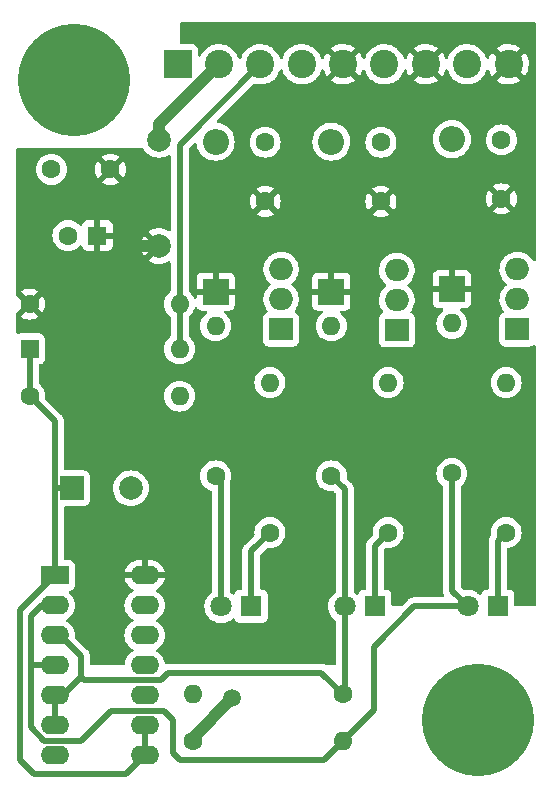
<source format=gbr>
%TF.GenerationSoftware,KiCad,Pcbnew,(6.0.5)*%
%TF.CreationDate,2024-08-08T10:41:32-06:00*%
%TF.ProjectId,oil-lamp-safety,6f696c2d-6c61-46d7-902d-736166657479,v0.1*%
%TF.SameCoordinates,Original*%
%TF.FileFunction,Copper,L1,Top*%
%TF.FilePolarity,Positive*%
%FSLAX46Y46*%
G04 Gerber Fmt 4.6, Leading zero omitted, Abs format (unit mm)*
G04 Created by KiCad (PCBNEW (6.0.5)) date 2024-08-08 10:41:32*
%MOMM*%
%LPD*%
G01*
G04 APERTURE LIST*
%TA.AperFunction,ComponentPad*%
%ADD10C,9.500000*%
%TD*%
%TA.AperFunction,ComponentPad*%
%ADD11R,1.800000X1.800000*%
%TD*%
%TA.AperFunction,ComponentPad*%
%ADD12C,1.800000*%
%TD*%
%TA.AperFunction,ComponentPad*%
%ADD13R,2.400000X1.600000*%
%TD*%
%TA.AperFunction,ComponentPad*%
%ADD14O,2.400000X1.600000*%
%TD*%
%TA.AperFunction,ComponentPad*%
%ADD15O,1.600000X1.600000*%
%TD*%
%TA.AperFunction,ComponentPad*%
%ADD16C,1.600000*%
%TD*%
%TA.AperFunction,ComponentPad*%
%ADD17R,2.000000X1.905000*%
%TD*%
%TA.AperFunction,ComponentPad*%
%ADD18O,2.000000X1.905000*%
%TD*%
%TA.AperFunction,ComponentPad*%
%ADD19R,2.400000X2.400000*%
%TD*%
%TA.AperFunction,ComponentPad*%
%ADD20C,2.400000*%
%TD*%
%TA.AperFunction,ComponentPad*%
%ADD21C,2.000000*%
%TD*%
%TA.AperFunction,ComponentPad*%
%ADD22R,2.200000X2.200000*%
%TD*%
%TA.AperFunction,ComponentPad*%
%ADD23O,2.200000X2.200000*%
%TD*%
%TA.AperFunction,ComponentPad*%
%ADD24R,1.600000X1.600000*%
%TD*%
%TA.AperFunction,ComponentPad*%
%ADD25R,2.000000X2.000000*%
%TD*%
%TA.AperFunction,ViaPad*%
%ADD26C,1.500000*%
%TD*%
%TA.AperFunction,Conductor*%
%ADD27C,1.000000*%
%TD*%
%TA.AperFunction,Conductor*%
%ADD28C,0.500000*%
%TD*%
G04 APERTURE END LIST*
D10*
%TO.P,REF\u002A\u002A,1*%
%TO.N,12V_GND*%
X119600000Y-119600000D03*
%TD*%
%TO.P,REF\u002A\u002A,1*%
%TO.N,12V_GND*%
X85400000Y-65400000D03*
%TD*%
D11*
%TO.P,D4,1,K*%
%TO.N,Net-(D4-Pad1)*%
X100400000Y-110000000D03*
D12*
%TO.P,D4,2,A*%
%TO.N,OIL_LOW*%
X97860000Y-110000000D03*
%TD*%
D11*
%TO.P,D3,1,K*%
%TO.N,Net-(D3-Pad1)*%
X110875000Y-110000000D03*
D12*
%TO.P,D3,2,A*%
%TO.N,LOCKOUT*%
X108335000Y-110000000D03*
%TD*%
D11*
%TO.P,D2,1,K*%
%TO.N,Net-(D2-Pad1)*%
X121275000Y-110000000D03*
D12*
%TO.P,D2,2,A*%
%TO.N,RUN*%
X118735000Y-110000000D03*
%TD*%
D13*
%TO.P,U1,1*%
%TO.N,Net-(C2-Pad1)*%
X83775000Y-107375000D03*
D14*
%TO.P,U1,2*%
%TO.N,RUN*%
X83775000Y-109915000D03*
%TO.P,U1,3*%
%TO.N,LOCKOUT*%
X83775000Y-112455000D03*
%TO.P,U1,4*%
%TO.N,RUN*%
X83775000Y-114995000D03*
%TO.P,U1,5*%
%TO.N,LOCKOUT*%
X83775000Y-117535000D03*
%TO.P,U1,6*%
X83775000Y-120075000D03*
%TO.P,U1,7,GND*%
%TO.N,12V_GND*%
X83775000Y-122615000D03*
%TO.P,U1,8*%
%TO.N,Net-(C2-Pad1)*%
X91395000Y-122615000D03*
%TO.P,U1,9*%
X91395000Y-120075000D03*
%TO.P,U1,10*%
%TO.N,OIL_LOW*%
X91395000Y-117535000D03*
%TO.P,U1,11*%
%TO.N,unconnected-(U1-Pad11)*%
X91395000Y-114995000D03*
%TO.P,U1,12*%
%TO.N,12V_GND*%
X91395000Y-112455000D03*
%TO.P,U1,13*%
X91395000Y-109915000D03*
%TO.P,U1,14,VCC*%
%TO.N,OIL_BUZZER_OUT_12V*%
X91395000Y-107375000D03*
%TD*%
D15*
%TO.P,R10,2*%
%TO.N,Net-(Q3-Pad1)*%
X117400000Y-86050000D03*
D16*
%TO.P,R10,1*%
%TO.N,RUN*%
X117400000Y-98750000D03*
%TD*%
D15*
%TO.P,R9,2*%
%TO.N,Net-(Q2-Pad1)*%
X107200000Y-86250000D03*
D16*
%TO.P,R9,1*%
%TO.N,LOCKOUT*%
X107200000Y-98950000D03*
%TD*%
D15*
%TO.P,R8,2*%
%TO.N,Net-(Q1-Pad1)*%
X97400000Y-86250000D03*
D16*
%TO.P,R8,1*%
%TO.N,OIL_LOW*%
X97400000Y-98950000D03*
%TD*%
D15*
%TO.P,R7,2*%
%TO.N,12V_GND*%
X102000000Y-91050000D03*
D16*
%TO.P,R7,1*%
%TO.N,Net-(D4-Pad1)*%
X102000000Y-103750000D03*
%TD*%
%TO.P,R6,1*%
%TO.N,Net-(D3-Pad1)*%
X112000000Y-103750000D03*
D15*
%TO.P,R6,2*%
%TO.N,12V_GND*%
X112000000Y-91050000D03*
%TD*%
%TO.P,R5,2*%
%TO.N,12V_GND*%
X94350000Y-92200000D03*
D16*
%TO.P,R5,1*%
%TO.N,Net-(C2-Pad1)*%
X81650000Y-92200000D03*
%TD*%
%TO.P,R4,1*%
%TO.N,Net-(D2-Pad1)*%
X122000000Y-103750000D03*
D15*
%TO.P,R4,2*%
%TO.N,12V_GND*%
X122000000Y-91050000D03*
%TD*%
D16*
%TO.P,R3,1*%
%TO.N,OIL_BUZZER_OUT_12V*%
X95450000Y-121400000D03*
D15*
%TO.P,R3,2*%
%TO.N,RUN*%
X108150000Y-121400000D03*
%TD*%
D16*
%TO.P,R2,1*%
%TO.N,LOCKOUT*%
X108150000Y-117400000D03*
D15*
%TO.P,R2,2*%
%TO.N,12V_GND*%
X95450000Y-117400000D03*
%TD*%
D16*
%TO.P,R1,1*%
%TO.N,OIL_BUZZER_OUT_12V*%
X81650000Y-84400000D03*
D15*
%TO.P,R1,2*%
%TO.N,OIL_LOW_SIGNAL*%
X94350000Y-84400000D03*
%TD*%
D17*
%TO.P,Q3,1,G*%
%TO.N,Net-(Q3-Pad1)*%
X122945000Y-86540000D03*
D18*
%TO.P,Q3,2,D*%
%TO.N,RUN_RELAY_OUT_SIG*%
X122945000Y-84000000D03*
%TO.P,Q3,3,S*%
%TO.N,12V_GND*%
X122945000Y-81460000D03*
%TD*%
%TO.P,Q2,3,S*%
%TO.N,12V_GND*%
X112745000Y-81520000D03*
%TO.P,Q2,2,D*%
%TO.N,LOCKOUT_LAMP_OUT_SIG*%
X112745000Y-84060000D03*
D17*
%TO.P,Q2,1,G*%
%TO.N,Net-(Q2-Pad1)*%
X112745000Y-86600000D03*
%TD*%
D18*
%TO.P,Q1,3,S*%
%TO.N,12V_GND*%
X102945000Y-81460000D03*
%TO.P,Q1,2,D*%
%TO.N,OIL_BUZZER_OUT_SIG*%
X102945000Y-84000000D03*
D17*
%TO.P,Q1,1,G*%
%TO.N,Net-(Q1-Pad1)*%
X102945000Y-86540000D03*
%TD*%
D19*
%TO.P,J1,1,Pin_1*%
%TO.N,12V_GND*%
X94200000Y-64100000D03*
D20*
%TO.P,J1,2,Pin_2*%
%TO.N,12V_BATT*%
X97700000Y-64100000D03*
%TO.P,J1,3,Pin_3*%
%TO.N,OIL_LOW_SIGNAL*%
X101200000Y-64100000D03*
%TO.P,J1,4,Pin_4*%
%TO.N,OIL_BUZZER_OUT_SIG*%
X104700000Y-64100000D03*
%TO.P,J1,5,Pin_5*%
%TO.N,OIL_BUZZER_OUT_12V*%
X108200000Y-64100000D03*
%TO.P,J1,6,Pin_6*%
%TO.N,LOCKOUT_LAMP_OUT_SIG*%
X111700000Y-64100000D03*
%TO.P,J1,7,Pin_7*%
%TO.N,OIL_BUZZER_OUT_12V*%
X115200000Y-64100000D03*
%TO.P,J1,8,Pin_8*%
%TO.N,RUN_RELAY_OUT_SIG*%
X118700000Y-64100000D03*
%TO.P,J1,9,Pin_9*%
%TO.N,OIL_BUZZER_OUT_12V*%
X122200000Y-64100000D03*
%TD*%
D21*
%TO.P,FB1,1*%
%TO.N,12V_BATT*%
X92600000Y-70500000D03*
%TO.P,FB1,2*%
%TO.N,OIL_BUZZER_OUT_12V*%
X92600000Y-79500000D03*
%TD*%
D22*
%TO.P,D7,1,K*%
%TO.N,OIL_BUZZER_OUT_12V*%
X117400000Y-83150000D03*
D23*
%TO.P,D7,2,A*%
%TO.N,RUN_RELAY_OUT_SIG*%
X117400000Y-70450000D03*
%TD*%
%TO.P,D6,2,A*%
%TO.N,LOCKOUT_LAMP_OUT_SIG*%
X107200000Y-70650000D03*
D22*
%TO.P,D6,1,K*%
%TO.N,OIL_BUZZER_OUT_12V*%
X107200000Y-83350000D03*
%TD*%
D23*
%TO.P,D5,2,A*%
%TO.N,OIL_BUZZER_OUT_SIG*%
X97400000Y-70650000D03*
D22*
%TO.P,D5,1,K*%
%TO.N,OIL_BUZZER_OUT_12V*%
X97400000Y-83350000D03*
%TD*%
D15*
%TO.P,D1,2,A*%
%TO.N,OIL_LOW_SIGNAL*%
X94350000Y-88200000D03*
D24*
%TO.P,D1,1,K*%
%TO.N,Net-(C2-Pad1)*%
X81650000Y-88200000D03*
%TD*%
D16*
%TO.P,C6,1*%
%TO.N,OIL_BUZZER_OUT_12V*%
X121600000Y-75500000D03*
%TO.P,C6,2*%
%TO.N,RUN_RELAY_OUT_SIG*%
X121600000Y-70500000D03*
%TD*%
%TO.P,C5,2*%
%TO.N,LOCKOUT_LAMP_OUT_SIG*%
X111400000Y-70700000D03*
%TO.P,C5,1*%
%TO.N,OIL_BUZZER_OUT_12V*%
X111400000Y-75700000D03*
%TD*%
%TO.P,C4,2*%
%TO.N,OIL_BUZZER_OUT_SIG*%
X101600000Y-70700000D03*
%TO.P,C4,1*%
%TO.N,OIL_BUZZER_OUT_12V*%
X101600000Y-75700000D03*
%TD*%
%TO.P,C3,2*%
%TO.N,12V_GND*%
X83500000Y-73000000D03*
%TO.P,C3,1*%
%TO.N,OIL_BUZZER_OUT_12V*%
X88500000Y-73000000D03*
%TD*%
D21*
%TO.P,C2,2*%
%TO.N,12V_GND*%
X90232323Y-100000000D03*
D25*
%TO.P,C2,1*%
%TO.N,Net-(C2-Pad1)*%
X85232323Y-100000000D03*
%TD*%
D16*
%TO.P,C1,2*%
%TO.N,12V_GND*%
X84900000Y-78600000D03*
D24*
%TO.P,C1,1*%
%TO.N,OIL_BUZZER_OUT_12V*%
X87400000Y-78600000D03*
%TD*%
D26*
%TO.N,OIL_BUZZER_OUT_12V*%
X98800000Y-113800000D03*
X98800000Y-117800000D03*
%TD*%
D27*
%TO.N,OIL_BUZZER_OUT_12V*%
X92600000Y-79500000D02*
X90900000Y-79500000D01*
D28*
%TO.N,OIL_LOW_SIGNAL*%
X94350000Y-84400000D02*
X94350000Y-70950000D01*
X94350000Y-70950000D02*
X101200000Y-64100000D01*
%TO.N,Net-(C2-Pad1)*%
X83800000Y-100000000D02*
X83775000Y-99975000D01*
X83775000Y-99975000D02*
X83775000Y-94325000D01*
X83775000Y-107375000D02*
X83775000Y-99975000D01*
X85232323Y-100000000D02*
X83800000Y-100000000D01*
X83775000Y-94325000D02*
X81650000Y-92200000D01*
X81650000Y-88200000D02*
X81650000Y-92200000D01*
%TO.N,OIL_LOW_SIGNAL*%
X94350000Y-84400000D02*
X94350000Y-88200000D01*
D27*
%TO.N,12V_BATT*%
X92600000Y-69200000D02*
X97700000Y-64100000D01*
X92600000Y-70300000D02*
X92600000Y-69200000D01*
D28*
%TO.N,RUN*%
X81795000Y-114995000D02*
X81766456Y-114966456D01*
X83775000Y-114995000D02*
X81795000Y-114995000D01*
X81766456Y-120233544D02*
X81766456Y-114966456D01*
X81766456Y-114966456D02*
X81766456Y-114566456D01*
X81766456Y-110833544D02*
X82200000Y-110400000D01*
X81766456Y-120233544D02*
X81766456Y-110833544D01*
X82200000Y-110400000D02*
X82685000Y-109915000D01*
X82898392Y-121365480D02*
X81766456Y-120233544D01*
X85965480Y-121365480D02*
X82898392Y-121365480D01*
X88574520Y-118825480D02*
X86000000Y-121400000D01*
X86000000Y-121400000D02*
X85965480Y-121365480D01*
X93025480Y-118825480D02*
X88574520Y-118825480D01*
X94400000Y-123000000D02*
X93800000Y-122400000D01*
X106550000Y-123000000D02*
X94400000Y-123000000D01*
X108150000Y-121400000D02*
X106550000Y-123000000D01*
X93800000Y-122400000D02*
X93800000Y-119600000D01*
X93800000Y-119600000D02*
X93025480Y-118825480D01*
%TO.N,Net-(C2-Pad1)*%
X89800000Y-124200000D02*
X91385000Y-122615000D01*
X82000000Y-124200000D02*
X89800000Y-124200000D01*
X91385000Y-122615000D02*
X91395000Y-122615000D01*
X80800480Y-123000480D02*
X82000000Y-124200000D01*
X80800480Y-110349520D02*
X80800480Y-123000480D01*
X83775000Y-107375000D02*
X80800480Y-110349520D01*
D27*
%TO.N,OIL_BUZZER_OUT_12V*%
X95450000Y-121150000D02*
X98800000Y-117800000D01*
X95450000Y-121400000D02*
X95450000Y-121150000D01*
D28*
%TO.N,LOCKOUT*%
X92755480Y-116244520D02*
X86244520Y-116244520D01*
X93400000Y-115600000D02*
X92755480Y-116244520D01*
X106350000Y-115600000D02*
X93400000Y-115600000D01*
X86244520Y-116244520D02*
X86000000Y-116000000D01*
X108150000Y-117400000D02*
X106350000Y-115600000D01*
%TO.N,RUN*%
X110800000Y-113400000D02*
X114200000Y-110000000D01*
X110800000Y-118750000D02*
X110800000Y-113400000D01*
X108150000Y-121400000D02*
X110800000Y-118750000D01*
X114200000Y-110000000D02*
X118735000Y-110000000D01*
%TO.N,LOCKOUT*%
X108335000Y-110000000D02*
X108335000Y-117215000D01*
X108335000Y-117215000D02*
X108150000Y-117400000D01*
%TO.N,Net-(D2-Pad1)*%
X121275000Y-104475000D02*
X122000000Y-103750000D01*
X121275000Y-110000000D02*
X121275000Y-104475000D01*
%TO.N,RUN*%
X117400000Y-108665000D02*
X118735000Y-110000000D01*
X117400000Y-98750000D02*
X117400000Y-108665000D01*
%TO.N,Net-(D3-Pad1)*%
X110875000Y-104875000D02*
X112000000Y-103750000D01*
X110875000Y-110000000D02*
X110875000Y-104875000D01*
%TO.N,LOCKOUT*%
X108335000Y-110000000D02*
X108335000Y-100085000D01*
X108335000Y-100085000D02*
X107200000Y-98950000D01*
%TO.N,Net-(D4-Pad1)*%
X100400000Y-105350000D02*
X102000000Y-103750000D01*
X100400000Y-110000000D02*
X100400000Y-105350000D01*
%TO.N,OIL_LOW*%
X97860000Y-99410000D02*
X97400000Y-98950000D01*
X97860000Y-110000000D02*
X97860000Y-99410000D01*
%TO.N,RUN*%
X82685000Y-109915000D02*
X83775000Y-109915000D01*
%TO.N,Net-(C2-Pad1)*%
X91395000Y-122615000D02*
X91395000Y-120075000D01*
%TO.N,LOCKOUT*%
X86000000Y-116000000D02*
X86000000Y-114200000D01*
X84255000Y-112455000D02*
X83775000Y-112455000D01*
X84465000Y-117535000D02*
X86000000Y-116000000D01*
X83775000Y-117535000D02*
X84465000Y-117535000D01*
X86000000Y-114200000D02*
X84255000Y-112455000D01*
X83775000Y-120075000D02*
X83775000Y-117535000D01*
%TD*%
%TA.AperFunction,Conductor*%
%TO.N,OIL_BUZZER_OUT_12V*%
G36*
X124433621Y-60528502D02*
G01*
X124480114Y-60582158D01*
X124491500Y-60634500D01*
X124491500Y-80660406D01*
X124471498Y-80728527D01*
X124417842Y-80775020D01*
X124347568Y-80785124D01*
X124282988Y-80755630D01*
X124253737Y-80718587D01*
X124235416Y-80683393D01*
X124233025Y-80678800D01*
X124136931Y-80550815D01*
X124091882Y-80490815D01*
X124091880Y-80490812D01*
X124088777Y-80486680D01*
X123915088Y-80320699D01*
X123716622Y-80185314D01*
X123711939Y-80183140D01*
X123711935Y-80183138D01*
X123503405Y-80086342D01*
X123503401Y-80086341D01*
X123498710Y-80084163D01*
X123267202Y-80019960D01*
X123262065Y-80019411D01*
X123074407Y-79999356D01*
X123074399Y-79999356D01*
X123071072Y-79999000D01*
X122836598Y-79999000D01*
X122834025Y-79999212D01*
X122834014Y-79999212D01*
X122733054Y-80007513D01*
X122658063Y-80013678D01*
X122425056Y-80072206D01*
X122296229Y-80128221D01*
X122209474Y-80165943D01*
X122209471Y-80165945D01*
X122204737Y-80168003D01*
X122003023Y-80298498D01*
X121825330Y-80460186D01*
X121801141Y-80490815D01*
X121679633Y-80644670D01*
X121679630Y-80644675D01*
X121676432Y-80648724D01*
X121673939Y-80653240D01*
X121673937Y-80653243D01*
X121562823Y-80854526D01*
X121560326Y-80859050D01*
X121558602Y-80863919D01*
X121558600Y-80863923D01*
X121481856Y-81080640D01*
X121480130Y-81085515D01*
X121479223Y-81090608D01*
X121479222Y-81090611D01*
X121464130Y-81175341D01*
X121437999Y-81322037D01*
X121437936Y-81327201D01*
X121435240Y-81547895D01*
X121435064Y-81562263D01*
X121471404Y-81799744D01*
X121498196Y-81881715D01*
X121544434Y-82023183D01*
X121544437Y-82023189D01*
X121546042Y-82028101D01*
X121548429Y-82032687D01*
X121548431Y-82032691D01*
X121633381Y-82195876D01*
X121656975Y-82241200D01*
X121801223Y-82433320D01*
X121974912Y-82599301D01*
X122011903Y-82624535D01*
X122056904Y-82679444D01*
X122065075Y-82749968D01*
X122033821Y-82813716D01*
X122009340Y-82834411D01*
X122007707Y-82835468D01*
X122003023Y-82838498D01*
X121825330Y-83000186D01*
X121801141Y-83030815D01*
X121679633Y-83184670D01*
X121679630Y-83184675D01*
X121676432Y-83188724D01*
X121673939Y-83193240D01*
X121673937Y-83193243D01*
X121563223Y-83393802D01*
X121560326Y-83399050D01*
X121558602Y-83403919D01*
X121558600Y-83403923D01*
X121498563Y-83573462D01*
X121480130Y-83625515D01*
X121479223Y-83630608D01*
X121479222Y-83630611D01*
X121458270Y-83748238D01*
X121437999Y-83862037D01*
X121437936Y-83867201D01*
X121435879Y-84035592D01*
X121435064Y-84102263D01*
X121471404Y-84339744D01*
X121492888Y-84405475D01*
X121544434Y-84563183D01*
X121544437Y-84563189D01*
X121546042Y-84568101D01*
X121548429Y-84572687D01*
X121548431Y-84572691D01*
X121644705Y-84757629D01*
X121656975Y-84781200D01*
X121773415Y-84936283D01*
X121798320Y-85002765D01*
X121783328Y-85072161D01*
X121733198Y-85122435D01*
X121716885Y-85129915D01*
X121706707Y-85133731D01*
X121706704Y-85133733D01*
X121698295Y-85136885D01*
X121581739Y-85224239D01*
X121494385Y-85340795D01*
X121443255Y-85477184D01*
X121436500Y-85539366D01*
X121436500Y-87540634D01*
X121443255Y-87602816D01*
X121494385Y-87739205D01*
X121581739Y-87855761D01*
X121698295Y-87943115D01*
X121834684Y-87994245D01*
X121896866Y-88001000D01*
X123993134Y-88001000D01*
X124055316Y-87994245D01*
X124191705Y-87943115D01*
X124198892Y-87937729D01*
X124289935Y-87869496D01*
X124356442Y-87844648D01*
X124425824Y-87859701D01*
X124476054Y-87909875D01*
X124491500Y-87970322D01*
X124491500Y-109874000D01*
X124471498Y-109942121D01*
X124417842Y-109988614D01*
X124365500Y-110000000D01*
X122809500Y-110000000D01*
X122741379Y-109979998D01*
X122694886Y-109926342D01*
X122683500Y-109874000D01*
X122683500Y-109051866D01*
X122676745Y-108989684D01*
X122625615Y-108853295D01*
X122538261Y-108736739D01*
X122421705Y-108649385D01*
X122285316Y-108598255D01*
X122223134Y-108591500D01*
X122159500Y-108591500D01*
X122091379Y-108571498D01*
X122044886Y-108517842D01*
X122033500Y-108465500D01*
X122033500Y-105176025D01*
X122053502Y-105107904D01*
X122107158Y-105061411D01*
X122148518Y-105050504D01*
X122172829Y-105048377D01*
X122222606Y-105044023D01*
X122222611Y-105044022D01*
X122228087Y-105043543D01*
X122233400Y-105042119D01*
X122233402Y-105042119D01*
X122443933Y-104985707D01*
X122443935Y-104985706D01*
X122449243Y-104984284D01*
X122511312Y-104955341D01*
X122651762Y-104889849D01*
X122651767Y-104889846D01*
X122656749Y-104887523D01*
X122785925Y-104797073D01*
X122839789Y-104759357D01*
X122839792Y-104759355D01*
X122844300Y-104756198D01*
X123006198Y-104594300D01*
X123137523Y-104406749D01*
X123139846Y-104401767D01*
X123139849Y-104401762D01*
X123231961Y-104204225D01*
X123231961Y-104204224D01*
X123234284Y-104199243D01*
X123293543Y-103978087D01*
X123313498Y-103750000D01*
X123293543Y-103521913D01*
X123234284Y-103300757D01*
X123231961Y-103295775D01*
X123139849Y-103098238D01*
X123139846Y-103098233D01*
X123137523Y-103093251D01*
X123006198Y-102905700D01*
X122844300Y-102743802D01*
X122839792Y-102740645D01*
X122839789Y-102740643D01*
X122761611Y-102685902D01*
X122656749Y-102612477D01*
X122651767Y-102610154D01*
X122651762Y-102610151D01*
X122454225Y-102518039D01*
X122454224Y-102518039D01*
X122449243Y-102515716D01*
X122443935Y-102514294D01*
X122443933Y-102514293D01*
X122233402Y-102457881D01*
X122233400Y-102457881D01*
X122228087Y-102456457D01*
X122000000Y-102436502D01*
X121771913Y-102456457D01*
X121766600Y-102457881D01*
X121766598Y-102457881D01*
X121556067Y-102514293D01*
X121556065Y-102514294D01*
X121550757Y-102515716D01*
X121545776Y-102518039D01*
X121545775Y-102518039D01*
X121348238Y-102610151D01*
X121348233Y-102610154D01*
X121343251Y-102612477D01*
X121238389Y-102685902D01*
X121160211Y-102740643D01*
X121160208Y-102740645D01*
X121155700Y-102743802D01*
X120993802Y-102905700D01*
X120862477Y-103093251D01*
X120860154Y-103098233D01*
X120860151Y-103098238D01*
X120768039Y-103295775D01*
X120765716Y-103300757D01*
X120706457Y-103521913D01*
X120686502Y-103750000D01*
X120686981Y-103755475D01*
X120701439Y-103920732D01*
X120687450Y-103990337D01*
X120671943Y-104013294D01*
X120639667Y-104051285D01*
X120636340Y-104057800D01*
X120632972Y-104062850D01*
X120629805Y-104067979D01*
X120625266Y-104073716D01*
X120594345Y-104139875D01*
X120592442Y-104143769D01*
X120559231Y-104208808D01*
X120557492Y-104215916D01*
X120555393Y-104221559D01*
X120553476Y-104227322D01*
X120550378Y-104233950D01*
X120535888Y-104303616D01*
X120535514Y-104305412D01*
X120534544Y-104309696D01*
X120517192Y-104380610D01*
X120516500Y-104391764D01*
X120516464Y-104391762D01*
X120516225Y-104395755D01*
X120515851Y-104399947D01*
X120514360Y-104407115D01*
X120514558Y-104414432D01*
X120516454Y-104484521D01*
X120516500Y-104487928D01*
X120516500Y-108465500D01*
X120496498Y-108533621D01*
X120442842Y-108580114D01*
X120390500Y-108591500D01*
X120326866Y-108591500D01*
X120264684Y-108598255D01*
X120128295Y-108649385D01*
X120011739Y-108736739D01*
X119924385Y-108853295D01*
X119921233Y-108861703D01*
X119921232Y-108861705D01*
X119900538Y-108916906D01*
X119857897Y-108973671D01*
X119791335Y-108998371D01*
X119721986Y-108983164D01*
X119699167Y-108966666D01*
X119698887Y-108966358D01*
X119629250Y-108911362D01*
X119521177Y-108826011D01*
X119521172Y-108826008D01*
X119517123Y-108822810D01*
X119512607Y-108820317D01*
X119512604Y-108820315D01*
X119318879Y-108713373D01*
X119318875Y-108713371D01*
X119314355Y-108710876D01*
X119309486Y-108709152D01*
X119309482Y-108709150D01*
X119100903Y-108635288D01*
X119100899Y-108635287D01*
X119096028Y-108633562D01*
X119090935Y-108632655D01*
X119090932Y-108632654D01*
X118873095Y-108593851D01*
X118873089Y-108593850D01*
X118868006Y-108592945D01*
X118795096Y-108592054D01*
X118641581Y-108590179D01*
X118641579Y-108590179D01*
X118636411Y-108590116D01*
X118492515Y-108612135D01*
X118422152Y-108602667D01*
X118384361Y-108576680D01*
X118195405Y-108387724D01*
X118161379Y-108325412D01*
X118158500Y-108298629D01*
X118158500Y-99881867D01*
X118178502Y-99813746D01*
X118212228Y-99778655D01*
X118244300Y-99756198D01*
X118406198Y-99594300D01*
X118537523Y-99406749D01*
X118539846Y-99401767D01*
X118539849Y-99401762D01*
X118631961Y-99204225D01*
X118631961Y-99204224D01*
X118634284Y-99199243D01*
X118693543Y-98978087D01*
X118713498Y-98750000D01*
X118693543Y-98521913D01*
X118634284Y-98300757D01*
X118545432Y-98110211D01*
X118539849Y-98098238D01*
X118539846Y-98098233D01*
X118537523Y-98093251D01*
X118435606Y-97947699D01*
X118409357Y-97910211D01*
X118409355Y-97910208D01*
X118406198Y-97905700D01*
X118244300Y-97743802D01*
X118239792Y-97740645D01*
X118239789Y-97740643D01*
X118121592Y-97657881D01*
X118056749Y-97612477D01*
X118051767Y-97610154D01*
X118051762Y-97610151D01*
X117854225Y-97518039D01*
X117854224Y-97518039D01*
X117849243Y-97515716D01*
X117843935Y-97514294D01*
X117843933Y-97514293D01*
X117633402Y-97457881D01*
X117633400Y-97457881D01*
X117628087Y-97456457D01*
X117400000Y-97436502D01*
X117171913Y-97456457D01*
X117166600Y-97457881D01*
X117166598Y-97457881D01*
X116956067Y-97514293D01*
X116956065Y-97514294D01*
X116950757Y-97515716D01*
X116945776Y-97518039D01*
X116945775Y-97518039D01*
X116748238Y-97610151D01*
X116748233Y-97610154D01*
X116743251Y-97612477D01*
X116678408Y-97657881D01*
X116560211Y-97740643D01*
X116560208Y-97740645D01*
X116555700Y-97743802D01*
X116393802Y-97905700D01*
X116390645Y-97910208D01*
X116390643Y-97910211D01*
X116364394Y-97947699D01*
X116262477Y-98093251D01*
X116260154Y-98098233D01*
X116260151Y-98098238D01*
X116254568Y-98110211D01*
X116165716Y-98300757D01*
X116106457Y-98521913D01*
X116086502Y-98750000D01*
X116106457Y-98978087D01*
X116165716Y-99199243D01*
X116168039Y-99204224D01*
X116168039Y-99204225D01*
X116260151Y-99401762D01*
X116260154Y-99401767D01*
X116262477Y-99406749D01*
X116393802Y-99594300D01*
X116555700Y-99756198D01*
X116587771Y-99778655D01*
X116632099Y-99834110D01*
X116641500Y-99881867D01*
X116641500Y-108597930D01*
X116640067Y-108616880D01*
X116638259Y-108628767D01*
X116636801Y-108638349D01*
X116637394Y-108645641D01*
X116637394Y-108645644D01*
X116641085Y-108691018D01*
X116641500Y-108701233D01*
X116641500Y-108709293D01*
X116641925Y-108712937D01*
X116644789Y-108737507D01*
X116645222Y-108741882D01*
X116651140Y-108814637D01*
X116653396Y-108821601D01*
X116654587Y-108827560D01*
X116655971Y-108833415D01*
X116656818Y-108840681D01*
X116681735Y-108909327D01*
X116683152Y-108913455D01*
X116702660Y-108973671D01*
X116705649Y-108982899D01*
X116709445Y-108989154D01*
X116711951Y-108994628D01*
X116714670Y-109000058D01*
X116717167Y-109006937D01*
X116721180Y-109013057D01*
X116721180Y-109013058D01*
X116743050Y-109046415D01*
X116763673Y-109114350D01*
X116744293Y-109182651D01*
X116691064Y-109229631D01*
X116637678Y-109241500D01*
X114267070Y-109241500D01*
X114248120Y-109240067D01*
X114233885Y-109237901D01*
X114233881Y-109237901D01*
X114226651Y-109236801D01*
X114219359Y-109237394D01*
X114219356Y-109237394D01*
X114173982Y-109241085D01*
X114163767Y-109241500D01*
X114155707Y-109241500D01*
X114142417Y-109243049D01*
X114127493Y-109244789D01*
X114123118Y-109245222D01*
X114057661Y-109250546D01*
X114057658Y-109250547D01*
X114050363Y-109251140D01*
X114043399Y-109253396D01*
X114037440Y-109254587D01*
X114031585Y-109255971D01*
X114024319Y-109256818D01*
X113955673Y-109281735D01*
X113951545Y-109283152D01*
X113889064Y-109303393D01*
X113889062Y-109303394D01*
X113882101Y-109305649D01*
X113875846Y-109309445D01*
X113870372Y-109311951D01*
X113864942Y-109314670D01*
X113858063Y-109317167D01*
X113851943Y-109321180D01*
X113851942Y-109321180D01*
X113797024Y-109357186D01*
X113793320Y-109359523D01*
X113730893Y-109397405D01*
X113722516Y-109404803D01*
X113722492Y-109404776D01*
X113719500Y-109407429D01*
X113716267Y-109410132D01*
X113710148Y-109414144D01*
X113705116Y-109419456D01*
X113656872Y-109470383D01*
X113654494Y-109472825D01*
X113164224Y-109963095D01*
X113101912Y-109997121D01*
X113075129Y-110000000D01*
X112409500Y-110000000D01*
X112341379Y-109979998D01*
X112294886Y-109926342D01*
X112283500Y-109874000D01*
X112283500Y-109051866D01*
X112276745Y-108989684D01*
X112225615Y-108853295D01*
X112138261Y-108736739D01*
X112021705Y-108649385D01*
X111885316Y-108598255D01*
X111823134Y-108591500D01*
X111759500Y-108591500D01*
X111691379Y-108571498D01*
X111644886Y-108517842D01*
X111633500Y-108465500D01*
X111633500Y-105241371D01*
X111653502Y-105173250D01*
X111670405Y-105152276D01*
X111737010Y-105085671D01*
X111799322Y-105051645D01*
X111837087Y-105049245D01*
X111994525Y-105063019D01*
X112000000Y-105063498D01*
X112228087Y-105043543D01*
X112233400Y-105042119D01*
X112233402Y-105042119D01*
X112443933Y-104985707D01*
X112443935Y-104985706D01*
X112449243Y-104984284D01*
X112511312Y-104955341D01*
X112651762Y-104889849D01*
X112651767Y-104889846D01*
X112656749Y-104887523D01*
X112785925Y-104797073D01*
X112839789Y-104759357D01*
X112839792Y-104759355D01*
X112844300Y-104756198D01*
X113006198Y-104594300D01*
X113137523Y-104406749D01*
X113139846Y-104401767D01*
X113139849Y-104401762D01*
X113231961Y-104204225D01*
X113231961Y-104204224D01*
X113234284Y-104199243D01*
X113293543Y-103978087D01*
X113313498Y-103750000D01*
X113293543Y-103521913D01*
X113234284Y-103300757D01*
X113231961Y-103295775D01*
X113139849Y-103098238D01*
X113139846Y-103098233D01*
X113137523Y-103093251D01*
X113006198Y-102905700D01*
X112844300Y-102743802D01*
X112839792Y-102740645D01*
X112839789Y-102740643D01*
X112761611Y-102685902D01*
X112656749Y-102612477D01*
X112651767Y-102610154D01*
X112651762Y-102610151D01*
X112454225Y-102518039D01*
X112454224Y-102518039D01*
X112449243Y-102515716D01*
X112443935Y-102514294D01*
X112443933Y-102514293D01*
X112233402Y-102457881D01*
X112233400Y-102457881D01*
X112228087Y-102456457D01*
X112000000Y-102436502D01*
X111771913Y-102456457D01*
X111766600Y-102457881D01*
X111766598Y-102457881D01*
X111556067Y-102514293D01*
X111556065Y-102514294D01*
X111550757Y-102515716D01*
X111545776Y-102518039D01*
X111545775Y-102518039D01*
X111348238Y-102610151D01*
X111348233Y-102610154D01*
X111343251Y-102612477D01*
X111238389Y-102685902D01*
X111160211Y-102740643D01*
X111160208Y-102740645D01*
X111155700Y-102743802D01*
X110993802Y-102905700D01*
X110862477Y-103093251D01*
X110860154Y-103098233D01*
X110860151Y-103098238D01*
X110768039Y-103295775D01*
X110765716Y-103300757D01*
X110706457Y-103521913D01*
X110686502Y-103750000D01*
X110686981Y-103755475D01*
X110700755Y-103912913D01*
X110686766Y-103982518D01*
X110664329Y-104012990D01*
X110386089Y-104291230D01*
X110371677Y-104303616D01*
X110360082Y-104312149D01*
X110360077Y-104312154D01*
X110354182Y-104316492D01*
X110349443Y-104322070D01*
X110349440Y-104322073D01*
X110319965Y-104356768D01*
X110313035Y-104364284D01*
X110307340Y-104369979D01*
X110305060Y-104372861D01*
X110289719Y-104392251D01*
X110286928Y-104395655D01*
X110270976Y-104414432D01*
X110239667Y-104451285D01*
X110236339Y-104457801D01*
X110232972Y-104462850D01*
X110229805Y-104467979D01*
X110225266Y-104473716D01*
X110194345Y-104539875D01*
X110192442Y-104543769D01*
X110159231Y-104608808D01*
X110157492Y-104615916D01*
X110155393Y-104621559D01*
X110153476Y-104627322D01*
X110150378Y-104633950D01*
X110148888Y-104641112D01*
X110148888Y-104641113D01*
X110135514Y-104705412D01*
X110134544Y-104709696D01*
X110117192Y-104780610D01*
X110116500Y-104791764D01*
X110116464Y-104791762D01*
X110116225Y-104795755D01*
X110115851Y-104799947D01*
X110114360Y-104807115D01*
X110114558Y-104814432D01*
X110116454Y-104884521D01*
X110116500Y-104887928D01*
X110116500Y-108465500D01*
X110096498Y-108533621D01*
X110042842Y-108580114D01*
X109990500Y-108591500D01*
X109926866Y-108591500D01*
X109864684Y-108598255D01*
X109728295Y-108649385D01*
X109611739Y-108736739D01*
X109524385Y-108853295D01*
X109521233Y-108861703D01*
X109521232Y-108861705D01*
X109500538Y-108916906D01*
X109457897Y-108973671D01*
X109391335Y-108998371D01*
X109321986Y-108983164D01*
X109299167Y-108966666D01*
X109298887Y-108966358D01*
X109141408Y-108841989D01*
X109100345Y-108784072D01*
X109093500Y-108743107D01*
X109093500Y-100152063D01*
X109094933Y-100133114D01*
X109097097Y-100118886D01*
X109098198Y-100111651D01*
X109093915Y-100058990D01*
X109093500Y-100048777D01*
X109093500Y-100040707D01*
X109093078Y-100037087D01*
X109093077Y-100037069D01*
X109090208Y-100012461D01*
X109089775Y-100008086D01*
X109089519Y-100004930D01*
X109085238Y-99952301D01*
X109084454Y-99942661D01*
X109084453Y-99942658D01*
X109083860Y-99935363D01*
X109081604Y-99928399D01*
X109080413Y-99922440D01*
X109079029Y-99916585D01*
X109078182Y-99909319D01*
X109053265Y-99840673D01*
X109051848Y-99836545D01*
X109031607Y-99774064D01*
X109031606Y-99774062D01*
X109029351Y-99767101D01*
X109025555Y-99760846D01*
X109023049Y-99755372D01*
X109020330Y-99749942D01*
X109017833Y-99743063D01*
X108977809Y-99682016D01*
X108975472Y-99678312D01*
X108940509Y-99620693D01*
X108940505Y-99620688D01*
X108937595Y-99615892D01*
X108933502Y-99611257D01*
X108930197Y-99607516D01*
X108930223Y-99607493D01*
X108927574Y-99604503D01*
X108924866Y-99601264D01*
X108920856Y-99595148D01*
X108915549Y-99590121D01*
X108915546Y-99590117D01*
X108864617Y-99541872D01*
X108862175Y-99539494D01*
X108535671Y-99212990D01*
X108501645Y-99150678D01*
X108499245Y-99112913D01*
X108513019Y-98955475D01*
X108513498Y-98950000D01*
X108493543Y-98721913D01*
X108492119Y-98716598D01*
X108435707Y-98506067D01*
X108435706Y-98506065D01*
X108434284Y-98500757D01*
X108431961Y-98495775D01*
X108339849Y-98298238D01*
X108339846Y-98298233D01*
X108337523Y-98293251D01*
X108206198Y-98105700D01*
X108044300Y-97943802D01*
X108039792Y-97940645D01*
X108039789Y-97940643D01*
X107961611Y-97885902D01*
X107856749Y-97812477D01*
X107851767Y-97810154D01*
X107851762Y-97810151D01*
X107654225Y-97718039D01*
X107654224Y-97718039D01*
X107649243Y-97715716D01*
X107643935Y-97714294D01*
X107643933Y-97714293D01*
X107433402Y-97657881D01*
X107433400Y-97657881D01*
X107428087Y-97656457D01*
X107200000Y-97636502D01*
X106971913Y-97656457D01*
X106966600Y-97657881D01*
X106966598Y-97657881D01*
X106756067Y-97714293D01*
X106756065Y-97714294D01*
X106750757Y-97715716D01*
X106745776Y-97718039D01*
X106745775Y-97718039D01*
X106548238Y-97810151D01*
X106548233Y-97810154D01*
X106543251Y-97812477D01*
X106438389Y-97885902D01*
X106360211Y-97940643D01*
X106360208Y-97940645D01*
X106355700Y-97943802D01*
X106193802Y-98105700D01*
X106062477Y-98293251D01*
X106060154Y-98298233D01*
X106060151Y-98298238D01*
X105968039Y-98495775D01*
X105965716Y-98500757D01*
X105964294Y-98506065D01*
X105964293Y-98506067D01*
X105907881Y-98716598D01*
X105906457Y-98721913D01*
X105886502Y-98950000D01*
X105906457Y-99178087D01*
X105907881Y-99183400D01*
X105907881Y-99183402D01*
X105943843Y-99317611D01*
X105965716Y-99399243D01*
X105968039Y-99404224D01*
X105968039Y-99404225D01*
X106060151Y-99601762D01*
X106060154Y-99601767D01*
X106062477Y-99606749D01*
X106068879Y-99615892D01*
X106179633Y-99774064D01*
X106193802Y-99794300D01*
X106355700Y-99956198D01*
X106360208Y-99959355D01*
X106360211Y-99959357D01*
X106432960Y-100010296D01*
X106543251Y-100087523D01*
X106548233Y-100089846D01*
X106548238Y-100089849D01*
X106661223Y-100142534D01*
X106750757Y-100184284D01*
X106756065Y-100185706D01*
X106756067Y-100185707D01*
X106966598Y-100242119D01*
X106966600Y-100242119D01*
X106971913Y-100243543D01*
X107200000Y-100263498D01*
X107205475Y-100263019D01*
X107362913Y-100249245D01*
X107432518Y-100263234D01*
X107462990Y-100285671D01*
X107539595Y-100362276D01*
X107573621Y-100424588D01*
X107576500Y-100451371D01*
X107576500Y-108745127D01*
X107556498Y-108813248D01*
X107526154Y-108845886D01*
X107516286Y-108853295D01*
X107431565Y-108916906D01*
X107396655Y-108943117D01*
X107236639Y-109110564D01*
X107233725Y-109114836D01*
X107233724Y-109114837D01*
X107169300Y-109209279D01*
X107106119Y-109301899D01*
X107008602Y-109511981D01*
X106946707Y-109735169D01*
X106922095Y-109965469D01*
X106922392Y-109970622D01*
X106922392Y-109970625D01*
X106923429Y-109988614D01*
X106935427Y-110196697D01*
X106936564Y-110201743D01*
X106936565Y-110201749D01*
X106968741Y-110344523D01*
X106986346Y-110422642D01*
X106988288Y-110427424D01*
X106988289Y-110427428D01*
X107071540Y-110632450D01*
X107073484Y-110637237D01*
X107194501Y-110834719D01*
X107346147Y-111009784D01*
X107523517Y-111157039D01*
X107524349Y-111157730D01*
X107524206Y-111157902D01*
X107567101Y-111211570D01*
X107576500Y-111259321D01*
X107576500Y-114874000D01*
X107556498Y-114942121D01*
X107502842Y-114988614D01*
X107450500Y-115000000D01*
X106861601Y-115000000D01*
X106793480Y-114979998D01*
X106780025Y-114970028D01*
X106779295Y-114969408D01*
X106773715Y-114964667D01*
X106767195Y-114961338D01*
X106762149Y-114957972D01*
X106757023Y-114954807D01*
X106751284Y-114950266D01*
X106685125Y-114919345D01*
X106681225Y-114917439D01*
X106616192Y-114884231D01*
X106609084Y-114882492D01*
X106603441Y-114880393D01*
X106597678Y-114878476D01*
X106591050Y-114875378D01*
X106519583Y-114860513D01*
X106515299Y-114859543D01*
X106444390Y-114842192D01*
X106438788Y-114841844D01*
X106438785Y-114841844D01*
X106433236Y-114841500D01*
X106433238Y-114841464D01*
X106429245Y-114841225D01*
X106425053Y-114840851D01*
X106417885Y-114839360D01*
X106354120Y-114841085D01*
X106340479Y-114841454D01*
X106337072Y-114841500D01*
X93467070Y-114841500D01*
X93448120Y-114840067D01*
X93433885Y-114837901D01*
X93433881Y-114837901D01*
X93426651Y-114836801D01*
X93419359Y-114837394D01*
X93419356Y-114837394D01*
X93373982Y-114841085D01*
X93363767Y-114841500D01*
X93355707Y-114841500D01*
X93352073Y-114841924D01*
X93352067Y-114841924D01*
X93339042Y-114843443D01*
X93327480Y-114844791D01*
X93323132Y-114845221D01*
X93250364Y-114851140D01*
X93243401Y-114853396D01*
X93236219Y-114854831D01*
X93236119Y-114854332D01*
X93225181Y-114856717D01*
X93224707Y-114856773D01*
X93224257Y-114856825D01*
X93223874Y-114853525D01*
X93167747Y-114850569D01*
X93110123Y-114809097D01*
X93087848Y-114764319D01*
X93030706Y-114551064D01*
X93029284Y-114545757D01*
X92968990Y-114416455D01*
X92934849Y-114343238D01*
X92934846Y-114343233D01*
X92932523Y-114338251D01*
X92849272Y-114219356D01*
X92804357Y-114155211D01*
X92804355Y-114155208D01*
X92801198Y-114150700D01*
X92639300Y-113988802D01*
X92634792Y-113985645D01*
X92634789Y-113985643D01*
X92496855Y-113889061D01*
X92451749Y-113857477D01*
X92446767Y-113855154D01*
X92446762Y-113855151D01*
X92412543Y-113839195D01*
X92359258Y-113792278D01*
X92339797Y-113724001D01*
X92360339Y-113656041D01*
X92412543Y-113610805D01*
X92446762Y-113594849D01*
X92446767Y-113594846D01*
X92451749Y-113592523D01*
X92556611Y-113519098D01*
X92634789Y-113464357D01*
X92634792Y-113464355D01*
X92639300Y-113461198D01*
X92801198Y-113299300D01*
X92932523Y-113111749D01*
X92934846Y-113106767D01*
X92934849Y-113106762D01*
X93026961Y-112909225D01*
X93026961Y-112909224D01*
X93029284Y-112904243D01*
X93088543Y-112683087D01*
X93108498Y-112455000D01*
X93088543Y-112226913D01*
X93029284Y-112005757D01*
X93026961Y-112000775D01*
X92934849Y-111803238D01*
X92934846Y-111803233D01*
X92932523Y-111798251D01*
X92801198Y-111610700D01*
X92639300Y-111448802D01*
X92634792Y-111445645D01*
X92634789Y-111445643D01*
X92503576Y-111353767D01*
X92451749Y-111317477D01*
X92446767Y-111315154D01*
X92446762Y-111315151D01*
X92412543Y-111299195D01*
X92359258Y-111252278D01*
X92339797Y-111184001D01*
X92360339Y-111116041D01*
X92412543Y-111070805D01*
X92446762Y-111054849D01*
X92446767Y-111054846D01*
X92451749Y-111052523D01*
X92600832Y-110948134D01*
X92634789Y-110924357D01*
X92634792Y-110924355D01*
X92639300Y-110921198D01*
X92801198Y-110759300D01*
X92932523Y-110571749D01*
X92934846Y-110566767D01*
X92934849Y-110566762D01*
X93026961Y-110369225D01*
X93026961Y-110369224D01*
X93029284Y-110364243D01*
X93072825Y-110201749D01*
X93087119Y-110148402D01*
X93087119Y-110148400D01*
X93088543Y-110143087D01*
X93108498Y-109915000D01*
X93088543Y-109686913D01*
X93029284Y-109465757D01*
X93005217Y-109414144D01*
X92934849Y-109263238D01*
X92934846Y-109263233D01*
X92932523Y-109258251D01*
X92829111Y-109110564D01*
X92804357Y-109075211D01*
X92804355Y-109075208D01*
X92801198Y-109070700D01*
X92639300Y-108908802D01*
X92634792Y-108905645D01*
X92634789Y-108905643D01*
X92523012Y-108827376D01*
X92451749Y-108777477D01*
X92446767Y-108775154D01*
X92446762Y-108775151D01*
X92411951Y-108758919D01*
X92358666Y-108712002D01*
X92339205Y-108643725D01*
X92359747Y-108575765D01*
X92411951Y-108530529D01*
X92446511Y-108514414D01*
X92456007Y-108508931D01*
X92634467Y-108383972D01*
X92642875Y-108376916D01*
X92796916Y-108222875D01*
X92803972Y-108214467D01*
X92928931Y-108036007D01*
X92934414Y-108026511D01*
X93026490Y-107829053D01*
X93030236Y-107818761D01*
X93076394Y-107646497D01*
X93076058Y-107632401D01*
X93068116Y-107629000D01*
X89727033Y-107629000D01*
X89713502Y-107632973D01*
X89712273Y-107641522D01*
X89759764Y-107818761D01*
X89763510Y-107829053D01*
X89855586Y-108026511D01*
X89861069Y-108036007D01*
X89986028Y-108214467D01*
X89993084Y-108222875D01*
X90147125Y-108376916D01*
X90155533Y-108383972D01*
X90333993Y-108508931D01*
X90343489Y-108514414D01*
X90378049Y-108530529D01*
X90431334Y-108577446D01*
X90450795Y-108645723D01*
X90430253Y-108713683D01*
X90378049Y-108758919D01*
X90343238Y-108775151D01*
X90343233Y-108775154D01*
X90338251Y-108777477D01*
X90266988Y-108827376D01*
X90155211Y-108905643D01*
X90155208Y-108905645D01*
X90150700Y-108908802D01*
X89988802Y-109070700D01*
X89985645Y-109075208D01*
X89985643Y-109075211D01*
X89960889Y-109110564D01*
X89857477Y-109258251D01*
X89855154Y-109263233D01*
X89855151Y-109263238D01*
X89784783Y-109414144D01*
X89760716Y-109465757D01*
X89701457Y-109686913D01*
X89681502Y-109915000D01*
X89701457Y-110143087D01*
X89702881Y-110148400D01*
X89702881Y-110148402D01*
X89717176Y-110201749D01*
X89760716Y-110364243D01*
X89763039Y-110369224D01*
X89763039Y-110369225D01*
X89855151Y-110566762D01*
X89855154Y-110566767D01*
X89857477Y-110571749D01*
X89988802Y-110759300D01*
X90150700Y-110921198D01*
X90155208Y-110924355D01*
X90155211Y-110924357D01*
X90189168Y-110948134D01*
X90338251Y-111052523D01*
X90343233Y-111054846D01*
X90343238Y-111054849D01*
X90377457Y-111070805D01*
X90430742Y-111117722D01*
X90450203Y-111185999D01*
X90429661Y-111253959D01*
X90377457Y-111299195D01*
X90343238Y-111315151D01*
X90343233Y-111315154D01*
X90338251Y-111317477D01*
X90286424Y-111353767D01*
X90155211Y-111445643D01*
X90155208Y-111445645D01*
X90150700Y-111448802D01*
X89988802Y-111610700D01*
X89857477Y-111798251D01*
X89855154Y-111803233D01*
X89855151Y-111803238D01*
X89763039Y-112000775D01*
X89760716Y-112005757D01*
X89701457Y-112226913D01*
X89681502Y-112455000D01*
X89701457Y-112683087D01*
X89760716Y-112904243D01*
X89763039Y-112909224D01*
X89763039Y-112909225D01*
X89855151Y-113106762D01*
X89855154Y-113106767D01*
X89857477Y-113111749D01*
X89988802Y-113299300D01*
X90150700Y-113461198D01*
X90155208Y-113464355D01*
X90155211Y-113464357D01*
X90233389Y-113519098D01*
X90338251Y-113592523D01*
X90343233Y-113594846D01*
X90343238Y-113594849D01*
X90377457Y-113610805D01*
X90430742Y-113657722D01*
X90450203Y-113725999D01*
X90429661Y-113793959D01*
X90377457Y-113839195D01*
X90343238Y-113855151D01*
X90343233Y-113855154D01*
X90338251Y-113857477D01*
X90293145Y-113889061D01*
X90155211Y-113985643D01*
X90155208Y-113985645D01*
X90150700Y-113988802D01*
X89988802Y-114150700D01*
X89985645Y-114155208D01*
X89985643Y-114155211D01*
X89940728Y-114219356D01*
X89857477Y-114338251D01*
X89855154Y-114343233D01*
X89855151Y-114343238D01*
X89821010Y-114416455D01*
X89760716Y-114545757D01*
X89701457Y-114766913D01*
X89695969Y-114829640D01*
X89691127Y-114884982D01*
X89665263Y-114951100D01*
X89607760Y-114992740D01*
X89565606Y-115000000D01*
X86884500Y-115000000D01*
X86816379Y-114979998D01*
X86769886Y-114926342D01*
X86758500Y-114874000D01*
X86758500Y-114267070D01*
X86759933Y-114248120D01*
X86762099Y-114233885D01*
X86762099Y-114233881D01*
X86763199Y-114226651D01*
X86758915Y-114173982D01*
X86758500Y-114163767D01*
X86758500Y-114155707D01*
X86757917Y-114150700D01*
X86755211Y-114127497D01*
X86754778Y-114123121D01*
X86749454Y-114057662D01*
X86749453Y-114057659D01*
X86748860Y-114050364D01*
X86746604Y-114043400D01*
X86745417Y-114037461D01*
X86744030Y-114031590D01*
X86743182Y-114024319D01*
X86740686Y-114017443D01*
X86740684Y-114017434D01*
X86718275Y-113955702D01*
X86716865Y-113951598D01*
X86694352Y-113882101D01*
X86690556Y-113875846D01*
X86688057Y-113870387D01*
X86685329Y-113864939D01*
X86682833Y-113858063D01*
X86642805Y-113797010D01*
X86640481Y-113793327D01*
X86639845Y-113792278D01*
X86620692Y-113760716D01*
X86605504Y-113735686D01*
X86605501Y-113735682D01*
X86602595Y-113730893D01*
X86598886Y-113726694D01*
X86598883Y-113726689D01*
X86595197Y-113722516D01*
X86595224Y-113722492D01*
X86592571Y-113719500D01*
X86589868Y-113716267D01*
X86585856Y-113710148D01*
X86529617Y-113656872D01*
X86527175Y-113654494D01*
X85517107Y-112644426D01*
X85483081Y-112582114D01*
X85480681Y-112544349D01*
X85488019Y-112460475D01*
X85488498Y-112455000D01*
X85468543Y-112226913D01*
X85409284Y-112005757D01*
X85406961Y-112000775D01*
X85314849Y-111803238D01*
X85314846Y-111803233D01*
X85312523Y-111798251D01*
X85181198Y-111610700D01*
X85019300Y-111448802D01*
X85014792Y-111445645D01*
X85014789Y-111445643D01*
X84883576Y-111353767D01*
X84831749Y-111317477D01*
X84826767Y-111315154D01*
X84826762Y-111315151D01*
X84792543Y-111299195D01*
X84739258Y-111252278D01*
X84719797Y-111184001D01*
X84740339Y-111116041D01*
X84792543Y-111070805D01*
X84826762Y-111054849D01*
X84826767Y-111054846D01*
X84831749Y-111052523D01*
X84980832Y-110948134D01*
X85014789Y-110924357D01*
X85014792Y-110924355D01*
X85019300Y-110921198D01*
X85181198Y-110759300D01*
X85312523Y-110571749D01*
X85314846Y-110566767D01*
X85314849Y-110566762D01*
X85406961Y-110369225D01*
X85406961Y-110369224D01*
X85409284Y-110364243D01*
X85452825Y-110201749D01*
X85467119Y-110148402D01*
X85467119Y-110148400D01*
X85468543Y-110143087D01*
X85488498Y-109915000D01*
X85468543Y-109686913D01*
X85409284Y-109465757D01*
X85385217Y-109414144D01*
X85314849Y-109263238D01*
X85314846Y-109263233D01*
X85312523Y-109258251D01*
X85209111Y-109110564D01*
X85184357Y-109075211D01*
X85184355Y-109075208D01*
X85181198Y-109070700D01*
X85019300Y-108908802D01*
X85014789Y-108905643D01*
X85010576Y-108902108D01*
X85011527Y-108900974D01*
X84971529Y-108850929D01*
X84964224Y-108780310D01*
X84996258Y-108716951D01*
X85057462Y-108680970D01*
X85074517Y-108677918D01*
X85085316Y-108676745D01*
X85221705Y-108625615D01*
X85338261Y-108538261D01*
X85425615Y-108421705D01*
X85476745Y-108285316D01*
X85483500Y-108223134D01*
X85483500Y-107103503D01*
X89713606Y-107103503D01*
X89713942Y-107117599D01*
X89721884Y-107121000D01*
X91122885Y-107121000D01*
X91138124Y-107116525D01*
X91139329Y-107115135D01*
X91141000Y-107107452D01*
X91141000Y-107102885D01*
X91649000Y-107102885D01*
X91653475Y-107118124D01*
X91654865Y-107119329D01*
X91662548Y-107121000D01*
X93062967Y-107121000D01*
X93076498Y-107117027D01*
X93077727Y-107108478D01*
X93030236Y-106931239D01*
X93026490Y-106920947D01*
X92934414Y-106723489D01*
X92928931Y-106713993D01*
X92803972Y-106535533D01*
X92796916Y-106527125D01*
X92642875Y-106373084D01*
X92634467Y-106366028D01*
X92456007Y-106241069D01*
X92446511Y-106235586D01*
X92249053Y-106143510D01*
X92238761Y-106139764D01*
X92028312Y-106083375D01*
X92017519Y-106081472D01*
X91854830Y-106067238D01*
X91849365Y-106067000D01*
X91667115Y-106067000D01*
X91651876Y-106071475D01*
X91650671Y-106072865D01*
X91649000Y-106080548D01*
X91649000Y-107102885D01*
X91141000Y-107102885D01*
X91141000Y-106085115D01*
X91136525Y-106069876D01*
X91135135Y-106068671D01*
X91127452Y-106067000D01*
X90940635Y-106067000D01*
X90935170Y-106067238D01*
X90772481Y-106081472D01*
X90761688Y-106083375D01*
X90551239Y-106139764D01*
X90540947Y-106143510D01*
X90343489Y-106235586D01*
X90333993Y-106241069D01*
X90155533Y-106366028D01*
X90147125Y-106373084D01*
X89993084Y-106527125D01*
X89986028Y-106535533D01*
X89861069Y-106713993D01*
X89855586Y-106723489D01*
X89763510Y-106920947D01*
X89759764Y-106931239D01*
X89713606Y-107103503D01*
X85483500Y-107103503D01*
X85483500Y-106526866D01*
X85476745Y-106464684D01*
X85425615Y-106328295D01*
X85338261Y-106211739D01*
X85221705Y-106124385D01*
X85085316Y-106073255D01*
X85023134Y-106066500D01*
X84659500Y-106066500D01*
X84591379Y-106046498D01*
X84544886Y-105992842D01*
X84533500Y-105940500D01*
X84533500Y-101634500D01*
X84553502Y-101566379D01*
X84607158Y-101519886D01*
X84659500Y-101508500D01*
X86280457Y-101508500D01*
X86342639Y-101501745D01*
X86479028Y-101450615D01*
X86595584Y-101363261D01*
X86682938Y-101246705D01*
X86734068Y-101110316D01*
X86740823Y-101048134D01*
X86740823Y-100000000D01*
X88719158Y-100000000D01*
X88737788Y-100236711D01*
X88738942Y-100241518D01*
X88738943Y-100241524D01*
X88758110Y-100321359D01*
X88793218Y-100467594D01*
X88884083Y-100686963D01*
X88886669Y-100691183D01*
X89005564Y-100885202D01*
X89005568Y-100885208D01*
X89008147Y-100889416D01*
X89162354Y-101069969D01*
X89342907Y-101224176D01*
X89347115Y-101226755D01*
X89347121Y-101226759D01*
X89541140Y-101345654D01*
X89545360Y-101348240D01*
X89549930Y-101350133D01*
X89549934Y-101350135D01*
X89760156Y-101437211D01*
X89764729Y-101439105D01*
X89812672Y-101450615D01*
X89990799Y-101493380D01*
X89990805Y-101493381D01*
X89995612Y-101494535D01*
X90232323Y-101513165D01*
X90469034Y-101494535D01*
X90473841Y-101493381D01*
X90473847Y-101493380D01*
X90651974Y-101450615D01*
X90699917Y-101439105D01*
X90704490Y-101437211D01*
X90914712Y-101350135D01*
X90914716Y-101350133D01*
X90919286Y-101348240D01*
X90923506Y-101345654D01*
X91117525Y-101226759D01*
X91117531Y-101226755D01*
X91121739Y-101224176D01*
X91302292Y-101069969D01*
X91456499Y-100889416D01*
X91459078Y-100885208D01*
X91459082Y-100885202D01*
X91577977Y-100691183D01*
X91580563Y-100686963D01*
X91671428Y-100467594D01*
X91706536Y-100321359D01*
X91725703Y-100241524D01*
X91725704Y-100241518D01*
X91726858Y-100236711D01*
X91745488Y-100000000D01*
X91726858Y-99763289D01*
X91724958Y-99755372D01*
X91685204Y-99589789D01*
X91671428Y-99532406D01*
X91648507Y-99477069D01*
X91582458Y-99317611D01*
X91582456Y-99317607D01*
X91580563Y-99313037D01*
X91507576Y-99193933D01*
X91459082Y-99114798D01*
X91459078Y-99114792D01*
X91456499Y-99110584D01*
X91319347Y-98950000D01*
X96086502Y-98950000D01*
X96106457Y-99178087D01*
X96107881Y-99183400D01*
X96107881Y-99183402D01*
X96143843Y-99317611D01*
X96165716Y-99399243D01*
X96168039Y-99404224D01*
X96168039Y-99404225D01*
X96260151Y-99601762D01*
X96260154Y-99601767D01*
X96262477Y-99606749D01*
X96268879Y-99615892D01*
X96379633Y-99774064D01*
X96393802Y-99794300D01*
X96555700Y-99956198D01*
X96560208Y-99959355D01*
X96560211Y-99959357D01*
X96632960Y-100010296D01*
X96743251Y-100087523D01*
X96748233Y-100089846D01*
X96748238Y-100089849D01*
X96841022Y-100133114D01*
X96950757Y-100184284D01*
X96956066Y-100185707D01*
X96956070Y-100185708D01*
X96992211Y-100195392D01*
X97008111Y-100199652D01*
X97068734Y-100236603D01*
X97099755Y-100300464D01*
X97101500Y-100321359D01*
X97101500Y-108745127D01*
X97081498Y-108813248D01*
X97051154Y-108845886D01*
X97041286Y-108853295D01*
X96956565Y-108916906D01*
X96921655Y-108943117D01*
X96761639Y-109110564D01*
X96758725Y-109114836D01*
X96758724Y-109114837D01*
X96694300Y-109209279D01*
X96631119Y-109301899D01*
X96533602Y-109511981D01*
X96471707Y-109735169D01*
X96447095Y-109965469D01*
X96447392Y-109970622D01*
X96447392Y-109970625D01*
X96448429Y-109988614D01*
X96460427Y-110196697D01*
X96461564Y-110201743D01*
X96461565Y-110201749D01*
X96493741Y-110344523D01*
X96511346Y-110422642D01*
X96513288Y-110427424D01*
X96513289Y-110427428D01*
X96596540Y-110632450D01*
X96598484Y-110637237D01*
X96719501Y-110834719D01*
X96871147Y-111009784D01*
X97049349Y-111157730D01*
X97249322Y-111274584D01*
X97465694Y-111357209D01*
X97470760Y-111358240D01*
X97470761Y-111358240D01*
X97523846Y-111369040D01*
X97692656Y-111403385D01*
X97822089Y-111408131D01*
X97918949Y-111411683D01*
X97918953Y-111411683D01*
X97924113Y-111411872D01*
X97929233Y-111411216D01*
X97929235Y-111411216D01*
X98003166Y-111401745D01*
X98153847Y-111382442D01*
X98158795Y-111380957D01*
X98158802Y-111380956D01*
X98370747Y-111317369D01*
X98375690Y-111315886D01*
X98456236Y-111276427D01*
X98579049Y-111216262D01*
X98579052Y-111216260D01*
X98583684Y-111213991D01*
X98772243Y-111079494D01*
X98817309Y-111034585D01*
X98879681Y-111000669D01*
X98950487Y-111005857D01*
X99007249Y-111048503D01*
X99024231Y-111079607D01*
X99037890Y-111116041D01*
X99049385Y-111146705D01*
X99136739Y-111263261D01*
X99253295Y-111350615D01*
X99389684Y-111401745D01*
X99451866Y-111408500D01*
X101348134Y-111408500D01*
X101410316Y-111401745D01*
X101546705Y-111350615D01*
X101663261Y-111263261D01*
X101750615Y-111146705D01*
X101801745Y-111010316D01*
X101808500Y-110948134D01*
X101808500Y-109051866D01*
X101801745Y-108989684D01*
X101750615Y-108853295D01*
X101663261Y-108736739D01*
X101546705Y-108649385D01*
X101410316Y-108598255D01*
X101348134Y-108591500D01*
X101284500Y-108591500D01*
X101216379Y-108571498D01*
X101169886Y-108517842D01*
X101158500Y-108465500D01*
X101158500Y-105716371D01*
X101178502Y-105648250D01*
X101195405Y-105627276D01*
X101737010Y-105085671D01*
X101799322Y-105051645D01*
X101837087Y-105049245D01*
X101994525Y-105063019D01*
X102000000Y-105063498D01*
X102228087Y-105043543D01*
X102233400Y-105042119D01*
X102233402Y-105042119D01*
X102443933Y-104985707D01*
X102443935Y-104985706D01*
X102449243Y-104984284D01*
X102511312Y-104955341D01*
X102651762Y-104889849D01*
X102651767Y-104889846D01*
X102656749Y-104887523D01*
X102785925Y-104797073D01*
X102839789Y-104759357D01*
X102839792Y-104759355D01*
X102844300Y-104756198D01*
X103006198Y-104594300D01*
X103137523Y-104406749D01*
X103139846Y-104401767D01*
X103139849Y-104401762D01*
X103231961Y-104204225D01*
X103231961Y-104204224D01*
X103234284Y-104199243D01*
X103293543Y-103978087D01*
X103313498Y-103750000D01*
X103293543Y-103521913D01*
X103234284Y-103300757D01*
X103231961Y-103295775D01*
X103139849Y-103098238D01*
X103139846Y-103098233D01*
X103137523Y-103093251D01*
X103006198Y-102905700D01*
X102844300Y-102743802D01*
X102839792Y-102740645D01*
X102839789Y-102740643D01*
X102761611Y-102685902D01*
X102656749Y-102612477D01*
X102651767Y-102610154D01*
X102651762Y-102610151D01*
X102454225Y-102518039D01*
X102454224Y-102518039D01*
X102449243Y-102515716D01*
X102443935Y-102514294D01*
X102443933Y-102514293D01*
X102233402Y-102457881D01*
X102233400Y-102457881D01*
X102228087Y-102456457D01*
X102000000Y-102436502D01*
X101771913Y-102456457D01*
X101766600Y-102457881D01*
X101766598Y-102457881D01*
X101556067Y-102514293D01*
X101556065Y-102514294D01*
X101550757Y-102515716D01*
X101545776Y-102518039D01*
X101545775Y-102518039D01*
X101348238Y-102610151D01*
X101348233Y-102610154D01*
X101343251Y-102612477D01*
X101238389Y-102685902D01*
X101160211Y-102740643D01*
X101160208Y-102740645D01*
X101155700Y-102743802D01*
X100993802Y-102905700D01*
X100862477Y-103093251D01*
X100860154Y-103098233D01*
X100860151Y-103098238D01*
X100768039Y-103295775D01*
X100765716Y-103300757D01*
X100706457Y-103521913D01*
X100686502Y-103750000D01*
X100686981Y-103755475D01*
X100700755Y-103912913D01*
X100686766Y-103982518D01*
X100664329Y-104012990D01*
X99911089Y-104766230D01*
X99896677Y-104778616D01*
X99885082Y-104787149D01*
X99885077Y-104787154D01*
X99879182Y-104791492D01*
X99874443Y-104797070D01*
X99874440Y-104797073D01*
X99844965Y-104831768D01*
X99838035Y-104839284D01*
X99832340Y-104844979D01*
X99830060Y-104847861D01*
X99814719Y-104867251D01*
X99811928Y-104870655D01*
X99769409Y-104920703D01*
X99764667Y-104926285D01*
X99761339Y-104932801D01*
X99757972Y-104937850D01*
X99754805Y-104942979D01*
X99750266Y-104948716D01*
X99719345Y-105014875D01*
X99717442Y-105018769D01*
X99684231Y-105083808D01*
X99682492Y-105090916D01*
X99680393Y-105096559D01*
X99678476Y-105102322D01*
X99675378Y-105108950D01*
X99673888Y-105116112D01*
X99673888Y-105116113D01*
X99660514Y-105180412D01*
X99659544Y-105184696D01*
X99642192Y-105255610D01*
X99641500Y-105266764D01*
X99641464Y-105266762D01*
X99641225Y-105270755D01*
X99640851Y-105274947D01*
X99639360Y-105282115D01*
X99639558Y-105289432D01*
X99641454Y-105359521D01*
X99641500Y-105362928D01*
X99641500Y-108465500D01*
X99621498Y-108533621D01*
X99567842Y-108580114D01*
X99515500Y-108591500D01*
X99451866Y-108591500D01*
X99389684Y-108598255D01*
X99253295Y-108649385D01*
X99136739Y-108736739D01*
X99049385Y-108853295D01*
X99046233Y-108861703D01*
X99046232Y-108861705D01*
X99025538Y-108916906D01*
X98982897Y-108973671D01*
X98916335Y-108998371D01*
X98846986Y-108983164D01*
X98824167Y-108966666D01*
X98823887Y-108966358D01*
X98666408Y-108841989D01*
X98625345Y-108784072D01*
X98618500Y-108743107D01*
X98618500Y-99477069D01*
X98619933Y-99458118D01*
X98623199Y-99436650D01*
X98624919Y-99436912D01*
X98631409Y-99409880D01*
X98630078Y-99409396D01*
X98631957Y-99404233D01*
X98634284Y-99399243D01*
X98693543Y-99178087D01*
X98713498Y-98950000D01*
X98693543Y-98721913D01*
X98692119Y-98716598D01*
X98635707Y-98506067D01*
X98635706Y-98506065D01*
X98634284Y-98500757D01*
X98631961Y-98495775D01*
X98539849Y-98298238D01*
X98539846Y-98298233D01*
X98537523Y-98293251D01*
X98406198Y-98105700D01*
X98244300Y-97943802D01*
X98239792Y-97940645D01*
X98239789Y-97940643D01*
X98161611Y-97885902D01*
X98056749Y-97812477D01*
X98051767Y-97810154D01*
X98051762Y-97810151D01*
X97854225Y-97718039D01*
X97854224Y-97718039D01*
X97849243Y-97715716D01*
X97843935Y-97714294D01*
X97843933Y-97714293D01*
X97633402Y-97657881D01*
X97633400Y-97657881D01*
X97628087Y-97656457D01*
X97400000Y-97636502D01*
X97171913Y-97656457D01*
X97166600Y-97657881D01*
X97166598Y-97657881D01*
X96956067Y-97714293D01*
X96956065Y-97714294D01*
X96950757Y-97715716D01*
X96945776Y-97718039D01*
X96945775Y-97718039D01*
X96748238Y-97810151D01*
X96748233Y-97810154D01*
X96743251Y-97812477D01*
X96638389Y-97885902D01*
X96560211Y-97940643D01*
X96560208Y-97940645D01*
X96555700Y-97943802D01*
X96393802Y-98105700D01*
X96262477Y-98293251D01*
X96260154Y-98298233D01*
X96260151Y-98298238D01*
X96168039Y-98495775D01*
X96165716Y-98500757D01*
X96164294Y-98506065D01*
X96164293Y-98506067D01*
X96107881Y-98716598D01*
X96106457Y-98721913D01*
X96086502Y-98950000D01*
X91319347Y-98950000D01*
X91302292Y-98930031D01*
X91121739Y-98775824D01*
X91117531Y-98773245D01*
X91117525Y-98773241D01*
X90923506Y-98654346D01*
X90919286Y-98651760D01*
X90914716Y-98649867D01*
X90914712Y-98649865D01*
X90704490Y-98562789D01*
X90704488Y-98562788D01*
X90699917Y-98560895D01*
X90619714Y-98541640D01*
X90473847Y-98506620D01*
X90473841Y-98506619D01*
X90469034Y-98505465D01*
X90232323Y-98486835D01*
X89995612Y-98505465D01*
X89990805Y-98506619D01*
X89990799Y-98506620D01*
X89844932Y-98541640D01*
X89764729Y-98560895D01*
X89760158Y-98562788D01*
X89760156Y-98562789D01*
X89549934Y-98649865D01*
X89549930Y-98649867D01*
X89545360Y-98651760D01*
X89541140Y-98654346D01*
X89347121Y-98773241D01*
X89347115Y-98773245D01*
X89342907Y-98775824D01*
X89162354Y-98930031D01*
X89008147Y-99110584D01*
X89005568Y-99114792D01*
X89005564Y-99114798D01*
X88957070Y-99193933D01*
X88884083Y-99313037D01*
X88882190Y-99317607D01*
X88882188Y-99317611D01*
X88816139Y-99477069D01*
X88793218Y-99532406D01*
X88779442Y-99589789D01*
X88739689Y-99755372D01*
X88737788Y-99763289D01*
X88719158Y-100000000D01*
X86740823Y-100000000D01*
X86740823Y-98951866D01*
X86734068Y-98889684D01*
X86682938Y-98753295D01*
X86595584Y-98636739D01*
X86479028Y-98549385D01*
X86342639Y-98498255D01*
X86280457Y-98491500D01*
X84659500Y-98491500D01*
X84591379Y-98471498D01*
X84544886Y-98417842D01*
X84533500Y-98365500D01*
X84533500Y-94392070D01*
X84534933Y-94373120D01*
X84537099Y-94358885D01*
X84537099Y-94358881D01*
X84538199Y-94351651D01*
X84533915Y-94298982D01*
X84533500Y-94288767D01*
X84533500Y-94280707D01*
X84530209Y-94252480D01*
X84529778Y-94248121D01*
X84524453Y-94182660D01*
X84523860Y-94175364D01*
X84521605Y-94168403D01*
X84520418Y-94162463D01*
X84519029Y-94156588D01*
X84518182Y-94149319D01*
X84493264Y-94080670D01*
X84491847Y-94076542D01*
X84471607Y-94014064D01*
X84471606Y-94014062D01*
X84469351Y-94007101D01*
X84465555Y-94000846D01*
X84463049Y-93995372D01*
X84460330Y-93989942D01*
X84457833Y-93983063D01*
X84417814Y-93922024D01*
X84415467Y-93918305D01*
X84377595Y-93855893D01*
X84370197Y-93847516D01*
X84370224Y-93847492D01*
X84367571Y-93844500D01*
X84364868Y-93841267D01*
X84360856Y-93835148D01*
X84304617Y-93781872D01*
X84302175Y-93779494D01*
X82985671Y-92462990D01*
X82951645Y-92400678D01*
X82949245Y-92362913D01*
X82963019Y-92205475D01*
X82963498Y-92200000D01*
X93036502Y-92200000D01*
X93056457Y-92428087D01*
X93115716Y-92649243D01*
X93118039Y-92654224D01*
X93118039Y-92654225D01*
X93210151Y-92851762D01*
X93210154Y-92851767D01*
X93212477Y-92856749D01*
X93343802Y-93044300D01*
X93505700Y-93206198D01*
X93510208Y-93209355D01*
X93510211Y-93209357D01*
X93588389Y-93264098D01*
X93693251Y-93337523D01*
X93698233Y-93339846D01*
X93698238Y-93339849D01*
X93895775Y-93431961D01*
X93900757Y-93434284D01*
X93906065Y-93435706D01*
X93906067Y-93435707D01*
X94116598Y-93492119D01*
X94116600Y-93492119D01*
X94121913Y-93493543D01*
X94350000Y-93513498D01*
X94578087Y-93493543D01*
X94583400Y-93492119D01*
X94583402Y-93492119D01*
X94793933Y-93435707D01*
X94793935Y-93435706D01*
X94799243Y-93434284D01*
X94804225Y-93431961D01*
X95001762Y-93339849D01*
X95001767Y-93339846D01*
X95006749Y-93337523D01*
X95111611Y-93264098D01*
X95189789Y-93209357D01*
X95189792Y-93209355D01*
X95194300Y-93206198D01*
X95356198Y-93044300D01*
X95487523Y-92856749D01*
X95489846Y-92851767D01*
X95489849Y-92851762D01*
X95581961Y-92654225D01*
X95581961Y-92654224D01*
X95584284Y-92649243D01*
X95643543Y-92428087D01*
X95663498Y-92200000D01*
X95643543Y-91971913D01*
X95584284Y-91750757D01*
X95563763Y-91706749D01*
X95489849Y-91548238D01*
X95489846Y-91548233D01*
X95487523Y-91543251D01*
X95356198Y-91355700D01*
X95194300Y-91193802D01*
X95189792Y-91190645D01*
X95189789Y-91190643D01*
X95083030Y-91115890D01*
X95006749Y-91062477D01*
X95001767Y-91060154D01*
X95001762Y-91060151D01*
X94979993Y-91050000D01*
X100686502Y-91050000D01*
X100706457Y-91278087D01*
X100765716Y-91499243D01*
X100768039Y-91504224D01*
X100768039Y-91504225D01*
X100860151Y-91701762D01*
X100860154Y-91701767D01*
X100862477Y-91706749D01*
X100993802Y-91894300D01*
X101155700Y-92056198D01*
X101160208Y-92059355D01*
X101160211Y-92059357D01*
X101238389Y-92114098D01*
X101343251Y-92187523D01*
X101348233Y-92189846D01*
X101348238Y-92189849D01*
X101545775Y-92281961D01*
X101550757Y-92284284D01*
X101556065Y-92285706D01*
X101556067Y-92285707D01*
X101766598Y-92342119D01*
X101766600Y-92342119D01*
X101771913Y-92343543D01*
X102000000Y-92363498D01*
X102228087Y-92343543D01*
X102233400Y-92342119D01*
X102233402Y-92342119D01*
X102443933Y-92285707D01*
X102443935Y-92285706D01*
X102449243Y-92284284D01*
X102454225Y-92281961D01*
X102651762Y-92189849D01*
X102651767Y-92189846D01*
X102656749Y-92187523D01*
X102761611Y-92114098D01*
X102839789Y-92059357D01*
X102839792Y-92059355D01*
X102844300Y-92056198D01*
X103006198Y-91894300D01*
X103137523Y-91706749D01*
X103139846Y-91701767D01*
X103139849Y-91701762D01*
X103231961Y-91504225D01*
X103231961Y-91504224D01*
X103234284Y-91499243D01*
X103293543Y-91278087D01*
X103313498Y-91050000D01*
X110686502Y-91050000D01*
X110706457Y-91278087D01*
X110765716Y-91499243D01*
X110768039Y-91504224D01*
X110768039Y-91504225D01*
X110860151Y-91701762D01*
X110860154Y-91701767D01*
X110862477Y-91706749D01*
X110993802Y-91894300D01*
X111155700Y-92056198D01*
X111160208Y-92059355D01*
X111160211Y-92059357D01*
X111238389Y-92114098D01*
X111343251Y-92187523D01*
X111348233Y-92189846D01*
X111348238Y-92189849D01*
X111545775Y-92281961D01*
X111550757Y-92284284D01*
X111556065Y-92285706D01*
X111556067Y-92285707D01*
X111766598Y-92342119D01*
X111766600Y-92342119D01*
X111771913Y-92343543D01*
X112000000Y-92363498D01*
X112228087Y-92343543D01*
X112233400Y-92342119D01*
X112233402Y-92342119D01*
X112443933Y-92285707D01*
X112443935Y-92285706D01*
X112449243Y-92284284D01*
X112454225Y-92281961D01*
X112651762Y-92189849D01*
X112651767Y-92189846D01*
X112656749Y-92187523D01*
X112761611Y-92114098D01*
X112839789Y-92059357D01*
X112839792Y-92059355D01*
X112844300Y-92056198D01*
X113006198Y-91894300D01*
X113137523Y-91706749D01*
X113139846Y-91701767D01*
X113139849Y-91701762D01*
X113231961Y-91504225D01*
X113231961Y-91504224D01*
X113234284Y-91499243D01*
X113293543Y-91278087D01*
X113313498Y-91050000D01*
X120686502Y-91050000D01*
X120706457Y-91278087D01*
X120765716Y-91499243D01*
X120768039Y-91504224D01*
X120768039Y-91504225D01*
X120860151Y-91701762D01*
X120860154Y-91701767D01*
X120862477Y-91706749D01*
X120993802Y-91894300D01*
X121155700Y-92056198D01*
X121160208Y-92059355D01*
X121160211Y-92059357D01*
X121238389Y-92114098D01*
X121343251Y-92187523D01*
X121348233Y-92189846D01*
X121348238Y-92189849D01*
X121545775Y-92281961D01*
X121550757Y-92284284D01*
X121556065Y-92285706D01*
X121556067Y-92285707D01*
X121766598Y-92342119D01*
X121766600Y-92342119D01*
X121771913Y-92343543D01*
X122000000Y-92363498D01*
X122228087Y-92343543D01*
X122233400Y-92342119D01*
X122233402Y-92342119D01*
X122443933Y-92285707D01*
X122443935Y-92285706D01*
X122449243Y-92284284D01*
X122454225Y-92281961D01*
X122651762Y-92189849D01*
X122651767Y-92189846D01*
X122656749Y-92187523D01*
X122761611Y-92114098D01*
X122839789Y-92059357D01*
X122839792Y-92059355D01*
X122844300Y-92056198D01*
X123006198Y-91894300D01*
X123137523Y-91706749D01*
X123139846Y-91701767D01*
X123139849Y-91701762D01*
X123231961Y-91504225D01*
X123231961Y-91504224D01*
X123234284Y-91499243D01*
X123293543Y-91278087D01*
X123313498Y-91050000D01*
X123293543Y-90821913D01*
X123234284Y-90600757D01*
X123231961Y-90595775D01*
X123139849Y-90398238D01*
X123139846Y-90398233D01*
X123137523Y-90393251D01*
X123006198Y-90205700D01*
X122844300Y-90043802D01*
X122839792Y-90040645D01*
X122839789Y-90040643D01*
X122761611Y-89985902D01*
X122656749Y-89912477D01*
X122651767Y-89910154D01*
X122651762Y-89910151D01*
X122454225Y-89818039D01*
X122454224Y-89818039D01*
X122449243Y-89815716D01*
X122443935Y-89814294D01*
X122443933Y-89814293D01*
X122233402Y-89757881D01*
X122233400Y-89757881D01*
X122228087Y-89756457D01*
X122000000Y-89736502D01*
X121771913Y-89756457D01*
X121766600Y-89757881D01*
X121766598Y-89757881D01*
X121556067Y-89814293D01*
X121556065Y-89814294D01*
X121550757Y-89815716D01*
X121545776Y-89818039D01*
X121545775Y-89818039D01*
X121348238Y-89910151D01*
X121348233Y-89910154D01*
X121343251Y-89912477D01*
X121238389Y-89985902D01*
X121160211Y-90040643D01*
X121160208Y-90040645D01*
X121155700Y-90043802D01*
X120993802Y-90205700D01*
X120862477Y-90393251D01*
X120860154Y-90398233D01*
X120860151Y-90398238D01*
X120768039Y-90595775D01*
X120765716Y-90600757D01*
X120706457Y-90821913D01*
X120686502Y-91050000D01*
X113313498Y-91050000D01*
X113293543Y-90821913D01*
X113234284Y-90600757D01*
X113231961Y-90595775D01*
X113139849Y-90398238D01*
X113139846Y-90398233D01*
X113137523Y-90393251D01*
X113006198Y-90205700D01*
X112844300Y-90043802D01*
X112839792Y-90040645D01*
X112839789Y-90040643D01*
X112761611Y-89985902D01*
X112656749Y-89912477D01*
X112651767Y-89910154D01*
X112651762Y-89910151D01*
X112454225Y-89818039D01*
X112454224Y-89818039D01*
X112449243Y-89815716D01*
X112443935Y-89814294D01*
X112443933Y-89814293D01*
X112233402Y-89757881D01*
X112233400Y-89757881D01*
X112228087Y-89756457D01*
X112000000Y-89736502D01*
X111771913Y-89756457D01*
X111766600Y-89757881D01*
X111766598Y-89757881D01*
X111556067Y-89814293D01*
X111556065Y-89814294D01*
X111550757Y-89815716D01*
X111545776Y-89818039D01*
X111545775Y-89818039D01*
X111348238Y-89910151D01*
X111348233Y-89910154D01*
X111343251Y-89912477D01*
X111238389Y-89985902D01*
X111160211Y-90040643D01*
X111160208Y-90040645D01*
X111155700Y-90043802D01*
X110993802Y-90205700D01*
X110862477Y-90393251D01*
X110860154Y-90398233D01*
X110860151Y-90398238D01*
X110768039Y-90595775D01*
X110765716Y-90600757D01*
X110706457Y-90821913D01*
X110686502Y-91050000D01*
X103313498Y-91050000D01*
X103293543Y-90821913D01*
X103234284Y-90600757D01*
X103231961Y-90595775D01*
X103139849Y-90398238D01*
X103139846Y-90398233D01*
X103137523Y-90393251D01*
X103006198Y-90205700D01*
X102844300Y-90043802D01*
X102839792Y-90040645D01*
X102839789Y-90040643D01*
X102761611Y-89985902D01*
X102656749Y-89912477D01*
X102651767Y-89910154D01*
X102651762Y-89910151D01*
X102454225Y-89818039D01*
X102454224Y-89818039D01*
X102449243Y-89815716D01*
X102443935Y-89814294D01*
X102443933Y-89814293D01*
X102233402Y-89757881D01*
X102233400Y-89757881D01*
X102228087Y-89756457D01*
X102000000Y-89736502D01*
X101771913Y-89756457D01*
X101766600Y-89757881D01*
X101766598Y-89757881D01*
X101556067Y-89814293D01*
X101556065Y-89814294D01*
X101550757Y-89815716D01*
X101545776Y-89818039D01*
X101545775Y-89818039D01*
X101348238Y-89910151D01*
X101348233Y-89910154D01*
X101343251Y-89912477D01*
X101238389Y-89985902D01*
X101160211Y-90040643D01*
X101160208Y-90040645D01*
X101155700Y-90043802D01*
X100993802Y-90205700D01*
X100862477Y-90393251D01*
X100860154Y-90398233D01*
X100860151Y-90398238D01*
X100768039Y-90595775D01*
X100765716Y-90600757D01*
X100706457Y-90821913D01*
X100686502Y-91050000D01*
X94979993Y-91050000D01*
X94804225Y-90968039D01*
X94804224Y-90968039D01*
X94799243Y-90965716D01*
X94793935Y-90964294D01*
X94793933Y-90964293D01*
X94583402Y-90907881D01*
X94583400Y-90907881D01*
X94578087Y-90906457D01*
X94350000Y-90886502D01*
X94121913Y-90906457D01*
X94116600Y-90907881D01*
X94116598Y-90907881D01*
X93906067Y-90964293D01*
X93906065Y-90964294D01*
X93900757Y-90965716D01*
X93895776Y-90968039D01*
X93895775Y-90968039D01*
X93698238Y-91060151D01*
X93698233Y-91060154D01*
X93693251Y-91062477D01*
X93616970Y-91115890D01*
X93510211Y-91190643D01*
X93510208Y-91190645D01*
X93505700Y-91193802D01*
X93343802Y-91355700D01*
X93212477Y-91543251D01*
X93210154Y-91548233D01*
X93210151Y-91548238D01*
X93136237Y-91706749D01*
X93115716Y-91750757D01*
X93056457Y-91971913D01*
X93036502Y-92200000D01*
X82963498Y-92200000D01*
X82943543Y-91971913D01*
X82884284Y-91750757D01*
X82863763Y-91706749D01*
X82789849Y-91548238D01*
X82789846Y-91548233D01*
X82787523Y-91543251D01*
X82656198Y-91355700D01*
X82494300Y-91193802D01*
X82462229Y-91171345D01*
X82417901Y-91115890D01*
X82408500Y-91068133D01*
X82408500Y-89631291D01*
X82428502Y-89563170D01*
X82482158Y-89516677D01*
X82520892Y-89506028D01*
X82533086Y-89504703D01*
X82560316Y-89501745D01*
X82696705Y-89450615D01*
X82813261Y-89363261D01*
X82900615Y-89246705D01*
X82951745Y-89110316D01*
X82958500Y-89048134D01*
X82958500Y-87351866D01*
X82951745Y-87289684D01*
X82900615Y-87153295D01*
X82813261Y-87036739D01*
X82696705Y-86949385D01*
X82560316Y-86898255D01*
X82498134Y-86891500D01*
X80801866Y-86891500D01*
X80739684Y-86898255D01*
X80678729Y-86921106D01*
X80607923Y-86926289D01*
X80545554Y-86892369D01*
X80511425Y-86830113D01*
X80508500Y-86803124D01*
X80508500Y-85486062D01*
X80928493Y-85486062D01*
X80937789Y-85498077D01*
X80988994Y-85533931D01*
X80998489Y-85539414D01*
X81195947Y-85631490D01*
X81206239Y-85635236D01*
X81416688Y-85691625D01*
X81427481Y-85693528D01*
X81644525Y-85712517D01*
X81655475Y-85712517D01*
X81872519Y-85693528D01*
X81883312Y-85691625D01*
X82093761Y-85635236D01*
X82104053Y-85631490D01*
X82301511Y-85539414D01*
X82311006Y-85533931D01*
X82363048Y-85497491D01*
X82371424Y-85487012D01*
X82364356Y-85473566D01*
X81662812Y-84772022D01*
X81648868Y-84764408D01*
X81647035Y-84764539D01*
X81640420Y-84768790D01*
X80934923Y-85474287D01*
X80928493Y-85486062D01*
X80508500Y-85486062D01*
X80508500Y-85226180D01*
X80528502Y-85158059D01*
X80575878Y-85114648D01*
X80576434Y-85114356D01*
X81277978Y-84412812D01*
X81284356Y-84401132D01*
X82014408Y-84401132D01*
X82014539Y-84402965D01*
X82018790Y-84409580D01*
X82724287Y-85115077D01*
X82736062Y-85121507D01*
X82748077Y-85112211D01*
X82783931Y-85061006D01*
X82789414Y-85051511D01*
X82881490Y-84854053D01*
X82885236Y-84843761D01*
X82941625Y-84633312D01*
X82943528Y-84622519D01*
X82962517Y-84405475D01*
X82962517Y-84394525D01*
X82943528Y-84177481D01*
X82941625Y-84166688D01*
X82885236Y-83956239D01*
X82881490Y-83945947D01*
X82789414Y-83748489D01*
X82783931Y-83738994D01*
X82747491Y-83686952D01*
X82737012Y-83678576D01*
X82723566Y-83685644D01*
X82022022Y-84387188D01*
X82014408Y-84401132D01*
X81284356Y-84401132D01*
X81285592Y-84398868D01*
X81285461Y-84397035D01*
X81281210Y-84390420D01*
X80575711Y-83684921D01*
X80574112Y-83684048D01*
X80523911Y-83633845D01*
X80508500Y-83573462D01*
X80508500Y-83312988D01*
X80928576Y-83312988D01*
X80935644Y-83326434D01*
X81637188Y-84027978D01*
X81651132Y-84035592D01*
X81652965Y-84035461D01*
X81659580Y-84031210D01*
X82365077Y-83325713D01*
X82371507Y-83313938D01*
X82362211Y-83301923D01*
X82311006Y-83266069D01*
X82301511Y-83260586D01*
X82104053Y-83168510D01*
X82093761Y-83164764D01*
X81883312Y-83108375D01*
X81872519Y-83106472D01*
X81655475Y-83087483D01*
X81644525Y-83087483D01*
X81427481Y-83106472D01*
X81416688Y-83108375D01*
X81206239Y-83164764D01*
X81195947Y-83168510D01*
X80998489Y-83260586D01*
X80988994Y-83266069D01*
X80936952Y-83302509D01*
X80928576Y-83312988D01*
X80508500Y-83312988D01*
X80508500Y-78600000D01*
X83586502Y-78600000D01*
X83606457Y-78828087D01*
X83607881Y-78833400D01*
X83607881Y-78833402D01*
X83617031Y-78867548D01*
X83665716Y-79049243D01*
X83668039Y-79054224D01*
X83668039Y-79054225D01*
X83760151Y-79251762D01*
X83760154Y-79251767D01*
X83762477Y-79256749D01*
X83765634Y-79261257D01*
X83881025Y-79426052D01*
X83893802Y-79444300D01*
X84055700Y-79606198D01*
X84060208Y-79609355D01*
X84060211Y-79609357D01*
X84101195Y-79638054D01*
X84243251Y-79737523D01*
X84248233Y-79739846D01*
X84248238Y-79739849D01*
X84445775Y-79831961D01*
X84450757Y-79834284D01*
X84456065Y-79835706D01*
X84456067Y-79835707D01*
X84666598Y-79892119D01*
X84666600Y-79892119D01*
X84671913Y-79893543D01*
X84900000Y-79913498D01*
X85128087Y-79893543D01*
X85133400Y-79892119D01*
X85133402Y-79892119D01*
X85343933Y-79835707D01*
X85343935Y-79835706D01*
X85349243Y-79834284D01*
X85354225Y-79831961D01*
X85551762Y-79739849D01*
X85551767Y-79739846D01*
X85556749Y-79737523D01*
X85698805Y-79638054D01*
X85739789Y-79609357D01*
X85739792Y-79609355D01*
X85744300Y-79606198D01*
X85890420Y-79460078D01*
X85952732Y-79426052D01*
X86023547Y-79431117D01*
X86080383Y-79473664D01*
X86097683Y-79510606D01*
X86098748Y-79510207D01*
X86146676Y-79638054D01*
X86155214Y-79653649D01*
X86231715Y-79755724D01*
X86244276Y-79768285D01*
X86346351Y-79844786D01*
X86361946Y-79853324D01*
X86482394Y-79898478D01*
X86497649Y-79902105D01*
X86548514Y-79907631D01*
X86555328Y-79908000D01*
X87127885Y-79908000D01*
X87143124Y-79903525D01*
X87144329Y-79902135D01*
X87146000Y-79894452D01*
X87146000Y-79889884D01*
X87654000Y-79889884D01*
X87658475Y-79905123D01*
X87659865Y-79906328D01*
X87667548Y-79907999D01*
X88244669Y-79907999D01*
X88251490Y-79907629D01*
X88302352Y-79902105D01*
X88317604Y-79898479D01*
X88438054Y-79853324D01*
X88453649Y-79844786D01*
X88555724Y-79768285D01*
X88568285Y-79755724D01*
X88644786Y-79653649D01*
X88653324Y-79638054D01*
X88698478Y-79517606D01*
X88701492Y-79504930D01*
X91087725Y-79504930D01*
X91105572Y-79731699D01*
X91107115Y-79741446D01*
X91160217Y-79962627D01*
X91163266Y-79972012D01*
X91250313Y-80182163D01*
X91254795Y-80190958D01*
X91357432Y-80358445D01*
X91367890Y-80367907D01*
X91376666Y-80364124D01*
X92227978Y-79512812D01*
X92235592Y-79498868D01*
X92235461Y-79497035D01*
X92231210Y-79490420D01*
X91379710Y-78638920D01*
X91367330Y-78632160D01*
X91359680Y-78637887D01*
X91254795Y-78809042D01*
X91250313Y-78817837D01*
X91163266Y-79027988D01*
X91160217Y-79037373D01*
X91107115Y-79258554D01*
X91105572Y-79268301D01*
X91087725Y-79495070D01*
X91087725Y-79504930D01*
X88701492Y-79504930D01*
X88702105Y-79502351D01*
X88707631Y-79451486D01*
X88708000Y-79444672D01*
X88708000Y-78872115D01*
X88703525Y-78856876D01*
X88702135Y-78855671D01*
X88694452Y-78854000D01*
X87672115Y-78854000D01*
X87656876Y-78858475D01*
X87655671Y-78859865D01*
X87654000Y-78867548D01*
X87654000Y-79889884D01*
X87146000Y-79889884D01*
X87146000Y-78327885D01*
X87654000Y-78327885D01*
X87658475Y-78343124D01*
X87659865Y-78344329D01*
X87667548Y-78346000D01*
X88689884Y-78346000D01*
X88705123Y-78341525D01*
X88706328Y-78340135D01*
X88707999Y-78332452D01*
X88707999Y-77755331D01*
X88707629Y-77748510D01*
X88702105Y-77697648D01*
X88698479Y-77682396D01*
X88653324Y-77561946D01*
X88644786Y-77546351D01*
X88568285Y-77444276D01*
X88555724Y-77431715D01*
X88453649Y-77355214D01*
X88438054Y-77346676D01*
X88317606Y-77301522D01*
X88302351Y-77297895D01*
X88251486Y-77292369D01*
X88244672Y-77292000D01*
X87672115Y-77292000D01*
X87656876Y-77296475D01*
X87655671Y-77297865D01*
X87654000Y-77305548D01*
X87654000Y-78327885D01*
X87146000Y-78327885D01*
X87146000Y-77310116D01*
X87141525Y-77294877D01*
X87140135Y-77293672D01*
X87132452Y-77292001D01*
X86555331Y-77292001D01*
X86548510Y-77292371D01*
X86497648Y-77297895D01*
X86482396Y-77301521D01*
X86361946Y-77346676D01*
X86346351Y-77355214D01*
X86244276Y-77431715D01*
X86231715Y-77444276D01*
X86155214Y-77546351D01*
X86146676Y-77561946D01*
X86098748Y-77689793D01*
X86096888Y-77689096D01*
X86066869Y-77741628D01*
X86003910Y-77774442D01*
X85933206Y-77768008D01*
X85890419Y-77739921D01*
X85744300Y-77593802D01*
X85739792Y-77590645D01*
X85739789Y-77590643D01*
X85661611Y-77535902D01*
X85556749Y-77462477D01*
X85551767Y-77460154D01*
X85551762Y-77460151D01*
X85354225Y-77368039D01*
X85354224Y-77368039D01*
X85349243Y-77365716D01*
X85343935Y-77364294D01*
X85343933Y-77364293D01*
X85133402Y-77307881D01*
X85133400Y-77307881D01*
X85128087Y-77306457D01*
X84900000Y-77286502D01*
X84671913Y-77306457D01*
X84666600Y-77307881D01*
X84666598Y-77307881D01*
X84456067Y-77364293D01*
X84456065Y-77364294D01*
X84450757Y-77365716D01*
X84445776Y-77368039D01*
X84445775Y-77368039D01*
X84248238Y-77460151D01*
X84248233Y-77460154D01*
X84243251Y-77462477D01*
X84138389Y-77535902D01*
X84060211Y-77590643D01*
X84060208Y-77590645D01*
X84055700Y-77593802D01*
X83893802Y-77755700D01*
X83890645Y-77760208D01*
X83890643Y-77760211D01*
X83835902Y-77838389D01*
X83762477Y-77943251D01*
X83760154Y-77948233D01*
X83760151Y-77948238D01*
X83733416Y-78005572D01*
X83665716Y-78150757D01*
X83664294Y-78156065D01*
X83664293Y-78156067D01*
X83614972Y-78340135D01*
X83606457Y-78371913D01*
X83586502Y-78600000D01*
X80508500Y-78600000D01*
X80508500Y-73000000D01*
X82186502Y-73000000D01*
X82206457Y-73228087D01*
X82207881Y-73233400D01*
X82207881Y-73233402D01*
X82245025Y-73372022D01*
X82265716Y-73449243D01*
X82268039Y-73454224D01*
X82268039Y-73454225D01*
X82360151Y-73651762D01*
X82360154Y-73651767D01*
X82362477Y-73656749D01*
X82493802Y-73844300D01*
X82655700Y-74006198D01*
X82660208Y-74009355D01*
X82660211Y-74009357D01*
X82738389Y-74064098D01*
X82843251Y-74137523D01*
X82848233Y-74139846D01*
X82848238Y-74139849D01*
X83044765Y-74231490D01*
X83050757Y-74234284D01*
X83056065Y-74235706D01*
X83056067Y-74235707D01*
X83266598Y-74292119D01*
X83266600Y-74292119D01*
X83271913Y-74293543D01*
X83500000Y-74313498D01*
X83728087Y-74293543D01*
X83733400Y-74292119D01*
X83733402Y-74292119D01*
X83943933Y-74235707D01*
X83943935Y-74235706D01*
X83949243Y-74234284D01*
X83955235Y-74231490D01*
X84151762Y-74139849D01*
X84151767Y-74139846D01*
X84156749Y-74137523D01*
X84230243Y-74086062D01*
X87778493Y-74086062D01*
X87787789Y-74098077D01*
X87838994Y-74133931D01*
X87848489Y-74139414D01*
X88045947Y-74231490D01*
X88056239Y-74235236D01*
X88266688Y-74291625D01*
X88277481Y-74293528D01*
X88494525Y-74312517D01*
X88505475Y-74312517D01*
X88722519Y-74293528D01*
X88733312Y-74291625D01*
X88943761Y-74235236D01*
X88954053Y-74231490D01*
X89151511Y-74139414D01*
X89161006Y-74133931D01*
X89213048Y-74097491D01*
X89221424Y-74087012D01*
X89214356Y-74073566D01*
X88512812Y-73372022D01*
X88498868Y-73364408D01*
X88497035Y-73364539D01*
X88490420Y-73368790D01*
X87784923Y-74074287D01*
X87778493Y-74086062D01*
X84230243Y-74086062D01*
X84261611Y-74064098D01*
X84339789Y-74009357D01*
X84339792Y-74009355D01*
X84344300Y-74006198D01*
X84506198Y-73844300D01*
X84637523Y-73656749D01*
X84639846Y-73651767D01*
X84639849Y-73651762D01*
X84731961Y-73454225D01*
X84731961Y-73454224D01*
X84734284Y-73449243D01*
X84754976Y-73372022D01*
X84792119Y-73233402D01*
X84792119Y-73233400D01*
X84793543Y-73228087D01*
X84813019Y-73005475D01*
X87187483Y-73005475D01*
X87206472Y-73222519D01*
X87208375Y-73233312D01*
X87264764Y-73443761D01*
X87268510Y-73454053D01*
X87360586Y-73651511D01*
X87366069Y-73661006D01*
X87402509Y-73713048D01*
X87412988Y-73721424D01*
X87426434Y-73714356D01*
X88127978Y-73012812D01*
X88134356Y-73001132D01*
X88864408Y-73001132D01*
X88864539Y-73002965D01*
X88868790Y-73009580D01*
X89574287Y-73715077D01*
X89586062Y-73721507D01*
X89598077Y-73712211D01*
X89633931Y-73661006D01*
X89639414Y-73651511D01*
X89731490Y-73454053D01*
X89735236Y-73443761D01*
X89791625Y-73233312D01*
X89793528Y-73222519D01*
X89812517Y-73005475D01*
X89812517Y-72994525D01*
X89793528Y-72777481D01*
X89791625Y-72766688D01*
X89735236Y-72556239D01*
X89731490Y-72545947D01*
X89639414Y-72348489D01*
X89633931Y-72338994D01*
X89597491Y-72286952D01*
X89587012Y-72278576D01*
X89573566Y-72285644D01*
X88872022Y-72987188D01*
X88864408Y-73001132D01*
X88134356Y-73001132D01*
X88135592Y-72998868D01*
X88135461Y-72997035D01*
X88131210Y-72990420D01*
X87425713Y-72284923D01*
X87413938Y-72278493D01*
X87401923Y-72287789D01*
X87366069Y-72338994D01*
X87360586Y-72348489D01*
X87268510Y-72545947D01*
X87264764Y-72556239D01*
X87208375Y-72766688D01*
X87206472Y-72777481D01*
X87187483Y-72994525D01*
X87187483Y-73005475D01*
X84813019Y-73005475D01*
X84813498Y-73000000D01*
X84793543Y-72771913D01*
X84756981Y-72635461D01*
X84735707Y-72556067D01*
X84735706Y-72556065D01*
X84734284Y-72550757D01*
X84639966Y-72348489D01*
X84639849Y-72348238D01*
X84639846Y-72348233D01*
X84637523Y-72343251D01*
X84564098Y-72238389D01*
X84509357Y-72160211D01*
X84509355Y-72160208D01*
X84506198Y-72155700D01*
X84344300Y-71993802D01*
X84339792Y-71990645D01*
X84339789Y-71990643D01*
X84228886Y-71912988D01*
X87778576Y-71912988D01*
X87785644Y-71926434D01*
X88487188Y-72627978D01*
X88501132Y-72635592D01*
X88502965Y-72635461D01*
X88509580Y-72631210D01*
X89215077Y-71925713D01*
X89221507Y-71913938D01*
X89212211Y-71901923D01*
X89161006Y-71866069D01*
X89151511Y-71860586D01*
X88954053Y-71768510D01*
X88943761Y-71764764D01*
X88733312Y-71708375D01*
X88722519Y-71706472D01*
X88505475Y-71687483D01*
X88494525Y-71687483D01*
X88277481Y-71706472D01*
X88266688Y-71708375D01*
X88056239Y-71764764D01*
X88045947Y-71768510D01*
X87848489Y-71860586D01*
X87838994Y-71866069D01*
X87786952Y-71902509D01*
X87778576Y-71912988D01*
X84228886Y-71912988D01*
X84213920Y-71902509D01*
X84156749Y-71862477D01*
X84151767Y-71860154D01*
X84151762Y-71860151D01*
X83954225Y-71768039D01*
X83954224Y-71768039D01*
X83949243Y-71765716D01*
X83943935Y-71764294D01*
X83943933Y-71764293D01*
X83733402Y-71707881D01*
X83733400Y-71707881D01*
X83728087Y-71706457D01*
X83500000Y-71686502D01*
X83271913Y-71706457D01*
X83266600Y-71707881D01*
X83266598Y-71707881D01*
X83056067Y-71764293D01*
X83056065Y-71764294D01*
X83050757Y-71765716D01*
X83045776Y-71768039D01*
X83045775Y-71768039D01*
X82848238Y-71860151D01*
X82848233Y-71860154D01*
X82843251Y-71862477D01*
X82786080Y-71902509D01*
X82660211Y-71990643D01*
X82660208Y-71990645D01*
X82655700Y-71993802D01*
X82493802Y-72155700D01*
X82490645Y-72160208D01*
X82490643Y-72160211D01*
X82435902Y-72238389D01*
X82362477Y-72343251D01*
X82360154Y-72348233D01*
X82360151Y-72348238D01*
X82360034Y-72348489D01*
X82265716Y-72550757D01*
X82264294Y-72556065D01*
X82264293Y-72556067D01*
X82243019Y-72635461D01*
X82206457Y-72771913D01*
X82186502Y-73000000D01*
X80508500Y-73000000D01*
X80508500Y-71326000D01*
X80528502Y-71257879D01*
X80582158Y-71211386D01*
X80634500Y-71200000D01*
X91189186Y-71200000D01*
X91257307Y-71220002D01*
X91296618Y-71260165D01*
X91375824Y-71389416D01*
X91530031Y-71569969D01*
X91710584Y-71724176D01*
X91714792Y-71726755D01*
X91714798Y-71726759D01*
X91899344Y-71839849D01*
X91913037Y-71848240D01*
X91917607Y-71850133D01*
X91917611Y-71850135D01*
X92120767Y-71934284D01*
X92132406Y-71939105D01*
X92186605Y-71952117D01*
X92358476Y-71993380D01*
X92358482Y-71993381D01*
X92363289Y-71994535D01*
X92600000Y-72013165D01*
X92836711Y-71994535D01*
X92841518Y-71993381D01*
X92841524Y-71993380D01*
X93013395Y-71952117D01*
X93067594Y-71939105D01*
X93079233Y-71934284D01*
X93282389Y-71850135D01*
X93282393Y-71850133D01*
X93286963Y-71848240D01*
X93300656Y-71839849D01*
X93399665Y-71779176D01*
X93468199Y-71760638D01*
X93535875Y-71782094D01*
X93581208Y-71836733D01*
X93591500Y-71886609D01*
X93591500Y-78113979D01*
X93571498Y-78182100D01*
X93517842Y-78228593D01*
X93447568Y-78238697D01*
X93399665Y-78221411D01*
X93290958Y-78154795D01*
X93282163Y-78150313D01*
X93072012Y-78063266D01*
X93062627Y-78060217D01*
X92841446Y-78007115D01*
X92831699Y-78005572D01*
X92604930Y-77987725D01*
X92595070Y-77987725D01*
X92368301Y-78005572D01*
X92358554Y-78007115D01*
X92137373Y-78060217D01*
X92127988Y-78063266D01*
X91917837Y-78150313D01*
X91909042Y-78154795D01*
X91741555Y-78257432D01*
X91732093Y-78267890D01*
X91735876Y-78276666D01*
X92870115Y-79410905D01*
X92904141Y-79473217D01*
X92899076Y-79544032D01*
X92870115Y-79589095D01*
X91738920Y-80720290D01*
X91732160Y-80732670D01*
X91737887Y-80740320D01*
X91909042Y-80845205D01*
X91917837Y-80849687D01*
X92127988Y-80936734D01*
X92137373Y-80939783D01*
X92358554Y-80992885D01*
X92368301Y-80994428D01*
X92595070Y-81012275D01*
X92604930Y-81012275D01*
X92831699Y-80994428D01*
X92841446Y-80992885D01*
X93062627Y-80939783D01*
X93072012Y-80936734D01*
X93282163Y-80849687D01*
X93290958Y-80845205D01*
X93399665Y-80778589D01*
X93468198Y-80760050D01*
X93535875Y-80781506D01*
X93581208Y-80836145D01*
X93591500Y-80886021D01*
X93591500Y-83268133D01*
X93571498Y-83336254D01*
X93537772Y-83371345D01*
X93505700Y-83393802D01*
X93343802Y-83555700D01*
X93212477Y-83743251D01*
X93210154Y-83748233D01*
X93210151Y-83748238D01*
X93131481Y-83916948D01*
X93115716Y-83950757D01*
X93114294Y-83956065D01*
X93114293Y-83956067D01*
X93065554Y-84137963D01*
X93056457Y-84171913D01*
X93036502Y-84400000D01*
X93056457Y-84628087D01*
X93057881Y-84633400D01*
X93057881Y-84633402D01*
X93098594Y-84785342D01*
X93115716Y-84849243D01*
X93118039Y-84854224D01*
X93118039Y-84854225D01*
X93210151Y-85051762D01*
X93210154Y-85051767D01*
X93212477Y-85056749D01*
X93283415Y-85158059D01*
X93334783Y-85231419D01*
X93343802Y-85244300D01*
X93505700Y-85406198D01*
X93537771Y-85428655D01*
X93582099Y-85484110D01*
X93591500Y-85531867D01*
X93591500Y-87068133D01*
X93571498Y-87136254D01*
X93537772Y-87171345D01*
X93505700Y-87193802D01*
X93343802Y-87355700D01*
X93340645Y-87360208D01*
X93340643Y-87360211D01*
X93285902Y-87438389D01*
X93212477Y-87543251D01*
X93210154Y-87548233D01*
X93210151Y-87548238D01*
X93156723Y-87662816D01*
X93115716Y-87750757D01*
X93114294Y-87756065D01*
X93114293Y-87756067D01*
X93064173Y-87943115D01*
X93056457Y-87971913D01*
X93036502Y-88200000D01*
X93056457Y-88428087D01*
X93115716Y-88649243D01*
X93118039Y-88654224D01*
X93118039Y-88654225D01*
X93210151Y-88851762D01*
X93210154Y-88851767D01*
X93212477Y-88856749D01*
X93343802Y-89044300D01*
X93505700Y-89206198D01*
X93510208Y-89209355D01*
X93510211Y-89209357D01*
X93551542Y-89238297D01*
X93693251Y-89337523D01*
X93698233Y-89339846D01*
X93698238Y-89339849D01*
X93895775Y-89431961D01*
X93900757Y-89434284D01*
X93906065Y-89435706D01*
X93906067Y-89435707D01*
X94116598Y-89492119D01*
X94116600Y-89492119D01*
X94121913Y-89493543D01*
X94350000Y-89513498D01*
X94578087Y-89493543D01*
X94583400Y-89492119D01*
X94583402Y-89492119D01*
X94793933Y-89435707D01*
X94793935Y-89435706D01*
X94799243Y-89434284D01*
X94804225Y-89431961D01*
X95001762Y-89339849D01*
X95001767Y-89339846D01*
X95006749Y-89337523D01*
X95148458Y-89238297D01*
X95189789Y-89209357D01*
X95189792Y-89209355D01*
X95194300Y-89206198D01*
X95356198Y-89044300D01*
X95487523Y-88856749D01*
X95489846Y-88851767D01*
X95489849Y-88851762D01*
X95581961Y-88654225D01*
X95581961Y-88654224D01*
X95584284Y-88649243D01*
X95643543Y-88428087D01*
X95663498Y-88200000D01*
X95643543Y-87971913D01*
X95635827Y-87943115D01*
X95585707Y-87756067D01*
X95585706Y-87756065D01*
X95584284Y-87750757D01*
X95543277Y-87662816D01*
X95489849Y-87548238D01*
X95489846Y-87548233D01*
X95487523Y-87543251D01*
X95414098Y-87438389D01*
X95359357Y-87360211D01*
X95359355Y-87360208D01*
X95356198Y-87355700D01*
X95194300Y-87193802D01*
X95162229Y-87171345D01*
X95117901Y-87115890D01*
X95108500Y-87068133D01*
X95108500Y-85531867D01*
X95128502Y-85463746D01*
X95162228Y-85428655D01*
X95194300Y-85406198D01*
X95356198Y-85244300D01*
X95365218Y-85231419D01*
X95416585Y-85158059D01*
X95487523Y-85056749D01*
X95489846Y-85051767D01*
X95489849Y-85051762D01*
X95581961Y-84854225D01*
X95581961Y-84854224D01*
X95584284Y-84849243D01*
X95618176Y-84722757D01*
X95655127Y-84662136D01*
X95718987Y-84631115D01*
X95789482Y-84639543D01*
X95844229Y-84684746D01*
X95850401Y-84694859D01*
X95855212Y-84703646D01*
X95931715Y-84805724D01*
X95944276Y-84818285D01*
X96046351Y-84894786D01*
X96061946Y-84903324D01*
X96182394Y-84948478D01*
X96197649Y-84952105D01*
X96248514Y-84957631D01*
X96255328Y-84958000D01*
X96564246Y-84958000D01*
X96632367Y-84978002D01*
X96678860Y-85031658D01*
X96688964Y-85101932D01*
X96659470Y-85166512D01*
X96636517Y-85187213D01*
X96560211Y-85240643D01*
X96560208Y-85240645D01*
X96555700Y-85243802D01*
X96393802Y-85405700D01*
X96262477Y-85593251D01*
X96260154Y-85598233D01*
X96260151Y-85598238D01*
X96168039Y-85795775D01*
X96165716Y-85800757D01*
X96106457Y-86021913D01*
X96086502Y-86250000D01*
X96106457Y-86478087D01*
X96165716Y-86699243D01*
X96168039Y-86704224D01*
X96168039Y-86704225D01*
X96260151Y-86901762D01*
X96260154Y-86901767D01*
X96262477Y-86906749D01*
X96335902Y-87011611D01*
X96375480Y-87068133D01*
X96393802Y-87094300D01*
X96555700Y-87256198D01*
X96560208Y-87259355D01*
X96560211Y-87259357D01*
X96592493Y-87281961D01*
X96743251Y-87387523D01*
X96748233Y-87389846D01*
X96748238Y-87389849D01*
X96945775Y-87481961D01*
X96950757Y-87484284D01*
X96956065Y-87485706D01*
X96956067Y-87485707D01*
X97166598Y-87542119D01*
X97166600Y-87542119D01*
X97171913Y-87543543D01*
X97400000Y-87563498D01*
X97628087Y-87543543D01*
X97633400Y-87542119D01*
X97633402Y-87542119D01*
X97843933Y-87485707D01*
X97843935Y-87485706D01*
X97849243Y-87484284D01*
X97854225Y-87481961D01*
X98051762Y-87389849D01*
X98051767Y-87389846D01*
X98056749Y-87387523D01*
X98207507Y-87281961D01*
X98239789Y-87259357D01*
X98239792Y-87259355D01*
X98244300Y-87256198D01*
X98406198Y-87094300D01*
X98424521Y-87068133D01*
X98464098Y-87011611D01*
X98537523Y-86906749D01*
X98539846Y-86901767D01*
X98539849Y-86901762D01*
X98631961Y-86704225D01*
X98631961Y-86704224D01*
X98634284Y-86699243D01*
X98693543Y-86478087D01*
X98713498Y-86250000D01*
X98693543Y-86021913D01*
X98634284Y-85800757D01*
X98631961Y-85795775D01*
X98539849Y-85598238D01*
X98539846Y-85598233D01*
X98537523Y-85593251D01*
X98406198Y-85405700D01*
X98244300Y-85243802D01*
X98239792Y-85240645D01*
X98239789Y-85240643D01*
X98177296Y-85196885D01*
X98163481Y-85187211D01*
X98119153Y-85131755D01*
X98111844Y-85061136D01*
X98143875Y-84997775D01*
X98205076Y-84961790D01*
X98235752Y-84957999D01*
X98544669Y-84957999D01*
X98551490Y-84957629D01*
X98602352Y-84952105D01*
X98617604Y-84948479D01*
X98738054Y-84903324D01*
X98753649Y-84894786D01*
X98855724Y-84818285D01*
X98868285Y-84805724D01*
X98944786Y-84703649D01*
X98953324Y-84688054D01*
X98998478Y-84567606D01*
X99002105Y-84552351D01*
X99007631Y-84501486D01*
X99008000Y-84494672D01*
X99008000Y-84102263D01*
X101435064Y-84102263D01*
X101471404Y-84339744D01*
X101492888Y-84405475D01*
X101544434Y-84563183D01*
X101544437Y-84563189D01*
X101546042Y-84568101D01*
X101548429Y-84572687D01*
X101548431Y-84572691D01*
X101644705Y-84757629D01*
X101656975Y-84781200D01*
X101773415Y-84936283D01*
X101798320Y-85002765D01*
X101783328Y-85072161D01*
X101733198Y-85122435D01*
X101716885Y-85129915D01*
X101706707Y-85133731D01*
X101706704Y-85133733D01*
X101698295Y-85136885D01*
X101581739Y-85224239D01*
X101494385Y-85340795D01*
X101443255Y-85477184D01*
X101436500Y-85539366D01*
X101436500Y-87540634D01*
X101443255Y-87602816D01*
X101494385Y-87739205D01*
X101581739Y-87855761D01*
X101698295Y-87943115D01*
X101834684Y-87994245D01*
X101896866Y-88001000D01*
X103993134Y-88001000D01*
X104055316Y-87994245D01*
X104191705Y-87943115D01*
X104308261Y-87855761D01*
X104395615Y-87739205D01*
X104446745Y-87602816D01*
X104453500Y-87540634D01*
X104453500Y-85539366D01*
X104446745Y-85477184D01*
X104395615Y-85340795D01*
X104308261Y-85224239D01*
X104191705Y-85136885D01*
X104171811Y-85129427D01*
X104115047Y-85086787D01*
X104090346Y-85020226D01*
X104105553Y-84950877D01*
X104117158Y-84933353D01*
X104210367Y-84815330D01*
X104210370Y-84815325D01*
X104213568Y-84811276D01*
X104227885Y-84785342D01*
X104327177Y-84605474D01*
X104327179Y-84605470D01*
X104329674Y-84600950D01*
X104364131Y-84503649D01*
X104367311Y-84494669D01*
X105592001Y-84494669D01*
X105592371Y-84501490D01*
X105597895Y-84552352D01*
X105601521Y-84567604D01*
X105646676Y-84688054D01*
X105655214Y-84703649D01*
X105731715Y-84805724D01*
X105744276Y-84818285D01*
X105846351Y-84894786D01*
X105861946Y-84903324D01*
X105982394Y-84948478D01*
X105997649Y-84952105D01*
X106048514Y-84957631D01*
X106055328Y-84958000D01*
X106364246Y-84958000D01*
X106432367Y-84978002D01*
X106478860Y-85031658D01*
X106488964Y-85101932D01*
X106459470Y-85166512D01*
X106436517Y-85187213D01*
X106360211Y-85240643D01*
X106360208Y-85240645D01*
X106355700Y-85243802D01*
X106193802Y-85405700D01*
X106062477Y-85593251D01*
X106060154Y-85598233D01*
X106060151Y-85598238D01*
X105968039Y-85795775D01*
X105965716Y-85800757D01*
X105906457Y-86021913D01*
X105886502Y-86250000D01*
X105906457Y-86478087D01*
X105965716Y-86699243D01*
X105968039Y-86704224D01*
X105968039Y-86704225D01*
X106060151Y-86901762D01*
X106060154Y-86901767D01*
X106062477Y-86906749D01*
X106135902Y-87011611D01*
X106175480Y-87068133D01*
X106193802Y-87094300D01*
X106355700Y-87256198D01*
X106360208Y-87259355D01*
X106360211Y-87259357D01*
X106392493Y-87281961D01*
X106543251Y-87387523D01*
X106548233Y-87389846D01*
X106548238Y-87389849D01*
X106745775Y-87481961D01*
X106750757Y-87484284D01*
X106756065Y-87485706D01*
X106756067Y-87485707D01*
X106966598Y-87542119D01*
X106966600Y-87542119D01*
X106971913Y-87543543D01*
X107200000Y-87563498D01*
X107428087Y-87543543D01*
X107433400Y-87542119D01*
X107433402Y-87542119D01*
X107643933Y-87485707D01*
X107643935Y-87485706D01*
X107649243Y-87484284D01*
X107654225Y-87481961D01*
X107851762Y-87389849D01*
X107851767Y-87389846D01*
X107856749Y-87387523D01*
X108007507Y-87281961D01*
X108039789Y-87259357D01*
X108039792Y-87259355D01*
X108044300Y-87256198D01*
X108206198Y-87094300D01*
X108224521Y-87068133D01*
X108264098Y-87011611D01*
X108337523Y-86906749D01*
X108339846Y-86901767D01*
X108339849Y-86901762D01*
X108431961Y-86704225D01*
X108431961Y-86704224D01*
X108434284Y-86699243D01*
X108493543Y-86478087D01*
X108513498Y-86250000D01*
X108493543Y-86021913D01*
X108434284Y-85800757D01*
X108431961Y-85795775D01*
X108339849Y-85598238D01*
X108339846Y-85598233D01*
X108337523Y-85593251D01*
X108206198Y-85405700D01*
X108044300Y-85243802D01*
X108039792Y-85240645D01*
X108039789Y-85240643D01*
X107977296Y-85196885D01*
X107963481Y-85187211D01*
X107919153Y-85131755D01*
X107911844Y-85061136D01*
X107943875Y-84997775D01*
X108005076Y-84961790D01*
X108035752Y-84957999D01*
X108344669Y-84957999D01*
X108351490Y-84957629D01*
X108402352Y-84952105D01*
X108417604Y-84948479D01*
X108538054Y-84903324D01*
X108553649Y-84894786D01*
X108655724Y-84818285D01*
X108668285Y-84805724D01*
X108744786Y-84703649D01*
X108753324Y-84688054D01*
X108798478Y-84567606D01*
X108802105Y-84552351D01*
X108807631Y-84501486D01*
X108808000Y-84494672D01*
X108808000Y-84162263D01*
X111235064Y-84162263D01*
X111271404Y-84399744D01*
X111305365Y-84503649D01*
X111344434Y-84623183D01*
X111344437Y-84623189D01*
X111346042Y-84628101D01*
X111348429Y-84632687D01*
X111348431Y-84632691D01*
X111420963Y-84772022D01*
X111456975Y-84841200D01*
X111573415Y-84996283D01*
X111598320Y-85062765D01*
X111583328Y-85132161D01*
X111533198Y-85182435D01*
X111516885Y-85189915D01*
X111506707Y-85193731D01*
X111506704Y-85193733D01*
X111498295Y-85196885D01*
X111381739Y-85284239D01*
X111294385Y-85400795D01*
X111243255Y-85537184D01*
X111236500Y-85599366D01*
X111236500Y-87600634D01*
X111243255Y-87662816D01*
X111294385Y-87799205D01*
X111381739Y-87915761D01*
X111498295Y-88003115D01*
X111634684Y-88054245D01*
X111696866Y-88061000D01*
X113793134Y-88061000D01*
X113855316Y-88054245D01*
X113991705Y-88003115D01*
X114108261Y-87915761D01*
X114195615Y-87799205D01*
X114246745Y-87662816D01*
X114253500Y-87600634D01*
X114253500Y-85599366D01*
X114246745Y-85537184D01*
X114195615Y-85400795D01*
X114108261Y-85284239D01*
X113991705Y-85196885D01*
X113971811Y-85189427D01*
X113915047Y-85146787D01*
X113890346Y-85080226D01*
X113905553Y-85010877D01*
X113917158Y-84993353D01*
X114010367Y-84875330D01*
X114010370Y-84875325D01*
X114013568Y-84871276D01*
X114027885Y-84845342D01*
X114127177Y-84665474D01*
X114127179Y-84665470D01*
X114129674Y-84660950D01*
X114139430Y-84633402D01*
X114208144Y-84439360D01*
X114208145Y-84439356D01*
X114209870Y-84434485D01*
X114213731Y-84412812D01*
X114234776Y-84294669D01*
X115792001Y-84294669D01*
X115792371Y-84301490D01*
X115797895Y-84352352D01*
X115801521Y-84367604D01*
X115846676Y-84488054D01*
X115855214Y-84503649D01*
X115931715Y-84605724D01*
X115944276Y-84618285D01*
X116046351Y-84694786D01*
X116061946Y-84703324D01*
X116182394Y-84748478D01*
X116197649Y-84752105D01*
X116248514Y-84757631D01*
X116255328Y-84758000D01*
X116564246Y-84758000D01*
X116632367Y-84778002D01*
X116678860Y-84831658D01*
X116688964Y-84901932D01*
X116659470Y-84966512D01*
X116636517Y-84987213D01*
X116560211Y-85040643D01*
X116560208Y-85040645D01*
X116555700Y-85043802D01*
X116393802Y-85205700D01*
X116390645Y-85210208D01*
X116390643Y-85210211D01*
X116366774Y-85244300D01*
X116262477Y-85393251D01*
X116260154Y-85398233D01*
X116260151Y-85398238D01*
X116191697Y-85545040D01*
X116165716Y-85600757D01*
X116106457Y-85821913D01*
X116086502Y-86050000D01*
X116106457Y-86278087D01*
X116165716Y-86499243D01*
X116168039Y-86504224D01*
X116168039Y-86504225D01*
X116260151Y-86701762D01*
X116260154Y-86701767D01*
X116262477Y-86706749D01*
X116393802Y-86894300D01*
X116555700Y-87056198D01*
X116560208Y-87059355D01*
X116560211Y-87059357D01*
X116638389Y-87114098D01*
X116743251Y-87187523D01*
X116748233Y-87189846D01*
X116748238Y-87189849D01*
X116945775Y-87281961D01*
X116950757Y-87284284D01*
X116956065Y-87285706D01*
X116956067Y-87285707D01*
X117166598Y-87342119D01*
X117166600Y-87342119D01*
X117171913Y-87343543D01*
X117400000Y-87363498D01*
X117628087Y-87343543D01*
X117633400Y-87342119D01*
X117633402Y-87342119D01*
X117843933Y-87285707D01*
X117843935Y-87285706D01*
X117849243Y-87284284D01*
X117854225Y-87281961D01*
X118051762Y-87189849D01*
X118051767Y-87189846D01*
X118056749Y-87187523D01*
X118161611Y-87114098D01*
X118239789Y-87059357D01*
X118239792Y-87059355D01*
X118244300Y-87056198D01*
X118406198Y-86894300D01*
X118537523Y-86706749D01*
X118539846Y-86701767D01*
X118539849Y-86701762D01*
X118631961Y-86504225D01*
X118631961Y-86504224D01*
X118634284Y-86499243D01*
X118693543Y-86278087D01*
X118713498Y-86050000D01*
X118693543Y-85821913D01*
X118634284Y-85600757D01*
X118608303Y-85545040D01*
X118539849Y-85398238D01*
X118539846Y-85398233D01*
X118537523Y-85393251D01*
X118433226Y-85244300D01*
X118409357Y-85210211D01*
X118409355Y-85210208D01*
X118406198Y-85205700D01*
X118244300Y-85043802D01*
X118239792Y-85040645D01*
X118239789Y-85040643D01*
X118176433Y-84996281D01*
X118163481Y-84987211D01*
X118119153Y-84931755D01*
X118111844Y-84861136D01*
X118143875Y-84797775D01*
X118205076Y-84761790D01*
X118235752Y-84757999D01*
X118544669Y-84757999D01*
X118551490Y-84757629D01*
X118602352Y-84752105D01*
X118617604Y-84748479D01*
X118738054Y-84703324D01*
X118753649Y-84694786D01*
X118855724Y-84618285D01*
X118868285Y-84605724D01*
X118944786Y-84503649D01*
X118953324Y-84488054D01*
X118998478Y-84367606D01*
X119002105Y-84352351D01*
X119007631Y-84301486D01*
X119008000Y-84294672D01*
X119008000Y-83422115D01*
X119003525Y-83406876D01*
X119002135Y-83405671D01*
X118994452Y-83404000D01*
X115810116Y-83404000D01*
X115794877Y-83408475D01*
X115793672Y-83409865D01*
X115792001Y-83417548D01*
X115792001Y-84294669D01*
X114234776Y-84294669D01*
X114251095Y-84203052D01*
X114251096Y-84203046D01*
X114252001Y-84197963D01*
X114254936Y-83957737D01*
X114218596Y-83720256D01*
X114164811Y-83555700D01*
X114145566Y-83496817D01*
X114145563Y-83496811D01*
X114143958Y-83491899D01*
X114110335Y-83427309D01*
X114035416Y-83283393D01*
X114033025Y-83278800D01*
X113905066Y-83108375D01*
X113891882Y-83090815D01*
X113891880Y-83090812D01*
X113888777Y-83086680D01*
X113715088Y-82920699D01*
X113678097Y-82895465D01*
X113663689Y-82877885D01*
X115792000Y-82877885D01*
X115796475Y-82893124D01*
X115797865Y-82894329D01*
X115805548Y-82896000D01*
X117127885Y-82896000D01*
X117143124Y-82891525D01*
X117144329Y-82890135D01*
X117146000Y-82882452D01*
X117146000Y-82877885D01*
X117654000Y-82877885D01*
X117658475Y-82893124D01*
X117659865Y-82894329D01*
X117667548Y-82896000D01*
X118989884Y-82896000D01*
X119005123Y-82891525D01*
X119006328Y-82890135D01*
X119007999Y-82882452D01*
X119007999Y-82005331D01*
X119007629Y-81998510D01*
X119002105Y-81947648D01*
X118998479Y-81932396D01*
X118953324Y-81811946D01*
X118944786Y-81796351D01*
X118868285Y-81694276D01*
X118855724Y-81681715D01*
X118753649Y-81605214D01*
X118738054Y-81596676D01*
X118617606Y-81551522D01*
X118602351Y-81547895D01*
X118551486Y-81542369D01*
X118544672Y-81542000D01*
X117672115Y-81542000D01*
X117656876Y-81546475D01*
X117655671Y-81547865D01*
X117654000Y-81555548D01*
X117654000Y-82877885D01*
X117146000Y-82877885D01*
X117146000Y-81560116D01*
X117141525Y-81544877D01*
X117140135Y-81543672D01*
X117132452Y-81542001D01*
X116255331Y-81542001D01*
X116248510Y-81542371D01*
X116197648Y-81547895D01*
X116182396Y-81551521D01*
X116061946Y-81596676D01*
X116046351Y-81605214D01*
X115944276Y-81681715D01*
X115931715Y-81694276D01*
X115855214Y-81796351D01*
X115846676Y-81811946D01*
X115801522Y-81932394D01*
X115797895Y-81947649D01*
X115792369Y-81998514D01*
X115792000Y-82005328D01*
X115792000Y-82877885D01*
X113663689Y-82877885D01*
X113633096Y-82840556D01*
X113624925Y-82770032D01*
X113656179Y-82706284D01*
X113680660Y-82685589D01*
X113682635Y-82684311D01*
X113686977Y-82681502D01*
X113864670Y-82519814D01*
X113936244Y-82429185D01*
X114010367Y-82335330D01*
X114010370Y-82335325D01*
X114013568Y-82331276D01*
X114027885Y-82305342D01*
X114127177Y-82125474D01*
X114127179Y-82125470D01*
X114129674Y-82120950D01*
X114149320Y-82065474D01*
X114208144Y-81899360D01*
X114208145Y-81899356D01*
X114209870Y-81894485D01*
X114215183Y-81864659D01*
X114251095Y-81663052D01*
X114251096Y-81663046D01*
X114252001Y-81657963D01*
X114254936Y-81417737D01*
X114218596Y-81180256D01*
X114157859Y-80994428D01*
X114145566Y-80956817D01*
X114145563Y-80956811D01*
X114143958Y-80951899D01*
X114110335Y-80887309D01*
X114035416Y-80743393D01*
X114033025Y-80738800D01*
X113888777Y-80546680D01*
X113715088Y-80380699D01*
X113516622Y-80245314D01*
X113511939Y-80243140D01*
X113511935Y-80243138D01*
X113303405Y-80146342D01*
X113303401Y-80146341D01*
X113298710Y-80144163D01*
X113067202Y-80079960D01*
X113062065Y-80079411D01*
X112874407Y-80059356D01*
X112874399Y-80059356D01*
X112871072Y-80059000D01*
X112636598Y-80059000D01*
X112634025Y-80059212D01*
X112634014Y-80059212D01*
X112533054Y-80067513D01*
X112458063Y-80073678D01*
X112225056Y-80132206D01*
X112110162Y-80182163D01*
X112009474Y-80225943D01*
X112009471Y-80225945D01*
X112004737Y-80228003D01*
X111900109Y-80295690D01*
X111865956Y-80317785D01*
X111803023Y-80358498D01*
X111625330Y-80520186D01*
X111601141Y-80550815D01*
X111479633Y-80704670D01*
X111479630Y-80704675D01*
X111476432Y-80708724D01*
X111473939Y-80713240D01*
X111473937Y-80713243D01*
X111378559Y-80886021D01*
X111360326Y-80919050D01*
X111358602Y-80923919D01*
X111358600Y-80923923D01*
X111287264Y-81125369D01*
X111280130Y-81145515D01*
X111279223Y-81150608D01*
X111279222Y-81150611D01*
X111241407Y-81362907D01*
X111237999Y-81382037D01*
X111237936Y-81387201D01*
X111235377Y-81596676D01*
X111235064Y-81622263D01*
X111271404Y-81859744D01*
X111295150Y-81932396D01*
X111344434Y-82083183D01*
X111344437Y-82083189D01*
X111346042Y-82088101D01*
X111348429Y-82092687D01*
X111348431Y-82092691D01*
X111403520Y-82198514D01*
X111456975Y-82301200D01*
X111460085Y-82305342D01*
X111558856Y-82436892D01*
X111601223Y-82493320D01*
X111604961Y-82496892D01*
X111761291Y-82646284D01*
X111774912Y-82659301D01*
X111811903Y-82684535D01*
X111856904Y-82739444D01*
X111865075Y-82809968D01*
X111833821Y-82873716D01*
X111809340Y-82894411D01*
X111807707Y-82895468D01*
X111803023Y-82898498D01*
X111625330Y-83060186D01*
X111603772Y-83087483D01*
X111479633Y-83244670D01*
X111479630Y-83244675D01*
X111476432Y-83248724D01*
X111473939Y-83253240D01*
X111473937Y-83253243D01*
X111383236Y-83417548D01*
X111360326Y-83459050D01*
X111358602Y-83463919D01*
X111358600Y-83463923D01*
X111287264Y-83665369D01*
X111280130Y-83685515D01*
X111279223Y-83690608D01*
X111279222Y-83690611D01*
X111241407Y-83902907D01*
X111237999Y-83922037D01*
X111237936Y-83927201D01*
X111235735Y-84107377D01*
X111235064Y-84162263D01*
X108808000Y-84162263D01*
X108808000Y-83622115D01*
X108803525Y-83606876D01*
X108802135Y-83605671D01*
X108794452Y-83604000D01*
X105610116Y-83604000D01*
X105594877Y-83608475D01*
X105593672Y-83609865D01*
X105592001Y-83617548D01*
X105592001Y-84494669D01*
X104367311Y-84494669D01*
X104408144Y-84379360D01*
X104408145Y-84379356D01*
X104409870Y-84374485D01*
X104410778Y-84369389D01*
X104451095Y-84143052D01*
X104451096Y-84143046D01*
X104452001Y-84137963D01*
X104454223Y-83956067D01*
X104454873Y-83902907D01*
X104454873Y-83902905D01*
X104454936Y-83897737D01*
X104418596Y-83660256D01*
X104381906Y-83548003D01*
X104345566Y-83436817D01*
X104345563Y-83436811D01*
X104343958Y-83431899D01*
X104336488Y-83417548D01*
X104235416Y-83223393D01*
X104233025Y-83218800D01*
X104192454Y-83164764D01*
X104127223Y-83077885D01*
X105592000Y-83077885D01*
X105596475Y-83093124D01*
X105597865Y-83094329D01*
X105605548Y-83096000D01*
X106927885Y-83096000D01*
X106943124Y-83091525D01*
X106944329Y-83090135D01*
X106946000Y-83082452D01*
X106946000Y-83077885D01*
X107454000Y-83077885D01*
X107458475Y-83093124D01*
X107459865Y-83094329D01*
X107467548Y-83096000D01*
X108789884Y-83096000D01*
X108805123Y-83091525D01*
X108806328Y-83090135D01*
X108807999Y-83082452D01*
X108807999Y-82205331D01*
X108807629Y-82198510D01*
X108802105Y-82147648D01*
X108798479Y-82132396D01*
X108753324Y-82011946D01*
X108744786Y-81996351D01*
X108668285Y-81894276D01*
X108655724Y-81881715D01*
X108553649Y-81805214D01*
X108538054Y-81796676D01*
X108417606Y-81751522D01*
X108402351Y-81747895D01*
X108351486Y-81742369D01*
X108344672Y-81742000D01*
X107472115Y-81742000D01*
X107456876Y-81746475D01*
X107455671Y-81747865D01*
X107454000Y-81755548D01*
X107454000Y-83077885D01*
X106946000Y-83077885D01*
X106946000Y-81760116D01*
X106941525Y-81744877D01*
X106940135Y-81743672D01*
X106932452Y-81742001D01*
X106055331Y-81742001D01*
X106048510Y-81742371D01*
X105997648Y-81747895D01*
X105982396Y-81751521D01*
X105861946Y-81796676D01*
X105846351Y-81805214D01*
X105744276Y-81881715D01*
X105731715Y-81894276D01*
X105655214Y-81996351D01*
X105646676Y-82011946D01*
X105601522Y-82132394D01*
X105597895Y-82147649D01*
X105592369Y-82198514D01*
X105592000Y-82205328D01*
X105592000Y-83077885D01*
X104127223Y-83077885D01*
X104091882Y-83030815D01*
X104091880Y-83030812D01*
X104088777Y-83026680D01*
X103933072Y-82877885D01*
X103918825Y-82864270D01*
X103918824Y-82864269D01*
X103915088Y-82860699D01*
X103878097Y-82835465D01*
X103833096Y-82780556D01*
X103824925Y-82710032D01*
X103856179Y-82646284D01*
X103880660Y-82625589D01*
X103882635Y-82624311D01*
X103886977Y-82621502D01*
X104064670Y-82459814D01*
X104125347Y-82382983D01*
X104210367Y-82275330D01*
X104210370Y-82275325D01*
X104213568Y-82271276D01*
X104227885Y-82245342D01*
X104327177Y-82065474D01*
X104327179Y-82065470D01*
X104329674Y-82060950D01*
X104347028Y-82011946D01*
X104408144Y-81839360D01*
X104408145Y-81839356D01*
X104409870Y-81834485D01*
X104415183Y-81804659D01*
X104451095Y-81603052D01*
X104451096Y-81603046D01*
X104452001Y-81597963D01*
X104454203Y-81417737D01*
X104454873Y-81362907D01*
X104454873Y-81362905D01*
X104454936Y-81357737D01*
X104418596Y-81120256D01*
X104376965Y-80992885D01*
X104345566Y-80896817D01*
X104345563Y-80896811D01*
X104343958Y-80891899D01*
X104340899Y-80886021D01*
X104235416Y-80683393D01*
X104233025Y-80678800D01*
X104136931Y-80550815D01*
X104091882Y-80490815D01*
X104091880Y-80490812D01*
X104088777Y-80486680D01*
X103915088Y-80320699D01*
X103716622Y-80185314D01*
X103711939Y-80183140D01*
X103711935Y-80183138D01*
X103503405Y-80086342D01*
X103503401Y-80086341D01*
X103498710Y-80084163D01*
X103267202Y-80019960D01*
X103262065Y-80019411D01*
X103074407Y-79999356D01*
X103074399Y-79999356D01*
X103071072Y-79999000D01*
X102836598Y-79999000D01*
X102834025Y-79999212D01*
X102834014Y-79999212D01*
X102733054Y-80007513D01*
X102658063Y-80013678D01*
X102425056Y-80072206D01*
X102296229Y-80128221D01*
X102209474Y-80165943D01*
X102209471Y-80165945D01*
X102204737Y-80168003D01*
X102003023Y-80298498D01*
X101825330Y-80460186D01*
X101801141Y-80490815D01*
X101679633Y-80644670D01*
X101679630Y-80644675D01*
X101676432Y-80648724D01*
X101673939Y-80653240D01*
X101673937Y-80653243D01*
X101562823Y-80854526D01*
X101560326Y-80859050D01*
X101558602Y-80863919D01*
X101558600Y-80863923D01*
X101481856Y-81080640D01*
X101480130Y-81085515D01*
X101479223Y-81090608D01*
X101479222Y-81090611D01*
X101464130Y-81175341D01*
X101437999Y-81322037D01*
X101437936Y-81327201D01*
X101435240Y-81547895D01*
X101435064Y-81562263D01*
X101471404Y-81799744D01*
X101498196Y-81881715D01*
X101544434Y-82023183D01*
X101544437Y-82023189D01*
X101546042Y-82028101D01*
X101548429Y-82032687D01*
X101548431Y-82032691D01*
X101633381Y-82195876D01*
X101656975Y-82241200D01*
X101801223Y-82433320D01*
X101974912Y-82599301D01*
X102011903Y-82624535D01*
X102056904Y-82679444D01*
X102065075Y-82749968D01*
X102033821Y-82813716D01*
X102009340Y-82834411D01*
X102007707Y-82835468D01*
X102003023Y-82838498D01*
X101825330Y-83000186D01*
X101801141Y-83030815D01*
X101679633Y-83184670D01*
X101679630Y-83184675D01*
X101676432Y-83188724D01*
X101673939Y-83193240D01*
X101673937Y-83193243D01*
X101563223Y-83393802D01*
X101560326Y-83399050D01*
X101558602Y-83403919D01*
X101558600Y-83403923D01*
X101498563Y-83573462D01*
X101480130Y-83625515D01*
X101479223Y-83630608D01*
X101479222Y-83630611D01*
X101458270Y-83748238D01*
X101437999Y-83862037D01*
X101437936Y-83867201D01*
X101435879Y-84035592D01*
X101435064Y-84102263D01*
X99008000Y-84102263D01*
X99008000Y-83622115D01*
X99003525Y-83606876D01*
X99002135Y-83605671D01*
X98994452Y-83604000D01*
X95810116Y-83604000D01*
X95794877Y-83608475D01*
X95793672Y-83609865D01*
X95792001Y-83617548D01*
X95792001Y-83827857D01*
X95771999Y-83895978D01*
X95718343Y-83942471D01*
X95648069Y-83952575D01*
X95583489Y-83923081D01*
X95551806Y-83881107D01*
X95489849Y-83748238D01*
X95489846Y-83748233D01*
X95487523Y-83743251D01*
X95356198Y-83555700D01*
X95194300Y-83393802D01*
X95162229Y-83371345D01*
X95117901Y-83315890D01*
X95108500Y-83268133D01*
X95108500Y-83077885D01*
X95792000Y-83077885D01*
X95796475Y-83093124D01*
X95797865Y-83094329D01*
X95805548Y-83096000D01*
X97127885Y-83096000D01*
X97143124Y-83091525D01*
X97144329Y-83090135D01*
X97146000Y-83082452D01*
X97146000Y-83077885D01*
X97654000Y-83077885D01*
X97658475Y-83093124D01*
X97659865Y-83094329D01*
X97667548Y-83096000D01*
X98989884Y-83096000D01*
X99005123Y-83091525D01*
X99006328Y-83090135D01*
X99007999Y-83082452D01*
X99007999Y-82205331D01*
X99007629Y-82198510D01*
X99002105Y-82147648D01*
X98998479Y-82132396D01*
X98953324Y-82011946D01*
X98944786Y-81996351D01*
X98868285Y-81894276D01*
X98855724Y-81881715D01*
X98753649Y-81805214D01*
X98738054Y-81796676D01*
X98617606Y-81751522D01*
X98602351Y-81747895D01*
X98551486Y-81742369D01*
X98544672Y-81742000D01*
X97672115Y-81742000D01*
X97656876Y-81746475D01*
X97655671Y-81747865D01*
X97654000Y-81755548D01*
X97654000Y-83077885D01*
X97146000Y-83077885D01*
X97146000Y-81760116D01*
X97141525Y-81744877D01*
X97140135Y-81743672D01*
X97132452Y-81742001D01*
X96255331Y-81742001D01*
X96248510Y-81742371D01*
X96197648Y-81747895D01*
X96182396Y-81751521D01*
X96061946Y-81796676D01*
X96046351Y-81805214D01*
X95944276Y-81881715D01*
X95931715Y-81894276D01*
X95855214Y-81996351D01*
X95846676Y-82011946D01*
X95801522Y-82132394D01*
X95797895Y-82147649D01*
X95792369Y-82198514D01*
X95792000Y-82205328D01*
X95792000Y-83077885D01*
X95108500Y-83077885D01*
X95108500Y-76786062D01*
X100878493Y-76786062D01*
X100887789Y-76798077D01*
X100938994Y-76833931D01*
X100948489Y-76839414D01*
X101145947Y-76931490D01*
X101156239Y-76935236D01*
X101366688Y-76991625D01*
X101377481Y-76993528D01*
X101594525Y-77012517D01*
X101605475Y-77012517D01*
X101822519Y-76993528D01*
X101833312Y-76991625D01*
X102043761Y-76935236D01*
X102054053Y-76931490D01*
X102251511Y-76839414D01*
X102261006Y-76833931D01*
X102313048Y-76797491D01*
X102321424Y-76787012D01*
X102320925Y-76786062D01*
X110678493Y-76786062D01*
X110687789Y-76798077D01*
X110738994Y-76833931D01*
X110748489Y-76839414D01*
X110945947Y-76931490D01*
X110956239Y-76935236D01*
X111166688Y-76991625D01*
X111177481Y-76993528D01*
X111394525Y-77012517D01*
X111405475Y-77012517D01*
X111622519Y-76993528D01*
X111633312Y-76991625D01*
X111843761Y-76935236D01*
X111854053Y-76931490D01*
X112051511Y-76839414D01*
X112061006Y-76833931D01*
X112113048Y-76797491D01*
X112121424Y-76787012D01*
X112114356Y-76773566D01*
X111926852Y-76586062D01*
X120878493Y-76586062D01*
X120887789Y-76598077D01*
X120938994Y-76633931D01*
X120948489Y-76639414D01*
X121145947Y-76731490D01*
X121156239Y-76735236D01*
X121366688Y-76791625D01*
X121377481Y-76793528D01*
X121594525Y-76812517D01*
X121605475Y-76812517D01*
X121822519Y-76793528D01*
X121833312Y-76791625D01*
X122043761Y-76735236D01*
X122054053Y-76731490D01*
X122251511Y-76639414D01*
X122261006Y-76633931D01*
X122313048Y-76597491D01*
X122321424Y-76587012D01*
X122314356Y-76573566D01*
X121612812Y-75872022D01*
X121598868Y-75864408D01*
X121597035Y-75864539D01*
X121590420Y-75868790D01*
X120884923Y-76574287D01*
X120878493Y-76586062D01*
X111926852Y-76586062D01*
X111412812Y-76072022D01*
X111398868Y-76064408D01*
X111397035Y-76064539D01*
X111390420Y-76068790D01*
X110684923Y-76774287D01*
X110678493Y-76786062D01*
X102320925Y-76786062D01*
X102314356Y-76773566D01*
X101612812Y-76072022D01*
X101598868Y-76064408D01*
X101597035Y-76064539D01*
X101590420Y-76068790D01*
X100884923Y-76774287D01*
X100878493Y-76786062D01*
X95108500Y-76786062D01*
X95108500Y-75705475D01*
X100287483Y-75705475D01*
X100306472Y-75922519D01*
X100308375Y-75933312D01*
X100364764Y-76143761D01*
X100368510Y-76154053D01*
X100460586Y-76351511D01*
X100466069Y-76361006D01*
X100502509Y-76413048D01*
X100512988Y-76421424D01*
X100526434Y-76414356D01*
X101227978Y-75712812D01*
X101234356Y-75701132D01*
X101964408Y-75701132D01*
X101964539Y-75702965D01*
X101968790Y-75709580D01*
X102674287Y-76415077D01*
X102686062Y-76421507D01*
X102698077Y-76412211D01*
X102733931Y-76361006D01*
X102739414Y-76351511D01*
X102831490Y-76154053D01*
X102835236Y-76143761D01*
X102891625Y-75933312D01*
X102893528Y-75922519D01*
X102912517Y-75705475D01*
X110087483Y-75705475D01*
X110106472Y-75922519D01*
X110108375Y-75933312D01*
X110164764Y-76143761D01*
X110168510Y-76154053D01*
X110260586Y-76351511D01*
X110266069Y-76361006D01*
X110302509Y-76413048D01*
X110312988Y-76421424D01*
X110326434Y-76414356D01*
X111027978Y-75712812D01*
X111034356Y-75701132D01*
X111764408Y-75701132D01*
X111764539Y-75702965D01*
X111768790Y-75709580D01*
X112474287Y-76415077D01*
X112486062Y-76421507D01*
X112498077Y-76412211D01*
X112533931Y-76361006D01*
X112539414Y-76351511D01*
X112631490Y-76154053D01*
X112635236Y-76143761D01*
X112691625Y-75933312D01*
X112693528Y-75922519D01*
X112712517Y-75705475D01*
X112712517Y-75694525D01*
X112695977Y-75505475D01*
X120287483Y-75505475D01*
X120306472Y-75722519D01*
X120308375Y-75733312D01*
X120364764Y-75943761D01*
X120368510Y-75954053D01*
X120460586Y-76151511D01*
X120466069Y-76161006D01*
X120502509Y-76213048D01*
X120512988Y-76221424D01*
X120526434Y-76214356D01*
X121227978Y-75512812D01*
X121234356Y-75501132D01*
X121964408Y-75501132D01*
X121964539Y-75502965D01*
X121968790Y-75509580D01*
X122674287Y-76215077D01*
X122686062Y-76221507D01*
X122698077Y-76212211D01*
X122733931Y-76161006D01*
X122739414Y-76151511D01*
X122831490Y-75954053D01*
X122835236Y-75943761D01*
X122891625Y-75733312D01*
X122893528Y-75722519D01*
X122912517Y-75505475D01*
X122912517Y-75494525D01*
X122893528Y-75277481D01*
X122891625Y-75266688D01*
X122835236Y-75056239D01*
X122831490Y-75045947D01*
X122739414Y-74848489D01*
X122733931Y-74838994D01*
X122697491Y-74786952D01*
X122687012Y-74778576D01*
X122673566Y-74785644D01*
X121972022Y-75487188D01*
X121964408Y-75501132D01*
X121234356Y-75501132D01*
X121235592Y-75498868D01*
X121235461Y-75497035D01*
X121231210Y-75490420D01*
X120525713Y-74784923D01*
X120513938Y-74778493D01*
X120501923Y-74787789D01*
X120466069Y-74838994D01*
X120460586Y-74848489D01*
X120368510Y-75045947D01*
X120364764Y-75056239D01*
X120308375Y-75266688D01*
X120306472Y-75277481D01*
X120287483Y-75494525D01*
X120287483Y-75505475D01*
X112695977Y-75505475D01*
X112693528Y-75477481D01*
X112691625Y-75466688D01*
X112635236Y-75256239D01*
X112631490Y-75245947D01*
X112539414Y-75048489D01*
X112533931Y-75038994D01*
X112497491Y-74986952D01*
X112487012Y-74978576D01*
X112473566Y-74985644D01*
X111772022Y-75687188D01*
X111764408Y-75701132D01*
X111034356Y-75701132D01*
X111035592Y-75698868D01*
X111035461Y-75697035D01*
X111031210Y-75690420D01*
X110325713Y-74984923D01*
X110313938Y-74978493D01*
X110301923Y-74987789D01*
X110266069Y-75038994D01*
X110260586Y-75048489D01*
X110168510Y-75245947D01*
X110164764Y-75256239D01*
X110108375Y-75466688D01*
X110106472Y-75477481D01*
X110087483Y-75694525D01*
X110087483Y-75705475D01*
X102912517Y-75705475D01*
X102912517Y-75694525D01*
X102893528Y-75477481D01*
X102891625Y-75466688D01*
X102835236Y-75256239D01*
X102831490Y-75245947D01*
X102739414Y-75048489D01*
X102733931Y-75038994D01*
X102697491Y-74986952D01*
X102687012Y-74978576D01*
X102673566Y-74985644D01*
X101972022Y-75687188D01*
X101964408Y-75701132D01*
X101234356Y-75701132D01*
X101235592Y-75698868D01*
X101235461Y-75697035D01*
X101231210Y-75690420D01*
X100525713Y-74984923D01*
X100513938Y-74978493D01*
X100501923Y-74987789D01*
X100466069Y-75038994D01*
X100460586Y-75048489D01*
X100368510Y-75245947D01*
X100364764Y-75256239D01*
X100308375Y-75466688D01*
X100306472Y-75477481D01*
X100287483Y-75694525D01*
X100287483Y-75705475D01*
X95108500Y-75705475D01*
X95108500Y-74612988D01*
X100878576Y-74612988D01*
X100885644Y-74626434D01*
X101587188Y-75327978D01*
X101601132Y-75335592D01*
X101602965Y-75335461D01*
X101609580Y-75331210D01*
X102315077Y-74625713D01*
X102321507Y-74613938D01*
X102320772Y-74612988D01*
X110678576Y-74612988D01*
X110685644Y-74626434D01*
X111387188Y-75327978D01*
X111401132Y-75335592D01*
X111402965Y-75335461D01*
X111409580Y-75331210D01*
X112115077Y-74625713D01*
X112121507Y-74613938D01*
X112112211Y-74601923D01*
X112061006Y-74566069D01*
X112051511Y-74560586D01*
X111854053Y-74468510D01*
X111843761Y-74464764D01*
X111650528Y-74412988D01*
X120878576Y-74412988D01*
X120885644Y-74426434D01*
X121587188Y-75127978D01*
X121601132Y-75135592D01*
X121602965Y-75135461D01*
X121609580Y-75131210D01*
X122315077Y-74425713D01*
X122321507Y-74413938D01*
X122312211Y-74401923D01*
X122261006Y-74366069D01*
X122251511Y-74360586D01*
X122054053Y-74268510D01*
X122043761Y-74264764D01*
X121833312Y-74208375D01*
X121822519Y-74206472D01*
X121605475Y-74187483D01*
X121594525Y-74187483D01*
X121377481Y-74206472D01*
X121366688Y-74208375D01*
X121156239Y-74264764D01*
X121145947Y-74268510D01*
X120948489Y-74360586D01*
X120938994Y-74366069D01*
X120886952Y-74402509D01*
X120878576Y-74412988D01*
X111650528Y-74412988D01*
X111633312Y-74408375D01*
X111622519Y-74406472D01*
X111405475Y-74387483D01*
X111394525Y-74387483D01*
X111177481Y-74406472D01*
X111166688Y-74408375D01*
X110956239Y-74464764D01*
X110945947Y-74468510D01*
X110748489Y-74560586D01*
X110738994Y-74566069D01*
X110686952Y-74602509D01*
X110678576Y-74612988D01*
X102320772Y-74612988D01*
X102312211Y-74601923D01*
X102261006Y-74566069D01*
X102251511Y-74560586D01*
X102054053Y-74468510D01*
X102043761Y-74464764D01*
X101833312Y-74408375D01*
X101822519Y-74406472D01*
X101605475Y-74387483D01*
X101594525Y-74387483D01*
X101377481Y-74406472D01*
X101366688Y-74408375D01*
X101156239Y-74464764D01*
X101145947Y-74468510D01*
X100948489Y-74560586D01*
X100938994Y-74566069D01*
X100886952Y-74602509D01*
X100878576Y-74612988D01*
X95108500Y-74612988D01*
X95108500Y-71316371D01*
X95128502Y-71248250D01*
X95145405Y-71227276D01*
X95588605Y-70784076D01*
X95650917Y-70750050D01*
X95721732Y-70755115D01*
X95778568Y-70797662D01*
X95803311Y-70863284D01*
X95806001Y-70897457D01*
X95806002Y-70897466D01*
X95806391Y-70902403D01*
X95807545Y-70907210D01*
X95807546Y-70907216D01*
X95818832Y-70954225D01*
X95865495Y-71148591D01*
X95867388Y-71153162D01*
X95867389Y-71153164D01*
X95951717Y-71356749D01*
X95962384Y-71382502D01*
X96094672Y-71598376D01*
X96259102Y-71790898D01*
X96451624Y-71955328D01*
X96667498Y-72087616D01*
X96672068Y-72089509D01*
X96672072Y-72089511D01*
X96896836Y-72182611D01*
X96901409Y-72184505D01*
X96986032Y-72204821D01*
X97142784Y-72242454D01*
X97142790Y-72242455D01*
X97147597Y-72243609D01*
X97400000Y-72263474D01*
X97652403Y-72243609D01*
X97657210Y-72242455D01*
X97657216Y-72242454D01*
X97813968Y-72204821D01*
X97898591Y-72184505D01*
X97903164Y-72182611D01*
X98127928Y-72089511D01*
X98127932Y-72089509D01*
X98132502Y-72087616D01*
X98348376Y-71955328D01*
X98540898Y-71790898D01*
X98705328Y-71598376D01*
X98837616Y-71382502D01*
X98848284Y-71356749D01*
X98932611Y-71153164D01*
X98932612Y-71153162D01*
X98934505Y-71148591D01*
X98981168Y-70954225D01*
X98992454Y-70907216D01*
X98992455Y-70907210D01*
X98993609Y-70902403D01*
X99009539Y-70700000D01*
X100286502Y-70700000D01*
X100306457Y-70928087D01*
X100365716Y-71149243D01*
X100368039Y-71154224D01*
X100368039Y-71154225D01*
X100460151Y-71351762D01*
X100460154Y-71351767D01*
X100462477Y-71356749D01*
X100485351Y-71389416D01*
X100569335Y-71509357D01*
X100593802Y-71544300D01*
X100755700Y-71706198D01*
X100760208Y-71709355D01*
X100760211Y-71709357D01*
X100776789Y-71720965D01*
X100943251Y-71837523D01*
X100948233Y-71839846D01*
X100948238Y-71839849D01*
X101145775Y-71931961D01*
X101150757Y-71934284D01*
X101156065Y-71935706D01*
X101156067Y-71935707D01*
X101366598Y-71992119D01*
X101366600Y-71992119D01*
X101371913Y-71993543D01*
X101600000Y-72013498D01*
X101828087Y-71993543D01*
X101833400Y-71992119D01*
X101833402Y-71992119D01*
X102043933Y-71935707D01*
X102043935Y-71935706D01*
X102049243Y-71934284D01*
X102054225Y-71931961D01*
X102251762Y-71839849D01*
X102251767Y-71839846D01*
X102256749Y-71837523D01*
X102423211Y-71720965D01*
X102439789Y-71709357D01*
X102439792Y-71709355D01*
X102444300Y-71706198D01*
X102606198Y-71544300D01*
X102630666Y-71509357D01*
X102714649Y-71389416D01*
X102737523Y-71356749D01*
X102739846Y-71351767D01*
X102739849Y-71351762D01*
X102831961Y-71154225D01*
X102831961Y-71154224D01*
X102834284Y-71149243D01*
X102893543Y-70928087D01*
X102913498Y-70700000D01*
X102909124Y-70650000D01*
X105586526Y-70650000D01*
X105606391Y-70902403D01*
X105607545Y-70907210D01*
X105607546Y-70907216D01*
X105618832Y-70954225D01*
X105665495Y-71148591D01*
X105667388Y-71153162D01*
X105667389Y-71153164D01*
X105751717Y-71356749D01*
X105762384Y-71382502D01*
X105894672Y-71598376D01*
X106059102Y-71790898D01*
X106251624Y-71955328D01*
X106467498Y-72087616D01*
X106472068Y-72089509D01*
X106472072Y-72089511D01*
X106696836Y-72182611D01*
X106701409Y-72184505D01*
X106786032Y-72204821D01*
X106942784Y-72242454D01*
X106942790Y-72242455D01*
X106947597Y-72243609D01*
X107200000Y-72263474D01*
X107452403Y-72243609D01*
X107457210Y-72242455D01*
X107457216Y-72242454D01*
X107613968Y-72204821D01*
X107698591Y-72184505D01*
X107703164Y-72182611D01*
X107927928Y-72089511D01*
X107927932Y-72089509D01*
X107932502Y-72087616D01*
X108148376Y-71955328D01*
X108340898Y-71790898D01*
X108505328Y-71598376D01*
X108637616Y-71382502D01*
X108648284Y-71356749D01*
X108732611Y-71153164D01*
X108732612Y-71153162D01*
X108734505Y-71148591D01*
X108781168Y-70954225D01*
X108792454Y-70907216D01*
X108792455Y-70907210D01*
X108793609Y-70902403D01*
X108809539Y-70700000D01*
X110086502Y-70700000D01*
X110106457Y-70928087D01*
X110165716Y-71149243D01*
X110168039Y-71154224D01*
X110168039Y-71154225D01*
X110260151Y-71351762D01*
X110260154Y-71351767D01*
X110262477Y-71356749D01*
X110285351Y-71389416D01*
X110369335Y-71509357D01*
X110393802Y-71544300D01*
X110555700Y-71706198D01*
X110560208Y-71709355D01*
X110560211Y-71709357D01*
X110576789Y-71720965D01*
X110743251Y-71837523D01*
X110748233Y-71839846D01*
X110748238Y-71839849D01*
X110945775Y-71931961D01*
X110950757Y-71934284D01*
X110956065Y-71935706D01*
X110956067Y-71935707D01*
X111166598Y-71992119D01*
X111166600Y-71992119D01*
X111171913Y-71993543D01*
X111400000Y-72013498D01*
X111628087Y-71993543D01*
X111633400Y-71992119D01*
X111633402Y-71992119D01*
X111843933Y-71935707D01*
X111843935Y-71935706D01*
X111849243Y-71934284D01*
X111854225Y-71931961D01*
X112051762Y-71839849D01*
X112051767Y-71839846D01*
X112056749Y-71837523D01*
X112223211Y-71720965D01*
X112239789Y-71709357D01*
X112239792Y-71709355D01*
X112244300Y-71706198D01*
X112406198Y-71544300D01*
X112430666Y-71509357D01*
X112514649Y-71389416D01*
X112537523Y-71356749D01*
X112539846Y-71351767D01*
X112539849Y-71351762D01*
X112631961Y-71154225D01*
X112631961Y-71154224D01*
X112634284Y-71149243D01*
X112693543Y-70928087D01*
X112713498Y-70700000D01*
X112693543Y-70471913D01*
X112692119Y-70466598D01*
X112687672Y-70450000D01*
X115786526Y-70450000D01*
X115806391Y-70702403D01*
X115807545Y-70707210D01*
X115807546Y-70707216D01*
X115817830Y-70750050D01*
X115865495Y-70948591D01*
X115867388Y-70953162D01*
X115867389Y-70953164D01*
X115951717Y-71156749D01*
X115962384Y-71182502D01*
X116094672Y-71398376D01*
X116259102Y-71590898D01*
X116451624Y-71755328D01*
X116667498Y-71887616D01*
X116672068Y-71889509D01*
X116672072Y-71889511D01*
X116896836Y-71982611D01*
X116901409Y-71984505D01*
X116986032Y-72004821D01*
X117142784Y-72042454D01*
X117142790Y-72042455D01*
X117147597Y-72043609D01*
X117400000Y-72063474D01*
X117652403Y-72043609D01*
X117657210Y-72042455D01*
X117657216Y-72042454D01*
X117813968Y-72004821D01*
X117898591Y-71984505D01*
X117903164Y-71982611D01*
X118127928Y-71889511D01*
X118127932Y-71889509D01*
X118132502Y-71887616D01*
X118348376Y-71755328D01*
X118540898Y-71590898D01*
X118705328Y-71398376D01*
X118837616Y-71182502D01*
X118848284Y-71156749D01*
X118932611Y-70953164D01*
X118932612Y-70953162D01*
X118934505Y-70948591D01*
X118982170Y-70750050D01*
X118992454Y-70707216D01*
X118992455Y-70707210D01*
X118993609Y-70702403D01*
X119009539Y-70500000D01*
X120286502Y-70500000D01*
X120306457Y-70728087D01*
X120365716Y-70949243D01*
X120368039Y-70954224D01*
X120368039Y-70954225D01*
X120460151Y-71151762D01*
X120460154Y-71151767D01*
X120462477Y-71156749D01*
X120593802Y-71344300D01*
X120755700Y-71506198D01*
X120760208Y-71509355D01*
X120760211Y-71509357D01*
X120838389Y-71564098D01*
X120943251Y-71637523D01*
X120948233Y-71639846D01*
X120948238Y-71639849D01*
X121122194Y-71720965D01*
X121150757Y-71734284D01*
X121156065Y-71735706D01*
X121156067Y-71735707D01*
X121366598Y-71792119D01*
X121366600Y-71792119D01*
X121371913Y-71793543D01*
X121600000Y-71813498D01*
X121828087Y-71793543D01*
X121833400Y-71792119D01*
X121833402Y-71792119D01*
X122043933Y-71735707D01*
X122043935Y-71735706D01*
X122049243Y-71734284D01*
X122077806Y-71720965D01*
X122251762Y-71639849D01*
X122251767Y-71639846D01*
X122256749Y-71637523D01*
X122361611Y-71564098D01*
X122439789Y-71509357D01*
X122439792Y-71509355D01*
X122444300Y-71506198D01*
X122606198Y-71344300D01*
X122737523Y-71156749D01*
X122739846Y-71151767D01*
X122739849Y-71151762D01*
X122831961Y-70954225D01*
X122831961Y-70954224D01*
X122834284Y-70949243D01*
X122893543Y-70728087D01*
X122913498Y-70500000D01*
X122893543Y-70271913D01*
X122861254Y-70151409D01*
X122835707Y-70056067D01*
X122835706Y-70056065D01*
X122834284Y-70050757D01*
X122825727Y-70032406D01*
X122739849Y-69848238D01*
X122739846Y-69848233D01*
X122737523Y-69843251D01*
X122641305Y-69705838D01*
X122609357Y-69660211D01*
X122609355Y-69660208D01*
X122606198Y-69655700D01*
X122444300Y-69493802D01*
X122439792Y-69490645D01*
X122439789Y-69490643D01*
X122321592Y-69407881D01*
X122256749Y-69362477D01*
X122251767Y-69360154D01*
X122251762Y-69360151D01*
X122054225Y-69268039D01*
X122054224Y-69268039D01*
X122049243Y-69265716D01*
X122043935Y-69264294D01*
X122043933Y-69264293D01*
X121833402Y-69207881D01*
X121833400Y-69207881D01*
X121828087Y-69206457D01*
X121600000Y-69186502D01*
X121371913Y-69206457D01*
X121366600Y-69207881D01*
X121366598Y-69207881D01*
X121156067Y-69264293D01*
X121156065Y-69264294D01*
X121150757Y-69265716D01*
X121145776Y-69268039D01*
X121145775Y-69268039D01*
X120948238Y-69360151D01*
X120948233Y-69360154D01*
X120943251Y-69362477D01*
X120878408Y-69407881D01*
X120760211Y-69490643D01*
X120760208Y-69490645D01*
X120755700Y-69493802D01*
X120593802Y-69655700D01*
X120590645Y-69660208D01*
X120590643Y-69660211D01*
X120558695Y-69705838D01*
X120462477Y-69843251D01*
X120460154Y-69848233D01*
X120460151Y-69848238D01*
X120374273Y-70032406D01*
X120365716Y-70050757D01*
X120364294Y-70056065D01*
X120364293Y-70056067D01*
X120338746Y-70151409D01*
X120306457Y-70271913D01*
X120286502Y-70500000D01*
X119009539Y-70500000D01*
X119013474Y-70450000D01*
X118993609Y-70197597D01*
X118982521Y-70151409D01*
X118935660Y-69956221D01*
X118934505Y-69951409D01*
X118893247Y-69851803D01*
X118839511Y-69722072D01*
X118839509Y-69722068D01*
X118837616Y-69717498D01*
X118705328Y-69501624D01*
X118540898Y-69309102D01*
X118348376Y-69144672D01*
X118132502Y-69012384D01*
X118127932Y-69010491D01*
X118127928Y-69010489D01*
X117903164Y-68917389D01*
X117903162Y-68917388D01*
X117898591Y-68915495D01*
X117813968Y-68895179D01*
X117657216Y-68857546D01*
X117657210Y-68857545D01*
X117652403Y-68856391D01*
X117400000Y-68836526D01*
X117147597Y-68856391D01*
X117142790Y-68857545D01*
X117142784Y-68857546D01*
X116986032Y-68895179D01*
X116901409Y-68915495D01*
X116896838Y-68917388D01*
X116896836Y-68917389D01*
X116672072Y-69010489D01*
X116672068Y-69010491D01*
X116667498Y-69012384D01*
X116451624Y-69144672D01*
X116259102Y-69309102D01*
X116094672Y-69501624D01*
X115962384Y-69717498D01*
X115960491Y-69722068D01*
X115960489Y-69722072D01*
X115906753Y-69851803D01*
X115865495Y-69951409D01*
X115864340Y-69956221D01*
X115817480Y-70151409D01*
X115806391Y-70197597D01*
X115786526Y-70450000D01*
X112687672Y-70450000D01*
X112635707Y-70256067D01*
X112635706Y-70256065D01*
X112634284Y-70250757D01*
X112596795Y-70170360D01*
X112539849Y-70048238D01*
X112539846Y-70048233D01*
X112537523Y-70043251D01*
X112406198Y-69855700D01*
X112244300Y-69693802D01*
X112239792Y-69690645D01*
X112239789Y-69690643D01*
X112127795Y-69612224D01*
X112056749Y-69562477D01*
X112051767Y-69560154D01*
X112051762Y-69560151D01*
X111854225Y-69468039D01*
X111854224Y-69468039D01*
X111849243Y-69465716D01*
X111843935Y-69464294D01*
X111843933Y-69464293D01*
X111633402Y-69407881D01*
X111633400Y-69407881D01*
X111628087Y-69406457D01*
X111400000Y-69386502D01*
X111171913Y-69406457D01*
X111166600Y-69407881D01*
X111166598Y-69407881D01*
X110956067Y-69464293D01*
X110956065Y-69464294D01*
X110950757Y-69465716D01*
X110945776Y-69468039D01*
X110945775Y-69468039D01*
X110748238Y-69560151D01*
X110748233Y-69560154D01*
X110743251Y-69562477D01*
X110672205Y-69612224D01*
X110560211Y-69690643D01*
X110560208Y-69690645D01*
X110555700Y-69693802D01*
X110393802Y-69855700D01*
X110262477Y-70043251D01*
X110260154Y-70048233D01*
X110260151Y-70048238D01*
X110203205Y-70170360D01*
X110165716Y-70250757D01*
X110164294Y-70256065D01*
X110164293Y-70256067D01*
X110107881Y-70466598D01*
X110106457Y-70471913D01*
X110086502Y-70700000D01*
X108809539Y-70700000D01*
X108813474Y-70650000D01*
X108793609Y-70397597D01*
X108781242Y-70346082D01*
X108744438Y-70192784D01*
X108734505Y-70151409D01*
X108692814Y-70050757D01*
X108639511Y-69922072D01*
X108639509Y-69922068D01*
X108637616Y-69917498D01*
X108505328Y-69701624D01*
X108340898Y-69509102D01*
X108148376Y-69344672D01*
X107932502Y-69212384D01*
X107927932Y-69210491D01*
X107927928Y-69210489D01*
X107703164Y-69117389D01*
X107703162Y-69117388D01*
X107698591Y-69115495D01*
X107604238Y-69092843D01*
X107457216Y-69057546D01*
X107457210Y-69057545D01*
X107452403Y-69056391D01*
X107200000Y-69036526D01*
X106947597Y-69056391D01*
X106942790Y-69057545D01*
X106942784Y-69057546D01*
X106795762Y-69092843D01*
X106701409Y-69115495D01*
X106696838Y-69117388D01*
X106696836Y-69117389D01*
X106472072Y-69210489D01*
X106472068Y-69210491D01*
X106467498Y-69212384D01*
X106251624Y-69344672D01*
X106059102Y-69509102D01*
X105894672Y-69701624D01*
X105762384Y-69917498D01*
X105760491Y-69922068D01*
X105760489Y-69922072D01*
X105707186Y-70050757D01*
X105665495Y-70151409D01*
X105655562Y-70192784D01*
X105618759Y-70346082D01*
X105606391Y-70397597D01*
X105586526Y-70650000D01*
X102909124Y-70650000D01*
X102893543Y-70471913D01*
X102892119Y-70466598D01*
X102835707Y-70256067D01*
X102835706Y-70256065D01*
X102834284Y-70250757D01*
X102796795Y-70170360D01*
X102739849Y-70048238D01*
X102739846Y-70048233D01*
X102737523Y-70043251D01*
X102606198Y-69855700D01*
X102444300Y-69693802D01*
X102439792Y-69690645D01*
X102439789Y-69690643D01*
X102327795Y-69612224D01*
X102256749Y-69562477D01*
X102251767Y-69560154D01*
X102251762Y-69560151D01*
X102054225Y-69468039D01*
X102054224Y-69468039D01*
X102049243Y-69465716D01*
X102043935Y-69464294D01*
X102043933Y-69464293D01*
X101833402Y-69407881D01*
X101833400Y-69407881D01*
X101828087Y-69406457D01*
X101600000Y-69386502D01*
X101371913Y-69406457D01*
X101366600Y-69407881D01*
X101366598Y-69407881D01*
X101156067Y-69464293D01*
X101156065Y-69464294D01*
X101150757Y-69465716D01*
X101145776Y-69468039D01*
X101145775Y-69468039D01*
X100948238Y-69560151D01*
X100948233Y-69560154D01*
X100943251Y-69562477D01*
X100872205Y-69612224D01*
X100760211Y-69690643D01*
X100760208Y-69690645D01*
X100755700Y-69693802D01*
X100593802Y-69855700D01*
X100462477Y-70043251D01*
X100460154Y-70048233D01*
X100460151Y-70048238D01*
X100403205Y-70170360D01*
X100365716Y-70250757D01*
X100364294Y-70256065D01*
X100364293Y-70256067D01*
X100307881Y-70466598D01*
X100306457Y-70471913D01*
X100286502Y-70700000D01*
X99009539Y-70700000D01*
X99013474Y-70650000D01*
X98993609Y-70397597D01*
X98981242Y-70346082D01*
X98944438Y-70192784D01*
X98934505Y-70151409D01*
X98892814Y-70050757D01*
X98839511Y-69922072D01*
X98839509Y-69922068D01*
X98837616Y-69917498D01*
X98705328Y-69701624D01*
X98540898Y-69509102D01*
X98348376Y-69344672D01*
X98132502Y-69212384D01*
X98127932Y-69210491D01*
X98127928Y-69210489D01*
X97903164Y-69117389D01*
X97903162Y-69117388D01*
X97898591Y-69115495D01*
X97804238Y-69092843D01*
X97657216Y-69057546D01*
X97657210Y-69057545D01*
X97652403Y-69056391D01*
X97647466Y-69056002D01*
X97647457Y-69056001D01*
X97613284Y-69053311D01*
X97546943Y-69028026D01*
X97504804Y-68970887D01*
X97500245Y-68900037D01*
X97534076Y-68838605D01*
X100597750Y-65774931D01*
X100660062Y-65740905D01*
X100728384Y-65745070D01*
X100735337Y-65747498D01*
X100756568Y-65754912D01*
X101006050Y-65802278D01*
X101126532Y-65807011D01*
X101255125Y-65812064D01*
X101255130Y-65812064D01*
X101259793Y-65812247D01*
X101350830Y-65802277D01*
X101507569Y-65785112D01*
X101507575Y-65785111D01*
X101512222Y-65784602D01*
X101621680Y-65755784D01*
X101753273Y-65721138D01*
X101757793Y-65719948D01*
X101889737Y-65663261D01*
X101986807Y-65621557D01*
X101986810Y-65621555D01*
X101991110Y-65619708D01*
X101995090Y-65617245D01*
X101995094Y-65617243D01*
X102203064Y-65488547D01*
X102203066Y-65488545D01*
X102207047Y-65486082D01*
X102305428Y-65402797D01*
X102397289Y-65325031D01*
X102397291Y-65325029D01*
X102400862Y-65322006D01*
X102568295Y-65131084D01*
X102582686Y-65108712D01*
X102703141Y-64921442D01*
X102705669Y-64917512D01*
X102809967Y-64685980D01*
X102811288Y-64681298D01*
X102828528Y-64620167D01*
X102866269Y-64560033D01*
X102930530Y-64529850D01*
X103000909Y-64539200D01*
X103055059Y-64585116D01*
X103068385Y-64611789D01*
X103134831Y-64796858D01*
X103137048Y-64800984D01*
X103252666Y-65016160D01*
X103255025Y-65020551D01*
X103257820Y-65024294D01*
X103257822Y-65024297D01*
X103404171Y-65220282D01*
X103404176Y-65220288D01*
X103406963Y-65224020D01*
X103410272Y-65227300D01*
X103410277Y-65227306D01*
X103508859Y-65325031D01*
X103587307Y-65402797D01*
X103591069Y-65405555D01*
X103591072Y-65405558D01*
X103666912Y-65461166D01*
X103792094Y-65552953D01*
X103796229Y-65555129D01*
X103796233Y-65555131D01*
X103913447Y-65616800D01*
X104016827Y-65671191D01*
X104149803Y-65717628D01*
X104250764Y-65752885D01*
X104256568Y-65754912D01*
X104506050Y-65802278D01*
X104626532Y-65807011D01*
X104755125Y-65812064D01*
X104755130Y-65812064D01*
X104759793Y-65812247D01*
X104850830Y-65802277D01*
X105007569Y-65785112D01*
X105007575Y-65785111D01*
X105012222Y-65784602D01*
X105121680Y-65755784D01*
X105253273Y-65721138D01*
X105257793Y-65719948D01*
X105389737Y-65663261D01*
X105486807Y-65621557D01*
X105486810Y-65621555D01*
X105491110Y-65619708D01*
X105495090Y-65617245D01*
X105495094Y-65617243D01*
X105703064Y-65488547D01*
X105703066Y-65488545D01*
X105707047Y-65486082D01*
X105722076Y-65473359D01*
X107191386Y-65473359D01*
X107200099Y-65484879D01*
X107288586Y-65549760D01*
X107296505Y-65554708D01*
X107512877Y-65668547D01*
X107521451Y-65672275D01*
X107752282Y-65752885D01*
X107761291Y-65755299D01*
X108001518Y-65800908D01*
X108010775Y-65801962D01*
X108255107Y-65811563D01*
X108264420Y-65811237D01*
X108507478Y-65784618D01*
X108516655Y-65782917D01*
X108753107Y-65720665D01*
X108761926Y-65717628D01*
X108986584Y-65621107D01*
X108994856Y-65616800D01*
X109202777Y-65488135D01*
X109204620Y-65486796D01*
X109212038Y-65475541D01*
X109205974Y-65465184D01*
X108212812Y-64472022D01*
X108198868Y-64464408D01*
X108197035Y-64464539D01*
X108190420Y-64468790D01*
X107198044Y-65461166D01*
X107191386Y-65473359D01*
X105722076Y-65473359D01*
X105805428Y-65402797D01*
X105897289Y-65325031D01*
X105897291Y-65325029D01*
X105900862Y-65322006D01*
X106068295Y-65131084D01*
X106082686Y-65108712D01*
X106203141Y-64921442D01*
X106205669Y-64917512D01*
X106309967Y-64685980D01*
X106311287Y-64681302D01*
X106328762Y-64619338D01*
X106366504Y-64559204D01*
X106430765Y-64529022D01*
X106501143Y-64538373D01*
X106555294Y-64584288D01*
X106568619Y-64610963D01*
X106633706Y-64792246D01*
X106637505Y-64800778D01*
X106753234Y-65016160D01*
X106758245Y-65024027D01*
X106815173Y-65100263D01*
X106826431Y-65108712D01*
X106838850Y-65101940D01*
X107827978Y-64112812D01*
X107834356Y-64101132D01*
X108564408Y-64101132D01*
X108564539Y-64102965D01*
X108568790Y-64109580D01*
X109563732Y-65104522D01*
X109576112Y-65111282D01*
X109584453Y-65105038D01*
X109702700Y-64921202D01*
X109707147Y-64913011D01*
X109807572Y-64690076D01*
X109810766Y-64681302D01*
X109828237Y-64619354D01*
X109865979Y-64559220D01*
X109930240Y-64529038D01*
X110000618Y-64538389D01*
X110054769Y-64584304D01*
X110068093Y-64610977D01*
X110134831Y-64796858D01*
X110137048Y-64800984D01*
X110252666Y-65016160D01*
X110255025Y-65020551D01*
X110257820Y-65024294D01*
X110257822Y-65024297D01*
X110404171Y-65220282D01*
X110404176Y-65220288D01*
X110406963Y-65224020D01*
X110410272Y-65227300D01*
X110410277Y-65227306D01*
X110508859Y-65325031D01*
X110587307Y-65402797D01*
X110591069Y-65405555D01*
X110591072Y-65405558D01*
X110666912Y-65461166D01*
X110792094Y-65552953D01*
X110796229Y-65555129D01*
X110796233Y-65555131D01*
X110913447Y-65616800D01*
X111016827Y-65671191D01*
X111149803Y-65717628D01*
X111250764Y-65752885D01*
X111256568Y-65754912D01*
X111506050Y-65802278D01*
X111626532Y-65807011D01*
X111755125Y-65812064D01*
X111755130Y-65812064D01*
X111759793Y-65812247D01*
X111850830Y-65802277D01*
X112007569Y-65785112D01*
X112007575Y-65785111D01*
X112012222Y-65784602D01*
X112121680Y-65755784D01*
X112253273Y-65721138D01*
X112257793Y-65719948D01*
X112389737Y-65663261D01*
X112486807Y-65621557D01*
X112486810Y-65621555D01*
X112491110Y-65619708D01*
X112495090Y-65617245D01*
X112495094Y-65617243D01*
X112703064Y-65488547D01*
X112703066Y-65488545D01*
X112707047Y-65486082D01*
X112722076Y-65473359D01*
X114191386Y-65473359D01*
X114200099Y-65484879D01*
X114288586Y-65549760D01*
X114296505Y-65554708D01*
X114512877Y-65668547D01*
X114521451Y-65672275D01*
X114752282Y-65752885D01*
X114761291Y-65755299D01*
X115001518Y-65800908D01*
X115010775Y-65801962D01*
X115255107Y-65811563D01*
X115264420Y-65811237D01*
X115507478Y-65784618D01*
X115516655Y-65782917D01*
X115753107Y-65720665D01*
X115761926Y-65717628D01*
X115986584Y-65621107D01*
X115994856Y-65616800D01*
X116202777Y-65488135D01*
X116204620Y-65486796D01*
X116212038Y-65475541D01*
X116205974Y-65465184D01*
X115212812Y-64472022D01*
X115198868Y-64464408D01*
X115197035Y-64464539D01*
X115190420Y-64468790D01*
X114198044Y-65461166D01*
X114191386Y-65473359D01*
X112722076Y-65473359D01*
X112805428Y-65402797D01*
X112897289Y-65325031D01*
X112897291Y-65325029D01*
X112900862Y-65322006D01*
X113068295Y-65131084D01*
X113082686Y-65108712D01*
X113203141Y-64921442D01*
X113205669Y-64917512D01*
X113309967Y-64685980D01*
X113311287Y-64681302D01*
X113328762Y-64619338D01*
X113366504Y-64559204D01*
X113430765Y-64529022D01*
X113501143Y-64538373D01*
X113555294Y-64584288D01*
X113568619Y-64610963D01*
X113633706Y-64792246D01*
X113637505Y-64800778D01*
X113753234Y-65016160D01*
X113758245Y-65024027D01*
X113815173Y-65100263D01*
X113826431Y-65108712D01*
X113838850Y-65101940D01*
X114827978Y-64112812D01*
X114834356Y-64101132D01*
X115564408Y-64101132D01*
X115564539Y-64102965D01*
X115568790Y-64109580D01*
X116563732Y-65104522D01*
X116576112Y-65111282D01*
X116584453Y-65105038D01*
X116702700Y-64921202D01*
X116707147Y-64913011D01*
X116807572Y-64690076D01*
X116810766Y-64681302D01*
X116828237Y-64619354D01*
X116865979Y-64559220D01*
X116930240Y-64529038D01*
X117000618Y-64538389D01*
X117054769Y-64584304D01*
X117068093Y-64610977D01*
X117134831Y-64796858D01*
X117137048Y-64800984D01*
X117252666Y-65016160D01*
X117255025Y-65020551D01*
X117257820Y-65024294D01*
X117257822Y-65024297D01*
X117404171Y-65220282D01*
X117404176Y-65220288D01*
X117406963Y-65224020D01*
X117410272Y-65227300D01*
X117410277Y-65227306D01*
X117508859Y-65325031D01*
X117587307Y-65402797D01*
X117591069Y-65405555D01*
X117591072Y-65405558D01*
X117666912Y-65461166D01*
X117792094Y-65552953D01*
X117796229Y-65555129D01*
X117796233Y-65555131D01*
X117913447Y-65616800D01*
X118016827Y-65671191D01*
X118149803Y-65717628D01*
X118250764Y-65752885D01*
X118256568Y-65754912D01*
X118506050Y-65802278D01*
X118626532Y-65807011D01*
X118755125Y-65812064D01*
X118755130Y-65812064D01*
X118759793Y-65812247D01*
X118850830Y-65802277D01*
X119007569Y-65785112D01*
X119007575Y-65785111D01*
X119012222Y-65784602D01*
X119121680Y-65755784D01*
X119253273Y-65721138D01*
X119257793Y-65719948D01*
X119389737Y-65663261D01*
X119486807Y-65621557D01*
X119486810Y-65621555D01*
X119491110Y-65619708D01*
X119495090Y-65617245D01*
X119495094Y-65617243D01*
X119703064Y-65488547D01*
X119703066Y-65488545D01*
X119707047Y-65486082D01*
X119722076Y-65473359D01*
X121191386Y-65473359D01*
X121200099Y-65484879D01*
X121288586Y-65549760D01*
X121296505Y-65554708D01*
X121512877Y-65668547D01*
X121521451Y-65672275D01*
X121752282Y-65752885D01*
X121761291Y-65755299D01*
X122001518Y-65800908D01*
X122010775Y-65801962D01*
X122255107Y-65811563D01*
X122264420Y-65811237D01*
X122507478Y-65784618D01*
X122516655Y-65782917D01*
X122753107Y-65720665D01*
X122761926Y-65717628D01*
X122986584Y-65621107D01*
X122994856Y-65616800D01*
X123202777Y-65488135D01*
X123204620Y-65486796D01*
X123212038Y-65475541D01*
X123205974Y-65465184D01*
X122212812Y-64472022D01*
X122198868Y-64464408D01*
X122197035Y-64464539D01*
X122190420Y-64468790D01*
X121198044Y-65461166D01*
X121191386Y-65473359D01*
X119722076Y-65473359D01*
X119805428Y-65402797D01*
X119897289Y-65325031D01*
X119897291Y-65325029D01*
X119900862Y-65322006D01*
X120068295Y-65131084D01*
X120082686Y-65108712D01*
X120203141Y-64921442D01*
X120205669Y-64917512D01*
X120309967Y-64685980D01*
X120311287Y-64681302D01*
X120328762Y-64619338D01*
X120366504Y-64559204D01*
X120430765Y-64529022D01*
X120501143Y-64538373D01*
X120555294Y-64584288D01*
X120568619Y-64610963D01*
X120633706Y-64792246D01*
X120637505Y-64800778D01*
X120753234Y-65016160D01*
X120758245Y-65024027D01*
X120815173Y-65100263D01*
X120826431Y-65108712D01*
X120838850Y-65101940D01*
X121827978Y-64112812D01*
X121834356Y-64101132D01*
X122564408Y-64101132D01*
X122564539Y-64102965D01*
X122568790Y-64109580D01*
X123563732Y-65104522D01*
X123576112Y-65111282D01*
X123584453Y-65105038D01*
X123702700Y-64921202D01*
X123707147Y-64913011D01*
X123807572Y-64690076D01*
X123810767Y-64681298D01*
X123877135Y-64445973D01*
X123878993Y-64436844D01*
X123910044Y-64192770D01*
X123910525Y-64186483D01*
X123912706Y-64103160D01*
X123912555Y-64096851D01*
X123894321Y-63851486D01*
X123892944Y-63842280D01*
X123838979Y-63603786D01*
X123836255Y-63594875D01*
X123747633Y-63366983D01*
X123743619Y-63358567D01*
X123622284Y-63146276D01*
X123617074Y-63138553D01*
X123585787Y-63098865D01*
X123573863Y-63090395D01*
X123562328Y-63096882D01*
X122572022Y-64087188D01*
X122564408Y-64101132D01*
X121834356Y-64101132D01*
X121835592Y-64098868D01*
X121835461Y-64097035D01*
X121831210Y-64090420D01*
X120836828Y-63096038D01*
X120823520Y-63088771D01*
X120813481Y-63095893D01*
X120808581Y-63101784D01*
X120803168Y-63109373D01*
X120676322Y-63318409D01*
X120672084Y-63326726D01*
X120577529Y-63552214D01*
X120574573Y-63561050D01*
X120572328Y-63569888D01*
X120536172Y-63630989D01*
X120472722Y-63662843D01*
X120402124Y-63655336D01*
X120346790Y-63610853D01*
X120332772Y-63584538D01*
X120248084Y-63366762D01*
X120248083Y-63366760D01*
X120246391Y-63362409D01*
X120244073Y-63358353D01*
X120122702Y-63145997D01*
X120122700Y-63145995D01*
X120120383Y-63141940D01*
X119963171Y-62942517D01*
X119778209Y-62768523D01*
X119729443Y-62734693D01*
X119715351Y-62724917D01*
X121189330Y-62724917D01*
X121193903Y-62734693D01*
X122187188Y-63727978D01*
X122201132Y-63735592D01*
X122202965Y-63735461D01*
X122209580Y-63731210D01*
X123202488Y-62738302D01*
X123208872Y-62726612D01*
X123199460Y-62714502D01*
X123073144Y-62626873D01*
X123065116Y-62622145D01*
X122845810Y-62513995D01*
X122837177Y-62510507D01*
X122604288Y-62435958D01*
X122595238Y-62433785D01*
X122353891Y-62394480D01*
X122344602Y-62393668D01*
X122100114Y-62390467D01*
X122090803Y-62391037D01*
X121848522Y-62424010D01*
X121839403Y-62425948D01*
X121604668Y-62494367D01*
X121595915Y-62497639D01*
X121373869Y-62600004D01*
X121365714Y-62604524D01*
X121198468Y-62714175D01*
X121189330Y-62724917D01*
X119715351Y-62724917D01*
X119573393Y-62626437D01*
X119573390Y-62626435D01*
X119569561Y-62623779D01*
X119565384Y-62621719D01*
X119565377Y-62621715D01*
X119345996Y-62513528D01*
X119345992Y-62513527D01*
X119341810Y-62511464D01*
X119099960Y-62434047D01*
X119095355Y-62433297D01*
X118853935Y-62393980D01*
X118853934Y-62393980D01*
X118849323Y-62393229D01*
X118722364Y-62391567D01*
X118600083Y-62389966D01*
X118600080Y-62389966D01*
X118595406Y-62389905D01*
X118343787Y-62424149D01*
X118339301Y-62425457D01*
X118339299Y-62425457D01*
X118312401Y-62433297D01*
X118099993Y-62495208D01*
X118095740Y-62497168D01*
X118095739Y-62497169D01*
X118067818Y-62510041D01*
X117869380Y-62601522D01*
X117865471Y-62604085D01*
X117660928Y-62738189D01*
X117660923Y-62738193D01*
X117657015Y-62740755D01*
X117467562Y-62909848D01*
X117305183Y-63105087D01*
X117173447Y-63322182D01*
X117171638Y-63326496D01*
X117171637Y-63326498D01*
X117112300Y-63468002D01*
X117075246Y-63556365D01*
X117071804Y-63569919D01*
X117035651Y-63631019D01*
X116972203Y-63662875D01*
X116901604Y-63655371D01*
X116846269Y-63610890D01*
X116832248Y-63584571D01*
X116747633Y-63366983D01*
X116743619Y-63358567D01*
X116622284Y-63146276D01*
X116617074Y-63138553D01*
X116585787Y-63098865D01*
X116573863Y-63090395D01*
X116562328Y-63096882D01*
X115572022Y-64087188D01*
X115564408Y-64101132D01*
X114834356Y-64101132D01*
X114835592Y-64098868D01*
X114835461Y-64097035D01*
X114831210Y-64090420D01*
X113836828Y-63096038D01*
X113823520Y-63088771D01*
X113813481Y-63095893D01*
X113808581Y-63101784D01*
X113803168Y-63109373D01*
X113676322Y-63318409D01*
X113672084Y-63326726D01*
X113577529Y-63552214D01*
X113574573Y-63561050D01*
X113572328Y-63569888D01*
X113536172Y-63630989D01*
X113472722Y-63662843D01*
X113402124Y-63655336D01*
X113346790Y-63610853D01*
X113332772Y-63584538D01*
X113248084Y-63366762D01*
X113248083Y-63366760D01*
X113246391Y-63362409D01*
X113244073Y-63358353D01*
X113122702Y-63145997D01*
X113122700Y-63145995D01*
X113120383Y-63141940D01*
X112963171Y-62942517D01*
X112778209Y-62768523D01*
X112729443Y-62734693D01*
X112715351Y-62724917D01*
X114189330Y-62724917D01*
X114193903Y-62734693D01*
X115187188Y-63727978D01*
X115201132Y-63735592D01*
X115202965Y-63735461D01*
X115209580Y-63731210D01*
X116202488Y-62738302D01*
X116208872Y-62726612D01*
X116199460Y-62714502D01*
X116073144Y-62626873D01*
X116065116Y-62622145D01*
X115845810Y-62513995D01*
X115837177Y-62510507D01*
X115604288Y-62435958D01*
X115595238Y-62433785D01*
X115353891Y-62394480D01*
X115344602Y-62393668D01*
X115100114Y-62390467D01*
X115090803Y-62391037D01*
X114848522Y-62424010D01*
X114839403Y-62425948D01*
X114604668Y-62494367D01*
X114595915Y-62497639D01*
X114373869Y-62600004D01*
X114365714Y-62604524D01*
X114198468Y-62714175D01*
X114189330Y-62724917D01*
X112715351Y-62724917D01*
X112573393Y-62626437D01*
X112573390Y-62626435D01*
X112569561Y-62623779D01*
X112565384Y-62621719D01*
X112565377Y-62621715D01*
X112345996Y-62513528D01*
X112345992Y-62513527D01*
X112341810Y-62511464D01*
X112099960Y-62434047D01*
X112095355Y-62433297D01*
X111853935Y-62393980D01*
X111853934Y-62393980D01*
X111849323Y-62393229D01*
X111722364Y-62391567D01*
X111600083Y-62389966D01*
X111600080Y-62389966D01*
X111595406Y-62389905D01*
X111343787Y-62424149D01*
X111339301Y-62425457D01*
X111339299Y-62425457D01*
X111312401Y-62433297D01*
X111099993Y-62495208D01*
X111095740Y-62497168D01*
X111095739Y-62497169D01*
X111067818Y-62510041D01*
X110869380Y-62601522D01*
X110865471Y-62604085D01*
X110660928Y-62738189D01*
X110660923Y-62738193D01*
X110657015Y-62740755D01*
X110467562Y-62909848D01*
X110305183Y-63105087D01*
X110173447Y-63322182D01*
X110171638Y-63326496D01*
X110171637Y-63326498D01*
X110112300Y-63468002D01*
X110075246Y-63556365D01*
X110071804Y-63569919D01*
X110035651Y-63631019D01*
X109972203Y-63662875D01*
X109901604Y-63655371D01*
X109846269Y-63610890D01*
X109832248Y-63584571D01*
X109747633Y-63366983D01*
X109743619Y-63358567D01*
X109622284Y-63146276D01*
X109617074Y-63138553D01*
X109585787Y-63098865D01*
X109573863Y-63090395D01*
X109562328Y-63096882D01*
X108572022Y-64087188D01*
X108564408Y-64101132D01*
X107834356Y-64101132D01*
X107835592Y-64098868D01*
X107835461Y-64097035D01*
X107831210Y-64090420D01*
X106836828Y-63096038D01*
X106823520Y-63088771D01*
X106813481Y-63095893D01*
X106808581Y-63101784D01*
X106803168Y-63109373D01*
X106676322Y-63318409D01*
X106672084Y-63326726D01*
X106577529Y-63552214D01*
X106574573Y-63561050D01*
X106572328Y-63569888D01*
X106536172Y-63630989D01*
X106472722Y-63662843D01*
X106402124Y-63655336D01*
X106346790Y-63610853D01*
X106332772Y-63584538D01*
X106248084Y-63366762D01*
X106248083Y-63366760D01*
X106246391Y-63362409D01*
X106244073Y-63358353D01*
X106122702Y-63145997D01*
X106122700Y-63145995D01*
X106120383Y-63141940D01*
X105963171Y-62942517D01*
X105778209Y-62768523D01*
X105729443Y-62734693D01*
X105715351Y-62724917D01*
X107189330Y-62724917D01*
X107193903Y-62734693D01*
X108187188Y-63727978D01*
X108201132Y-63735592D01*
X108202965Y-63735461D01*
X108209580Y-63731210D01*
X109202488Y-62738302D01*
X109208872Y-62726612D01*
X109199460Y-62714502D01*
X109073144Y-62626873D01*
X109065116Y-62622145D01*
X108845810Y-62513995D01*
X108837177Y-62510507D01*
X108604288Y-62435958D01*
X108595238Y-62433785D01*
X108353891Y-62394480D01*
X108344602Y-62393668D01*
X108100114Y-62390467D01*
X108090803Y-62391037D01*
X107848522Y-62424010D01*
X107839403Y-62425948D01*
X107604668Y-62494367D01*
X107595915Y-62497639D01*
X107373869Y-62600004D01*
X107365714Y-62604524D01*
X107198468Y-62714175D01*
X107189330Y-62724917D01*
X105715351Y-62724917D01*
X105573393Y-62626437D01*
X105573390Y-62626435D01*
X105569561Y-62623779D01*
X105565384Y-62621719D01*
X105565377Y-62621715D01*
X105345996Y-62513528D01*
X105345992Y-62513527D01*
X105341810Y-62511464D01*
X105099960Y-62434047D01*
X105095355Y-62433297D01*
X104853935Y-62393980D01*
X104853934Y-62393980D01*
X104849323Y-62393229D01*
X104722364Y-62391567D01*
X104600083Y-62389966D01*
X104600080Y-62389966D01*
X104595406Y-62389905D01*
X104343787Y-62424149D01*
X104339301Y-62425457D01*
X104339299Y-62425457D01*
X104312401Y-62433297D01*
X104099993Y-62495208D01*
X104095740Y-62497168D01*
X104095739Y-62497169D01*
X104067818Y-62510041D01*
X103869380Y-62601522D01*
X103865471Y-62604085D01*
X103660928Y-62738189D01*
X103660923Y-62738193D01*
X103657015Y-62740755D01*
X103467562Y-62909848D01*
X103305183Y-63105087D01*
X103173447Y-63322182D01*
X103171638Y-63326496D01*
X103171637Y-63326498D01*
X103112300Y-63468002D01*
X103075246Y-63556365D01*
X103074096Y-63560893D01*
X103074095Y-63560897D01*
X103072016Y-63569084D01*
X103035861Y-63630185D01*
X102972412Y-63662039D01*
X102901813Y-63654534D01*
X102846479Y-63610051D01*
X102832460Y-63583735D01*
X102748084Y-63366762D01*
X102748083Y-63366760D01*
X102746391Y-63362409D01*
X102744073Y-63358353D01*
X102622702Y-63145997D01*
X102622700Y-63145995D01*
X102620383Y-63141940D01*
X102463171Y-62942517D01*
X102278209Y-62768523D01*
X102229443Y-62734693D01*
X102073393Y-62626437D01*
X102073390Y-62626435D01*
X102069561Y-62623779D01*
X102065384Y-62621719D01*
X102065377Y-62621715D01*
X101845996Y-62513528D01*
X101845992Y-62513527D01*
X101841810Y-62511464D01*
X101599960Y-62434047D01*
X101595355Y-62433297D01*
X101353935Y-62393980D01*
X101353934Y-62393980D01*
X101349323Y-62393229D01*
X101222364Y-62391567D01*
X101100083Y-62389966D01*
X101100080Y-62389966D01*
X101095406Y-62389905D01*
X100843787Y-62424149D01*
X100839301Y-62425457D01*
X100839299Y-62425457D01*
X100812401Y-62433297D01*
X100599993Y-62495208D01*
X100595740Y-62497168D01*
X100595739Y-62497169D01*
X100567818Y-62510041D01*
X100369380Y-62601522D01*
X100365471Y-62604085D01*
X100160928Y-62738189D01*
X100160923Y-62738193D01*
X100157015Y-62740755D01*
X99967562Y-62909848D01*
X99805183Y-63105087D01*
X99673447Y-63322182D01*
X99671638Y-63326496D01*
X99671637Y-63326498D01*
X99612300Y-63468002D01*
X99575246Y-63556365D01*
X99574096Y-63560893D01*
X99574095Y-63560897D01*
X99572016Y-63569084D01*
X99535861Y-63630185D01*
X99472412Y-63662039D01*
X99401813Y-63654534D01*
X99346479Y-63610051D01*
X99332460Y-63583735D01*
X99248084Y-63366762D01*
X99248083Y-63366760D01*
X99246391Y-63362409D01*
X99244073Y-63358353D01*
X99122702Y-63145997D01*
X99122700Y-63145995D01*
X99120383Y-63141940D01*
X98963171Y-62942517D01*
X98778209Y-62768523D01*
X98729443Y-62734693D01*
X98573393Y-62626437D01*
X98573390Y-62626435D01*
X98569561Y-62623779D01*
X98565384Y-62621719D01*
X98565377Y-62621715D01*
X98345996Y-62513528D01*
X98345992Y-62513527D01*
X98341810Y-62511464D01*
X98099960Y-62434047D01*
X98095355Y-62433297D01*
X97853935Y-62393980D01*
X97853934Y-62393980D01*
X97849323Y-62393229D01*
X97722364Y-62391567D01*
X97600083Y-62389966D01*
X97600080Y-62389966D01*
X97595406Y-62389905D01*
X97343787Y-62424149D01*
X97339301Y-62425457D01*
X97339299Y-62425457D01*
X97312401Y-62433297D01*
X97099993Y-62495208D01*
X97095740Y-62497168D01*
X97095739Y-62497169D01*
X97067818Y-62510041D01*
X96869380Y-62601522D01*
X96865471Y-62604085D01*
X96660928Y-62738189D01*
X96660923Y-62738193D01*
X96657015Y-62740755D01*
X96467562Y-62909848D01*
X96305183Y-63105087D01*
X96173447Y-63322182D01*
X96171638Y-63326497D01*
X96171635Y-63326502D01*
X96150697Y-63376434D01*
X96105909Y-63431520D01*
X96038448Y-63453647D01*
X95969734Y-63435789D01*
X95921583Y-63383617D01*
X95908500Y-63327709D01*
X95908500Y-62851866D01*
X95901745Y-62789684D01*
X95850615Y-62653295D01*
X95763261Y-62536739D01*
X95646705Y-62449385D01*
X95510316Y-62398255D01*
X95448134Y-62391500D01*
X94526000Y-62391500D01*
X94457879Y-62371498D01*
X94411386Y-62317842D01*
X94400000Y-62265500D01*
X94400000Y-60634500D01*
X94420002Y-60566379D01*
X94473658Y-60519886D01*
X94526000Y-60508500D01*
X124365500Y-60508500D01*
X124433621Y-60528502D01*
G37*
%TD.AperFunction*%
%TD*%
M02*

</source>
